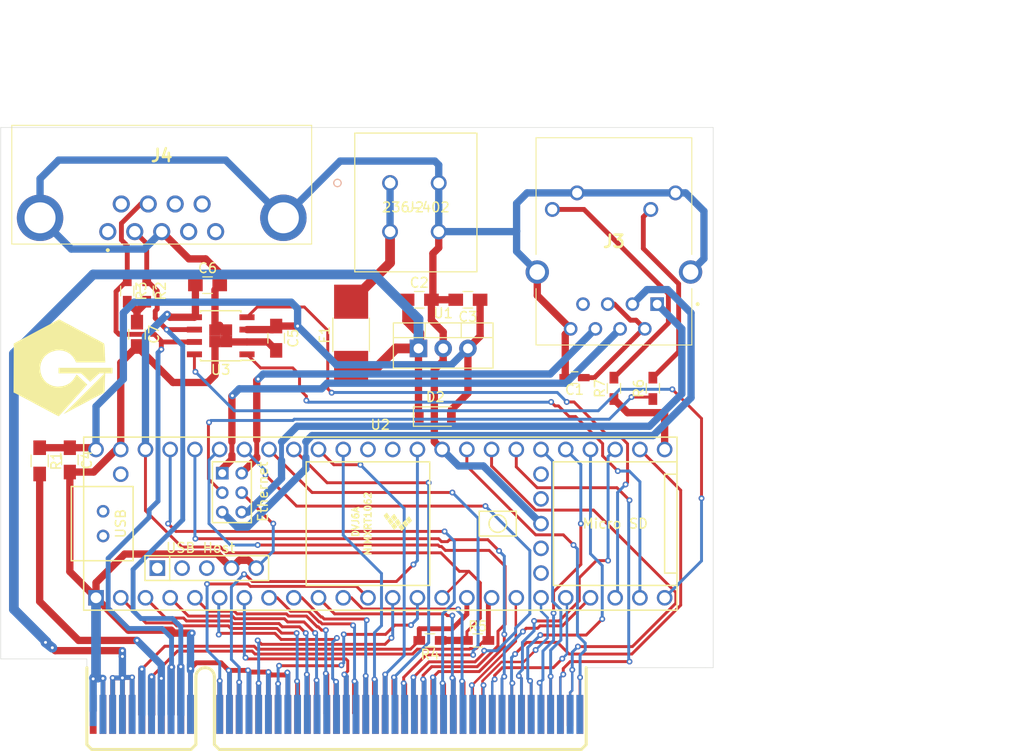
<source format=kicad_pcb>
(kicad_pcb (version 20171130) (host pcbnew "(5.1.9-16-g1737927814)-1")

  (general
    (thickness 1.6)
    (drawings 22)
    (tracks 985)
    (zones 0)
    (modules 24)
    (nets 58)
  )

  (page A4)
  (title_block
    (title "Buscontroller Teensy 1")
    (date 2021-07-08)
    (rev 1)
    (company "Gyurmas Electronix")
  )

  (layers
    (0 F.Cu signal)
    (31 B.Cu signal)
    (32 B.Adhes user)
    (33 F.Adhes user)
    (34 B.Paste user)
    (35 F.Paste user)
    (36 B.SilkS user)
    (37 F.SilkS user)
    (38 B.Mask user)
    (39 F.Mask user)
    (40 Dwgs.User user)
    (41 Cmts.User user)
    (42 Eco1.User user)
    (43 Eco2.User user)
    (44 Edge.Cuts user)
    (45 Margin user)
    (46 B.CrtYd user)
    (47 F.CrtYd user)
    (48 B.Fab user)
    (49 F.Fab user)
  )

  (setup
    (last_trace_width 1)
    (user_trace_width 0.2)
    (user_trace_width 0.25)
    (user_trace_width 0.3)
    (user_trace_width 0.5)
    (user_trace_width 0.75)
    (user_trace_width 0.9)
    (user_trace_width 1)
    (user_trace_width 1.5)
    (user_trace_width 2)
    (trace_clearance 0.2)
    (zone_clearance 0.508)
    (zone_45_only no)
    (trace_min 0.2)
    (via_size 0.8)
    (via_drill 0.4)
    (via_min_size 0.4)
    (via_min_drill 0.3)
    (user_via 0.6 0.3)
    (user_via 1 0.5)
    (uvia_size 0.3)
    (uvia_drill 0.1)
    (uvias_allowed no)
    (uvia_min_size 0.2)
    (uvia_min_drill 0.1)
    (edge_width 0.05)
    (segment_width 0.2)
    (pcb_text_width 0.3)
    (pcb_text_size 1.5 1.5)
    (mod_edge_width 0.12)
    (mod_text_size 1 1)
    (mod_text_width 0.15)
    (pad_size 1.524 1.524)
    (pad_drill 0.762)
    (pad_to_mask_clearance 0)
    (aux_axis_origin 0 0)
    (visible_elements 7FFFFFFF)
    (pcbplotparams
      (layerselection 0x010fc_ffffffff)
      (usegerberextensions false)
      (usegerberattributes true)
      (usegerberadvancedattributes true)
      (creategerberjobfile true)
      (excludeedgelayer true)
      (linewidth 0.100000)
      (plotframeref false)
      (viasonmask false)
      (mode 1)
      (useauxorigin false)
      (hpglpennumber 1)
      (hpglpenspeed 20)
      (hpglpendiameter 15.000000)
      (psnegative false)
      (psa4output false)
      (plotreference true)
      (plotvalue true)
      (plotinvisibletext false)
      (padsonsilk false)
      (subtractmaskfromsilk false)
      (outputformat 1)
      (mirror false)
      (drillshape 1)
      (scaleselection 1)
      (outputdirectory ""))
  )

  (net 0 "")
  (net 1 "Net-(C1-Pad1)")
  (net 2 GND)
  (net 3 "Net-(J3-Pad10)")
  (net 4 /24V)
  (net 5 "Net-(C3-Pad1)")
  (net 6 +3V3)
  (net 7 "Net-(C7-Pad1)")
  (net 8 "Net-(F1-Pad2)")
  (net 9 SPI_CS)
  (net 10 SPI_Sck)
  (net 11 SPI_MoSi)
  (net 12 SPI_MiSo)
  (net 13 Scl_I2C)
  (net 14 Sda_I2C)
  (net 15 /5V)
  (net 16 /CANH)
  (net 17 /CANL)
  (net 18 /Do0)
  (net 19 /Do1)
  (net 20 /Do2)
  (net 21 /Do3)
  (net 22 /Do4)
  (net 23 /Do5)
  (net 24 /Do6)
  (net 25 /Do7)
  (net 26 /Di0)
  (net 27 /Di1)
  (net 28 /Di2)
  (net 29 /Di3)
  (net 30 /Di4)
  (net 31 /Di5)
  (net 32 /Di6)
  (net 33 /Di7)
  (net 34 /Dclk)
  (net 35 /DWR)
  (net 36 "Net-(J3-Pad12)")
  (net 37 /R-)
  (net 38 /R+)
  (net 39 /T-)
  (net 40 /T+)
  (net 41 "Net-(R6-Pad1)")
  (net 42 "Net-(R7-Pad1)")
  (net 43 /CANRX3)
  (net 44 /CANTX3)
  (net 45 /CANStby)
  (net 46 /D0)
  (net 47 /D1)
  (net 48 /D2)
  (net 49 /D3)
  (net 50 /D4)
  (net 51 /D5)
  (net 52 /D6)
  (net 53 /D7)
  (net 54 /D8)
  (net 55 /D9)
  (net 56 /D10)
  (net 57 /D11)

  (net_class Default "This is the default net class."
    (clearance 0.2)
    (trace_width 0.25)
    (via_dia 0.8)
    (via_drill 0.4)
    (uvia_dia 0.3)
    (uvia_drill 0.1)
    (add_net +3V3)
    (add_net /24V)
    (add_net /5V)
    (add_net /CANH)
    (add_net /CANL)
    (add_net /CANRX3)
    (add_net /CANStby)
    (add_net /CANTX3)
    (add_net /D0)
    (add_net /D1)
    (add_net /D10)
    (add_net /D11)
    (add_net /D2)
    (add_net /D3)
    (add_net /D4)
    (add_net /D5)
    (add_net /D6)
    (add_net /D7)
    (add_net /D8)
    (add_net /D9)
    (add_net /DWR)
    (add_net /Dclk)
    (add_net /Di0)
    (add_net /Di1)
    (add_net /Di2)
    (add_net /Di3)
    (add_net /Di4)
    (add_net /Di5)
    (add_net /Di6)
    (add_net /Di7)
    (add_net /Do0)
    (add_net /Do1)
    (add_net /Do2)
    (add_net /Do3)
    (add_net /Do4)
    (add_net /Do5)
    (add_net /Do6)
    (add_net /Do7)
    (add_net /R+)
    (add_net /R-)
    (add_net /T+)
    (add_net /T-)
    (add_net GND)
    (add_net "Net-(C1-Pad1)")
    (add_net "Net-(C3-Pad1)")
    (add_net "Net-(C7-Pad1)")
    (add_net "Net-(F1-Pad2)")
    (add_net "Net-(J3-Pad10)")
    (add_net "Net-(J3-Pad12)")
    (add_net "Net-(R6-Pad1)")
    (add_net "Net-(R7-Pad1)")
    (add_net SPI_CS)
    (add_net SPI_MiSo)
    (add_net SPI_MoSi)
    (add_net SPI_Sck)
    (add_net Scl_I2C)
    (add_net Sda_I2C)
  )

  (module Gyurmas:GyLogo2_1 (layer F.Cu) (tedit 60E70304) (tstamp 6179C520)
    (at 76.4 125)
    (fp_text reference G*** (at 9.5 4.5) (layer F.SilkS) hide
      (effects (font (size 1.524 1.524) (thickness 0.3)))
    )
    (fp_text value "Gyurmas Electronix" (at 16 3.2) (layer F.SilkS) hide
      (effects (font (size 1.524 1.524) (thickness 0.3)))
    )
    (fp_poly (pts (xy 1.849042 -3.785927) (xy 2.292406 -3.549446) (xy 2.710017 -3.326015) (xy 3.092986 -3.120437)
      (xy 3.432426 -2.937515) (xy 3.719446 -2.782052) (xy 3.945161 -2.658854) (xy 4.100679 -2.572722)
      (xy 4.177115 -2.528461) (xy 4.182118 -2.525065) (xy 4.211874 -2.48638) (xy 4.235464 -2.412118)
      (xy 4.254413 -2.288952) (xy 4.270242 -2.103555) (xy 4.284475 -1.842598) (xy 4.297951 -1.5113)
      (xy 4.333163 -0.5588) (xy 2.839681 -0.560883) (xy 1.3462 -0.562965) (xy 1.228198 -0.814574)
      (xy 1.015949 -1.152538) (xy 0.732794 -1.428839) (xy 0.393677 -1.636153) (xy 0.013541 -1.767155)
      (xy -0.392673 -1.81452) (xy -0.748257 -1.783373) (xy -1.185545 -1.657578) (xy -1.564068 -1.45675)
      (xy -1.876667 -1.189084) (xy -2.116183 -0.862773) (xy -2.275457 -0.486011) (xy -2.347329 -0.066992)
      (xy -2.350821 0.0508) (xy -2.305153 0.482702) (xy -2.173818 0.876349) (xy -1.966287 1.22197)
      (xy -1.69203 1.509795) (xy -1.360519 1.730053) (xy -0.981226 1.872974) (xy -0.563621 1.928788)
      (xy -0.529921 1.929194) (xy -0.062087 1.887333) (xy 0.354131 1.758048) (xy 0.719721 1.540766)
      (xy 1.035667 1.234908) (xy 1.286806 0.868711) (xy 1.397222 0.674321) (xy 2.489324 1.714785)
      (xy 1.043867 3.333091) (xy 0.737033 3.675792) (xy 0.450552 3.994177) (xy 0.191587 4.280398)
      (xy -0.032698 4.526613) (xy -0.215139 4.724974) (xy -0.348574 4.867637) (xy -0.425838 4.946758)
      (xy -0.442095 4.960442) (xy -0.49359 4.938878) (xy -0.62561 4.873564) (xy -0.829337 4.769126)
      (xy -1.095951 4.630184) (xy -1.416632 4.461363) (xy -1.782561 4.267286) (xy -2.184917 4.052576)
      (xy -2.614882 3.821856) (xy -2.6416 3.807477) (xy -3.077286 3.573317) (xy -3.48933 3.352501)
      (xy -3.868361 3.150006) (xy -4.205006 2.970811) (xy -4.489894 2.819894) (xy -4.713651 2.702231)
      (xy -4.866905 2.622801) (xy -4.940285 2.586582) (xy -4.940771 2.586376) (xy -5.080941 2.527283)
      (xy -5.067771 0.014487) (xy -5.0546 -2.498309) (xy -2.729007 -3.741917) (xy -0.403413 -4.985524)
      (xy 1.849042 -3.785927)) (layer F.SilkS) (width 0.01))
    (fp_poly (pts (xy 5.08 0.5588) (xy 4.330385 0.5588) (xy 4.256943 2.51749) (xy 2.778808 3.303445)
      (xy 2.388504 3.510808) (xy 1.996328 3.718856) (xy 1.619372 3.918545) (xy 1.274724 4.100831)
      (xy 0.979474 4.25667) (xy 0.750712 4.37702) (xy 0.688436 4.409649) (xy 0.0762 4.729898)
      (xy 2.173046 2.644349) (xy 4.269893 0.5588) (xy 3.721539 0.5588) (xy 3.258108 0.995054)
      (xy 2.794676 1.431309) (xy 1.8542 0.559081) (xy 0.6985 0.55894) (xy -0.4572 0.5588)
      (xy -0.4572 0) (xy 5.08 0) (xy 5.08 0.5588)) (layer F.SilkS) (width 0.01))
  )

  (module Housings_SOIC:SOIC-8-1EP_3.9x4.9mm_Pitch1.27mm (layer F.Cu) (tedit 58CC8F64) (tstamp 61694CD7)
    (at 92.6 121.7 180)
    (descr "8-Lead Thermally Enhanced Plastic Small Outline (SE) - Narrow, 3.90 mm Body [SOIC] (see Microchip Packaging Specification 00000049BS.pdf)")
    (tags "SOIC 1.27")
    (path /60EFDD12)
    (attr smd)
    (fp_text reference U3 (at 0 -3.5) (layer F.SilkS)
      (effects (font (size 1 1) (thickness 0.15)))
    )
    (fp_text value MCP2542FD (at 0 3.5) (layer F.Fab)
      (effects (font (size 1 1) (thickness 0.15)))
    )
    (fp_line (start -2.075 -2.525) (end -3.475 -2.525) (layer F.SilkS) (width 0.15))
    (fp_line (start -2.075 2.575) (end 2.075 2.575) (layer F.SilkS) (width 0.15))
    (fp_line (start -2.075 -2.575) (end 2.075 -2.575) (layer F.SilkS) (width 0.15))
    (fp_line (start -2.075 2.575) (end -2.075 2.43) (layer F.SilkS) (width 0.15))
    (fp_line (start 2.075 2.575) (end 2.075 2.43) (layer F.SilkS) (width 0.15))
    (fp_line (start 2.075 -2.575) (end 2.075 -2.43) (layer F.SilkS) (width 0.15))
    (fp_line (start -2.075 -2.575) (end -2.075 -2.525) (layer F.SilkS) (width 0.15))
    (fp_line (start -3.75 2.75) (end 3.75 2.75) (layer F.CrtYd) (width 0.05))
    (fp_line (start -3.75 -2.75) (end 3.75 -2.75) (layer F.CrtYd) (width 0.05))
    (fp_line (start 3.75 -2.75) (end 3.75 2.75) (layer F.CrtYd) (width 0.05))
    (fp_line (start -3.75 -2.75) (end -3.75 2.75) (layer F.CrtYd) (width 0.05))
    (fp_line (start -1.95 -1.45) (end -0.95 -2.45) (layer F.Fab) (width 0.15))
    (fp_line (start -1.95 2.45) (end -1.95 -1.45) (layer F.Fab) (width 0.15))
    (fp_line (start 1.95 2.45) (end -1.95 2.45) (layer F.Fab) (width 0.15))
    (fp_line (start 1.95 -2.45) (end 1.95 2.45) (layer F.Fab) (width 0.15))
    (fp_line (start -0.95 -2.45) (end 1.95 -2.45) (layer F.Fab) (width 0.15))
    (fp_text user %R (at 0 0) (layer F.Fab)
      (effects (font (size 0.9 0.9) (thickness 0.135)))
    )
    (pad 1 smd rect (at -2.7 -1.905 180) (size 1.55 0.6) (layers F.Cu F.Paste F.Mask)
      (net 44 /CANTX3))
    (pad 2 smd rect (at -2.7 -0.635 180) (size 1.55 0.6) (layers F.Cu F.Paste F.Mask)
      (net 2 GND))
    (pad 3 smd rect (at -2.7 0.635 180) (size 1.55 0.6) (layers F.Cu F.Paste F.Mask)
      (net 5 "Net-(C3-Pad1)"))
    (pad 4 smd rect (at -2.7 1.905 180) (size 1.55 0.6) (layers F.Cu F.Paste F.Mask)
      (net 43 /CANRX3))
    (pad 5 smd rect (at 2.7 1.905 180) (size 1.55 0.6) (layers F.Cu F.Paste F.Mask)
      (net 6 +3V3))
    (pad 6 smd rect (at 2.7 0.635 180) (size 1.55 0.6) (layers F.Cu F.Paste F.Mask)
      (net 17 /CANL))
    (pad 7 smd rect (at 2.7 -0.635 180) (size 1.55 0.6) (layers F.Cu F.Paste F.Mask)
      (net 16 /CANH))
    (pad 8 smd rect (at 2.7 -1.905 180) (size 1.55 0.6) (layers F.Cu F.Paste F.Mask)
      (net 45 /CANStby))
    (pad 9 smd rect (at 0.5875 0.5875 180) (size 1.175 1.175) (layers F.Cu F.Paste F.Mask)
      (net 2 GND) (solder_paste_margin_ratio -0.2))
    (pad 9 smd rect (at 0.5875 -0.5875 180) (size 1.175 1.175) (layers F.Cu F.Paste F.Mask)
      (net 2 GND) (solder_paste_margin_ratio -0.2))
    (pad 9 smd rect (at -0.5875 0.5875 180) (size 1.175 1.175) (layers F.Cu F.Paste F.Mask)
      (net 2 GND) (solder_paste_margin_ratio -0.2))
    (pad 9 smd rect (at -0.5875 -0.5875 180) (size 1.175 1.175) (layers F.Cu F.Paste F.Mask)
      (net 2 GND) (solder_paste_margin_ratio -0.2))
    (model ${KISYS3DMOD}/Housings_SOIC.3dshapes/SOIC-8-1EP_3.9x4.9mm_Pitch1.27mm.wrl
      (at (xyz 0 0 0))
      (scale (xyz 1 1 1))
      (rotate (xyz 0 0 0))
    )
  )

  (module Resistors_SMD:R_0603_HandSoldering (layer F.Cu) (tedit 58E0A804) (tstamp 615A3704)
    (at 133 127.1 90)
    (descr "Resistor SMD 0603, hand soldering")
    (tags "resistor 0603")
    (path /61534684)
    (attr smd)
    (fp_text reference R7 (at 0 -1.45 90) (layer F.SilkS)
      (effects (font (size 1 1) (thickness 0.15)))
    )
    (fp_text value 120R (at 0 1.55 90) (layer F.Fab)
      (effects (font (size 1 1) (thickness 0.15)))
    )
    (fp_line (start 1.95 0.7) (end -1.96 0.7) (layer F.CrtYd) (width 0.05))
    (fp_line (start 1.95 0.7) (end 1.95 -0.7) (layer F.CrtYd) (width 0.05))
    (fp_line (start -1.96 -0.7) (end -1.96 0.7) (layer F.CrtYd) (width 0.05))
    (fp_line (start -1.96 -0.7) (end 1.95 -0.7) (layer F.CrtYd) (width 0.05))
    (fp_line (start -0.5 -0.68) (end 0.5 -0.68) (layer F.SilkS) (width 0.12))
    (fp_line (start 0.5 0.68) (end -0.5 0.68) (layer F.SilkS) (width 0.12))
    (fp_line (start -0.8 -0.4) (end 0.8 -0.4) (layer F.Fab) (width 0.1))
    (fp_line (start 0.8 -0.4) (end 0.8 0.4) (layer F.Fab) (width 0.1))
    (fp_line (start 0.8 0.4) (end -0.8 0.4) (layer F.Fab) (width 0.1))
    (fp_line (start -0.8 0.4) (end -0.8 -0.4) (layer F.Fab) (width 0.1))
    (fp_text user %R (at 0 0 90) (layer F.Fab)
      (effects (font (size 0.4 0.4) (thickness 0.075)))
    )
    (pad 1 smd rect (at -1.1 0 90) (size 1.2 0.9) (layers F.Cu F.Paste F.Mask)
      (net 42 "Net-(R7-Pad1)"))
    (pad 2 smd rect (at 1.1 0 90) (size 1.2 0.9) (layers F.Cu F.Paste F.Mask)
      (net 36 "Net-(J3-Pad12)"))
    (model ${KISYS3DMOD}/Resistors_SMD.3dshapes/R_0603.wrl
      (at (xyz 0 0 0))
      (scale (xyz 1 1 1))
      (rotate (xyz 0 0 0))
    )
  )

  (module Resistors_SMD:R_0603_HandSoldering (layer F.Cu) (tedit 58E0A804) (tstamp 615A3701)
    (at 137 127.1 90)
    (descr "Resistor SMD 0603, hand soldering")
    (tags "resistor 0603")
    (path /61522830)
    (attr smd)
    (fp_text reference R6 (at 0 -1.45 90) (layer F.SilkS)
      (effects (font (size 1 1) (thickness 0.15)))
    )
    (fp_text value 120R (at 0 1.55 90) (layer F.Fab)
      (effects (font (size 1 1) (thickness 0.15)))
    )
    (fp_line (start 1.95 0.7) (end -1.96 0.7) (layer F.CrtYd) (width 0.05))
    (fp_line (start 1.95 0.7) (end 1.95 -0.7) (layer F.CrtYd) (width 0.05))
    (fp_line (start -1.96 -0.7) (end -1.96 0.7) (layer F.CrtYd) (width 0.05))
    (fp_line (start -1.96 -0.7) (end 1.95 -0.7) (layer F.CrtYd) (width 0.05))
    (fp_line (start -0.5 -0.68) (end 0.5 -0.68) (layer F.SilkS) (width 0.12))
    (fp_line (start 0.5 0.68) (end -0.5 0.68) (layer F.SilkS) (width 0.12))
    (fp_line (start -0.8 -0.4) (end 0.8 -0.4) (layer F.Fab) (width 0.1))
    (fp_line (start 0.8 -0.4) (end 0.8 0.4) (layer F.Fab) (width 0.1))
    (fp_line (start 0.8 0.4) (end -0.8 0.4) (layer F.Fab) (width 0.1))
    (fp_line (start -0.8 0.4) (end -0.8 -0.4) (layer F.Fab) (width 0.1))
    (fp_text user %R (at 0 0 90) (layer F.Fab)
      (effects (font (size 0.4 0.4) (thickness 0.075)))
    )
    (pad 1 smd rect (at -1.1 0 90) (size 1.2 0.9) (layers F.Cu F.Paste F.Mask)
      (net 41 "Net-(R6-Pad1)"))
    (pad 2 smd rect (at 1.1 0 90) (size 1.2 0.9) (layers F.Cu F.Paste F.Mask)
      (net 3 "Net-(J3-Pad10)"))
    (model ${KISYS3DMOD}/Resistors_SMD.3dshapes/R_0603.wrl
      (at (xyz 0 0 0))
      (scale (xyz 1 1 1))
      (rotate (xyz 0 0 0))
    )
  )

  (module Resistors_SMD:R_0603_HandSoldering (layer F.Cu) (tedit 58E0A804) (tstamp 61709F74)
    (at 119 153)
    (descr "Resistor SMD 0603, hand soldering")
    (tags "resistor 0603")
    (path /615F5FC2)
    (attr smd)
    (fp_text reference R5 (at 0 -1.45) (layer F.SilkS)
      (effects (font (size 1 1) (thickness 0.15)))
    )
    (fp_text value 1k (at 0 1.55) (layer F.Fab)
      (effects (font (size 1 1) (thickness 0.15)))
    )
    (fp_line (start 1.95 0.7) (end -1.96 0.7) (layer F.CrtYd) (width 0.05))
    (fp_line (start 1.95 0.7) (end 1.95 -0.7) (layer F.CrtYd) (width 0.05))
    (fp_line (start -1.96 -0.7) (end -1.96 0.7) (layer F.CrtYd) (width 0.05))
    (fp_line (start -1.96 -0.7) (end 1.95 -0.7) (layer F.CrtYd) (width 0.05))
    (fp_line (start -0.5 -0.68) (end 0.5 -0.68) (layer F.SilkS) (width 0.12))
    (fp_line (start 0.5 0.68) (end -0.5 0.68) (layer F.SilkS) (width 0.12))
    (fp_line (start -0.8 -0.4) (end 0.8 -0.4) (layer F.Fab) (width 0.1))
    (fp_line (start 0.8 -0.4) (end 0.8 0.4) (layer F.Fab) (width 0.1))
    (fp_line (start 0.8 0.4) (end -0.8 0.4) (layer F.Fab) (width 0.1))
    (fp_line (start -0.8 0.4) (end -0.8 -0.4) (layer F.Fab) (width 0.1))
    (fp_text user %R (at 0 0) (layer F.Fab)
      (effects (font (size 0.4 0.4) (thickness 0.075)))
    )
    (pad 1 smd rect (at -1.1 0) (size 1.2 0.9) (layers F.Cu F.Paste F.Mask)
      (net 6 +3V3))
    (pad 2 smd rect (at 1.1 0) (size 1.2 0.9) (layers F.Cu F.Paste F.Mask)
      (net 14 Sda_I2C))
    (model ${KISYS3DMOD}/Resistors_SMD.3dshapes/R_0603.wrl
      (at (xyz 0 0 0))
      (scale (xyz 1 1 1))
      (rotate (xyz 0 0 0))
    )
  )

  (module Resistors_SMD:R_0603_HandSoldering (layer F.Cu) (tedit 58E0A804) (tstamp 615A36FB)
    (at 114.1 153 180)
    (descr "Resistor SMD 0603, hand soldering")
    (tags "resistor 0603")
    (path /615E0263)
    (attr smd)
    (fp_text reference R4 (at 0 -1.45) (layer F.SilkS)
      (effects (font (size 1 1) (thickness 0.15)))
    )
    (fp_text value 1k (at 0 1.55) (layer F.Fab)
      (effects (font (size 1 1) (thickness 0.15)))
    )
    (fp_line (start 1.95 0.7) (end -1.96 0.7) (layer F.CrtYd) (width 0.05))
    (fp_line (start 1.95 0.7) (end 1.95 -0.7) (layer F.CrtYd) (width 0.05))
    (fp_line (start -1.96 -0.7) (end -1.96 0.7) (layer F.CrtYd) (width 0.05))
    (fp_line (start -1.96 -0.7) (end 1.95 -0.7) (layer F.CrtYd) (width 0.05))
    (fp_line (start -0.5 -0.68) (end 0.5 -0.68) (layer F.SilkS) (width 0.12))
    (fp_line (start 0.5 0.68) (end -0.5 0.68) (layer F.SilkS) (width 0.12))
    (fp_line (start -0.8 -0.4) (end 0.8 -0.4) (layer F.Fab) (width 0.1))
    (fp_line (start 0.8 -0.4) (end 0.8 0.4) (layer F.Fab) (width 0.1))
    (fp_line (start 0.8 0.4) (end -0.8 0.4) (layer F.Fab) (width 0.1))
    (fp_line (start -0.8 0.4) (end -0.8 -0.4) (layer F.Fab) (width 0.1))
    (fp_text user %R (at 0 0) (layer F.Fab)
      (effects (font (size 0.4 0.4) (thickness 0.075)))
    )
    (pad 1 smd rect (at -1.1 0 180) (size 1.2 0.9) (layers F.Cu F.Paste F.Mask)
      (net 6 +3V3))
    (pad 2 smd rect (at 1.1 0 180) (size 1.2 0.9) (layers F.Cu F.Paste F.Mask)
      (net 13 Scl_I2C))
    (model ${KISYS3DMOD}/Resistors_SMD.3dshapes/R_0603.wrl
      (at (xyz 0 0 0))
      (scale (xyz 1 1 1))
      (rotate (xyz 0 0 0))
    )
  )

  (module Resistors_SMD:R_0603_HandSoldering (layer F.Cu) (tedit 58E0A804) (tstamp 615A36F8)
    (at 83 117.1 270)
    (descr "Resistor SMD 0603, hand soldering")
    (tags "resistor 0603")
    (path /60FDF22C)
    (attr smd)
    (fp_text reference R3 (at 0 -1.45 90) (layer F.SilkS)
      (effects (font (size 1 1) (thickness 0.15)))
    )
    (fp_text value 60R (at 0 1.55 90) (layer F.Fab)
      (effects (font (size 1 1) (thickness 0.15)))
    )
    (fp_line (start 1.95 0.7) (end -1.96 0.7) (layer F.CrtYd) (width 0.05))
    (fp_line (start 1.95 0.7) (end 1.95 -0.7) (layer F.CrtYd) (width 0.05))
    (fp_line (start -1.96 -0.7) (end -1.96 0.7) (layer F.CrtYd) (width 0.05))
    (fp_line (start -1.96 -0.7) (end 1.95 -0.7) (layer F.CrtYd) (width 0.05))
    (fp_line (start -0.5 -0.68) (end 0.5 -0.68) (layer F.SilkS) (width 0.12))
    (fp_line (start 0.5 0.68) (end -0.5 0.68) (layer F.SilkS) (width 0.12))
    (fp_line (start -0.8 -0.4) (end 0.8 -0.4) (layer F.Fab) (width 0.1))
    (fp_line (start 0.8 -0.4) (end 0.8 0.4) (layer F.Fab) (width 0.1))
    (fp_line (start 0.8 0.4) (end -0.8 0.4) (layer F.Fab) (width 0.1))
    (fp_line (start -0.8 0.4) (end -0.8 -0.4) (layer F.Fab) (width 0.1))
    (fp_text user %R (at 0 0 90) (layer F.Fab)
      (effects (font (size 0.4 0.4) (thickness 0.075)))
    )
    (pad 1 smd rect (at -1.1 0 270) (size 1.2 0.9) (layers F.Cu F.Paste F.Mask)
      (net 16 /CANH))
    (pad 2 smd rect (at 1.1 0 270) (size 1.2 0.9) (layers F.Cu F.Paste F.Mask)
      (net 7 "Net-(C7-Pad1)"))
    (model ${KISYS3DMOD}/Resistors_SMD.3dshapes/R_0603.wrl
      (at (xyz 0 0 0))
      (scale (xyz 1 1 1))
      (rotate (xyz 0 0 0))
    )
  )

  (module Resistors_SMD:R_0603_HandSoldering (layer F.Cu) (tedit 58E0A804) (tstamp 615A36F5)
    (at 85 117.1 270)
    (descr "Resistor SMD 0603, hand soldering")
    (tags "resistor 0603")
    (path /60F9CDEC)
    (attr smd)
    (fp_text reference R2 (at 0 -1.45 90) (layer F.SilkS)
      (effects (font (size 1 1) (thickness 0.15)))
    )
    (fp_text value 60R (at 0 1.55 90) (layer F.Fab)
      (effects (font (size 1 1) (thickness 0.15)))
    )
    (fp_line (start 1.95 0.7) (end -1.96 0.7) (layer F.CrtYd) (width 0.05))
    (fp_line (start 1.95 0.7) (end 1.95 -0.7) (layer F.CrtYd) (width 0.05))
    (fp_line (start -1.96 -0.7) (end -1.96 0.7) (layer F.CrtYd) (width 0.05))
    (fp_line (start -1.96 -0.7) (end 1.95 -0.7) (layer F.CrtYd) (width 0.05))
    (fp_line (start -0.5 -0.68) (end 0.5 -0.68) (layer F.SilkS) (width 0.12))
    (fp_line (start 0.5 0.68) (end -0.5 0.68) (layer F.SilkS) (width 0.12))
    (fp_line (start -0.8 -0.4) (end 0.8 -0.4) (layer F.Fab) (width 0.1))
    (fp_line (start 0.8 -0.4) (end 0.8 0.4) (layer F.Fab) (width 0.1))
    (fp_line (start 0.8 0.4) (end -0.8 0.4) (layer F.Fab) (width 0.1))
    (fp_line (start -0.8 0.4) (end -0.8 -0.4) (layer F.Fab) (width 0.1))
    (fp_text user %R (at 0 0 90) (layer F.Fab)
      (effects (font (size 0.4 0.4) (thickness 0.075)))
    )
    (pad 1 smd rect (at -1.1 0 270) (size 1.2 0.9) (layers F.Cu F.Paste F.Mask)
      (net 17 /CANL))
    (pad 2 smd rect (at 1.1 0 270) (size 1.2 0.9) (layers F.Cu F.Paste F.Mask)
      (net 7 "Net-(C7-Pad1)"))
    (model ${KISYS3DMOD}/Resistors_SMD.3dshapes/R_0603.wrl
      (at (xyz 0 0 0))
      (scale (xyz 1 1 1))
      (rotate (xyz 0 0 0))
    )
  )

  (module Resistors_SMD:R_0805_HandSoldering (layer F.Cu) (tedit 58E0A804) (tstamp 615A36F2)
    (at 74 134.55 270)
    (descr "Resistor SMD 0805, hand soldering")
    (tags "resistor 0805")
    (path /60F3CBF1)
    (attr smd)
    (fp_text reference R1 (at 0 -1.7 90) (layer F.SilkS)
      (effects (font (size 1 1) (thickness 0.15)))
    )
    (fp_text value 0R (at 0 1.75 90) (layer F.Fab)
      (effects (font (size 1 1) (thickness 0.15)))
    )
    (fp_line (start 2.35 0.9) (end -2.35 0.9) (layer F.CrtYd) (width 0.05))
    (fp_line (start 2.35 0.9) (end 2.35 -0.9) (layer F.CrtYd) (width 0.05))
    (fp_line (start -2.35 -0.9) (end -2.35 0.9) (layer F.CrtYd) (width 0.05))
    (fp_line (start -2.35 -0.9) (end 2.35 -0.9) (layer F.CrtYd) (width 0.05))
    (fp_line (start -0.6 -0.88) (end 0.6 -0.88) (layer F.SilkS) (width 0.12))
    (fp_line (start 0.6 0.88) (end -0.6 0.88) (layer F.SilkS) (width 0.12))
    (fp_line (start -1 -0.62) (end 1 -0.62) (layer F.Fab) (width 0.1))
    (fp_line (start 1 -0.62) (end 1 0.62) (layer F.Fab) (width 0.1))
    (fp_line (start 1 0.62) (end -1 0.62) (layer F.Fab) (width 0.1))
    (fp_line (start -1 0.62) (end -1 -0.62) (layer F.Fab) (width 0.1))
    (fp_text user %R (at 0 0 90) (layer F.Fab)
      (effects (font (size 0.5 0.5) (thickness 0.075)))
    )
    (pad 1 smd rect (at -1.35 0 270) (size 1.5 1.3) (layers F.Cu F.Paste F.Mask)
      (net 5 "Net-(C3-Pad1)"))
    (pad 2 smd rect (at 1.35 0 270) (size 1.5 1.3) (layers F.Cu F.Paste F.Mask)
      (net 15 /5V))
    (model ${KISYS3DMOD}/Resistors_SMD.3dshapes/R_0805.wrl
      (at (xyz 0 0 0))
      (scale (xyz 1 1 1))
      (rotate (xyz 0 0 0))
    )
  )

  (module Resistors_SMD:R_1812_HandSoldering (layer F.Cu) (tedit 58E0A804) (tstamp 615A35AB)
    (at 106 121.6 90)
    (descr "Resistor SMD 1812, hand soldering, Panasonic (see ERJ12)")
    (tags "resistor 1812")
    (path /60EDA68C)
    (attr smd)
    (fp_text reference F1 (at 0 -2.72 90) (layer F.SilkS)
      (effects (font (size 1 1) (thickness 0.15)))
    )
    (fp_text value mSMD050-60V (at 0 2.85 90) (layer F.Fab)
      (effects (font (size 1 1) (thickness 0.15)))
    )
    (fp_line (start 5.4 2) (end -5.41 2) (layer F.CrtYd) (width 0.05))
    (fp_line (start 5.4 2) (end 5.4 -2) (layer F.CrtYd) (width 0.05))
    (fp_line (start -5.41 -2) (end -5.41 2) (layer F.CrtYd) (width 0.05))
    (fp_line (start -5.41 -2) (end 5.4 -2) (layer F.CrtYd) (width 0.05))
    (fp_line (start -1.73 -1.88) (end 1.73 -1.88) (layer F.SilkS) (width 0.12))
    (fp_line (start -1.73 1.88) (end 1.73 1.88) (layer F.SilkS) (width 0.12))
    (fp_line (start -2.25 -1.6) (end 2.25 -1.6) (layer F.Fab) (width 0.1))
    (fp_line (start 2.25 -1.6) (end 2.25 1.6) (layer F.Fab) (width 0.1))
    (fp_line (start 2.25 1.6) (end -2.25 1.6) (layer F.Fab) (width 0.1))
    (fp_line (start -2.25 1.6) (end -2.25 -1.6) (layer F.Fab) (width 0.1))
    (fp_text user %R (at 0 0 90) (layer F.Fab)
      (effects (font (size 1 1) (thickness 0.15)))
    )
    (pad 1 smd rect (at -3.4 0 90) (size 3.5 3.5) (layers F.Cu F.Paste F.Mask)
      (net 4 /24V))
    (pad 2 smd rect (at 3.4 0 90) (size 3.5 3.5) (layers F.Cu F.Paste F.Mask)
      (net 8 "Net-(F1-Pad2)"))
    (model ${KISYS3DMOD}/Resistors_SMD.3dshapes/R_1812.wrl
      (at (xyz 0 0 0))
      (scale (xyz 1 1 1))
      (rotate (xyz 0 0 0))
    )
  )

  (module Diodes_SMD:D_SOD-123 (layer F.Cu) (tedit 58645DC7) (tstamp 615A35A8)
    (at 114.65 130)
    (descr SOD-123)
    (tags SOD-123)
    (path /60EEFF4F)
    (attr smd)
    (fp_text reference D2 (at 0 -2) (layer F.SilkS)
      (effects (font (size 1 1) (thickness 0.15)))
    )
    (fp_text value 1N4148W (at 0 2.1) (layer F.Fab)
      (effects (font (size 1 1) (thickness 0.15)))
    )
    (fp_line (start -2.25 -1) (end 1.65 -1) (layer F.SilkS) (width 0.12))
    (fp_line (start -2.25 1) (end 1.65 1) (layer F.SilkS) (width 0.12))
    (fp_line (start -2.35 -1.15) (end -2.35 1.15) (layer F.CrtYd) (width 0.05))
    (fp_line (start 2.35 1.15) (end -2.35 1.15) (layer F.CrtYd) (width 0.05))
    (fp_line (start 2.35 -1.15) (end 2.35 1.15) (layer F.CrtYd) (width 0.05))
    (fp_line (start -2.35 -1.15) (end 2.35 -1.15) (layer F.CrtYd) (width 0.05))
    (fp_line (start -1.4 -0.9) (end 1.4 -0.9) (layer F.Fab) (width 0.1))
    (fp_line (start 1.4 -0.9) (end 1.4 0.9) (layer F.Fab) (width 0.1))
    (fp_line (start 1.4 0.9) (end -1.4 0.9) (layer F.Fab) (width 0.1))
    (fp_line (start -1.4 0.9) (end -1.4 -0.9) (layer F.Fab) (width 0.1))
    (fp_line (start -0.75 0) (end -0.35 0) (layer F.Fab) (width 0.1))
    (fp_line (start -0.35 0) (end -0.35 -0.55) (layer F.Fab) (width 0.1))
    (fp_line (start -0.35 0) (end -0.35 0.55) (layer F.Fab) (width 0.1))
    (fp_line (start -0.35 0) (end 0.25 -0.4) (layer F.Fab) (width 0.1))
    (fp_line (start 0.25 -0.4) (end 0.25 0.4) (layer F.Fab) (width 0.1))
    (fp_line (start 0.25 0.4) (end -0.35 0) (layer F.Fab) (width 0.1))
    (fp_line (start 0.25 0) (end 0.75 0) (layer F.Fab) (width 0.1))
    (fp_line (start -2.25 -1) (end -2.25 1) (layer F.SilkS) (width 0.12))
    (fp_text user %R (at 0 -2) (layer F.Fab)
      (effects (font (size 1 1) (thickness 0.15)))
    )
    (pad 1 smd rect (at -1.65 0) (size 0.9 1.2) (layers F.Cu F.Paste F.Mask)
      (net 4 /24V))
    (pad 2 smd rect (at 1.65 0) (size 0.9 1.2) (layers F.Cu F.Paste F.Mask)
      (net 5 "Net-(C3-Pad1)"))
    (model ${KISYS3DMOD}/Diodes_SMD.3dshapes/D_SOD-123.wrl
      (at (xyz 0 0 0))
      (scale (xyz 1 1 1))
      (rotate (xyz 0 0 0))
    )
  )

  (module Capacitors_SMD:C_0805_HandSoldering (layer F.Cu) (tedit 58AA84A8) (tstamp 615A35A2)
    (at 84 121.55 270)
    (descr "Capacitor SMD 0805, hand soldering")
    (tags "capacitor 0805")
    (path /60FC80FF)
    (attr smd)
    (fp_text reference C7 (at 0 -1.75 90) (layer F.SilkS)
      (effects (font (size 1 1) (thickness 0.15)))
    )
    (fp_text value 4700p (at 0 1.75 90) (layer F.Fab)
      (effects (font (size 1 1) (thickness 0.15)))
    )
    (fp_line (start 2.25 0.87) (end -2.25 0.87) (layer F.CrtYd) (width 0.05))
    (fp_line (start 2.25 0.87) (end 2.25 -0.88) (layer F.CrtYd) (width 0.05))
    (fp_line (start -2.25 -0.88) (end -2.25 0.87) (layer F.CrtYd) (width 0.05))
    (fp_line (start -2.25 -0.88) (end 2.25 -0.88) (layer F.CrtYd) (width 0.05))
    (fp_line (start -0.5 0.85) (end 0.5 0.85) (layer F.SilkS) (width 0.12))
    (fp_line (start 0.5 -0.85) (end -0.5 -0.85) (layer F.SilkS) (width 0.12))
    (fp_line (start -1 -0.62) (end 1 -0.62) (layer F.Fab) (width 0.1))
    (fp_line (start 1 -0.62) (end 1 0.62) (layer F.Fab) (width 0.1))
    (fp_line (start 1 0.62) (end -1 0.62) (layer F.Fab) (width 0.1))
    (fp_line (start -1 0.62) (end -1 -0.62) (layer F.Fab) (width 0.1))
    (fp_text user %R (at 0 -1.75 90) (layer F.Fab)
      (effects (font (size 1 1) (thickness 0.15)))
    )
    (pad 1 smd rect (at -1.25 0 270) (size 1.5 1.25) (layers F.Cu F.Paste F.Mask)
      (net 7 "Net-(C7-Pad1)"))
    (pad 2 smd rect (at 1.25 0 270) (size 1.5 1.25) (layers F.Cu F.Paste F.Mask)
      (net 2 GND))
    (model Capacitors_SMD.3dshapes/C_0805.wrl
      (at (xyz 0 0 0))
      (scale (xyz 1 1 1))
      (rotate (xyz 0 0 0))
    )
  )

  (module Capacitors_SMD:C_0805_HandSoldering (layer F.Cu) (tedit 58AA84A8) (tstamp 615A359F)
    (at 91.25 116.5)
    (descr "Capacitor SMD 0805, hand soldering")
    (tags "capacitor 0805")
    (path /60F61C0A)
    (attr smd)
    (fp_text reference C6 (at 0 -1.75) (layer F.SilkS)
      (effects (font (size 1 1) (thickness 0.15)))
    )
    (fp_text value 100n (at 0 1.75) (layer F.Fab)
      (effects (font (size 1 1) (thickness 0.15)))
    )
    (fp_line (start 2.25 0.87) (end -2.25 0.87) (layer F.CrtYd) (width 0.05))
    (fp_line (start 2.25 0.87) (end 2.25 -0.88) (layer F.CrtYd) (width 0.05))
    (fp_line (start -2.25 -0.88) (end -2.25 0.87) (layer F.CrtYd) (width 0.05))
    (fp_line (start -2.25 -0.88) (end 2.25 -0.88) (layer F.CrtYd) (width 0.05))
    (fp_line (start -0.5 0.85) (end 0.5 0.85) (layer F.SilkS) (width 0.12))
    (fp_line (start 0.5 -0.85) (end -0.5 -0.85) (layer F.SilkS) (width 0.12))
    (fp_line (start -1 -0.62) (end 1 -0.62) (layer F.Fab) (width 0.1))
    (fp_line (start 1 -0.62) (end 1 0.62) (layer F.Fab) (width 0.1))
    (fp_line (start 1 0.62) (end -1 0.62) (layer F.Fab) (width 0.1))
    (fp_line (start -1 0.62) (end -1 -0.62) (layer F.Fab) (width 0.1))
    (fp_text user %R (at 0 -1.75) (layer F.Fab)
      (effects (font (size 1 1) (thickness 0.15)))
    )
    (pad 1 smd rect (at -1.25 0) (size 1.5 1.25) (layers F.Cu F.Paste F.Mask)
      (net 6 +3V3))
    (pad 2 smd rect (at 1.25 0) (size 1.5 1.25) (layers F.Cu F.Paste F.Mask)
      (net 2 GND))
    (model Capacitors_SMD.3dshapes/C_0805.wrl
      (at (xyz 0 0 0))
      (scale (xyz 1 1 1))
      (rotate (xyz 0 0 0))
    )
  )

  (module Capacitors_SMD:C_0805_HandSoldering (layer F.Cu) (tedit 58AA84A8) (tstamp 615A359C)
    (at 98.3 121.95 270)
    (descr "Capacitor SMD 0805, hand soldering")
    (tags "capacitor 0805")
    (path /60F79E4F)
    (attr smd)
    (fp_text reference C5 (at 0 -1.75 90) (layer F.SilkS)
      (effects (font (size 1 1) (thickness 0.15)))
    )
    (fp_text value 100n (at 0 1.75 90) (layer F.Fab)
      (effects (font (size 1 1) (thickness 0.15)))
    )
    (fp_line (start 2.25 0.87) (end -2.25 0.87) (layer F.CrtYd) (width 0.05))
    (fp_line (start 2.25 0.87) (end 2.25 -0.88) (layer F.CrtYd) (width 0.05))
    (fp_line (start -2.25 -0.88) (end -2.25 0.87) (layer F.CrtYd) (width 0.05))
    (fp_line (start -2.25 -0.88) (end 2.25 -0.88) (layer F.CrtYd) (width 0.05))
    (fp_line (start -0.5 0.85) (end 0.5 0.85) (layer F.SilkS) (width 0.12))
    (fp_line (start 0.5 -0.85) (end -0.5 -0.85) (layer F.SilkS) (width 0.12))
    (fp_line (start -1 -0.62) (end 1 -0.62) (layer F.Fab) (width 0.1))
    (fp_line (start 1 -0.62) (end 1 0.62) (layer F.Fab) (width 0.1))
    (fp_line (start 1 0.62) (end -1 0.62) (layer F.Fab) (width 0.1))
    (fp_line (start -1 0.62) (end -1 -0.62) (layer F.Fab) (width 0.1))
    (fp_text user %R (at 0 -1.75 90) (layer F.Fab)
      (effects (font (size 1 1) (thickness 0.15)))
    )
    (pad 1 smd rect (at -1.25 0 270) (size 1.5 1.25) (layers F.Cu F.Paste F.Mask)
      (net 5 "Net-(C3-Pad1)"))
    (pad 2 smd rect (at 1.25 0 270) (size 1.5 1.25) (layers F.Cu F.Paste F.Mask)
      (net 2 GND))
    (model Capacitors_SMD.3dshapes/C_0805.wrl
      (at (xyz 0 0 0))
      (scale (xyz 1 1 1))
      (rotate (xyz 0 0 0))
    )
  )

  (module Capacitors_SMD:C_0805_HandSoldering (layer F.Cu) (tedit 58AA84A8) (tstamp 615A3599)
    (at 77.1 134.45 270)
    (descr "Capacitor SMD 0805, hand soldering")
    (tags "capacitor 0805")
    (path /60ECA413)
    (attr smd)
    (fp_text reference C4 (at 0 -1.75 90) (layer F.SilkS)
      (effects (font (size 1 1) (thickness 0.15)))
    )
    (fp_text value 100n (at 0 1.75 90) (layer F.Fab)
      (effects (font (size 1 1) (thickness 0.15)))
    )
    (fp_line (start 2.25 0.87) (end -2.25 0.87) (layer F.CrtYd) (width 0.05))
    (fp_line (start 2.25 0.87) (end 2.25 -0.88) (layer F.CrtYd) (width 0.05))
    (fp_line (start -2.25 -0.88) (end -2.25 0.87) (layer F.CrtYd) (width 0.05))
    (fp_line (start -2.25 -0.88) (end 2.25 -0.88) (layer F.CrtYd) (width 0.05))
    (fp_line (start -0.5 0.85) (end 0.5 0.85) (layer F.SilkS) (width 0.12))
    (fp_line (start 0.5 -0.85) (end -0.5 -0.85) (layer F.SilkS) (width 0.12))
    (fp_line (start -1 -0.62) (end 1 -0.62) (layer F.Fab) (width 0.1))
    (fp_line (start 1 -0.62) (end 1 0.62) (layer F.Fab) (width 0.1))
    (fp_line (start 1 0.62) (end -1 0.62) (layer F.Fab) (width 0.1))
    (fp_line (start -1 0.62) (end -1 -0.62) (layer F.Fab) (width 0.1))
    (fp_text user %R (at 0 -1.75 90) (layer F.Fab)
      (effects (font (size 1 1) (thickness 0.15)))
    )
    (pad 1 smd rect (at -1.25 0 270) (size 1.5 1.25) (layers F.Cu F.Paste F.Mask)
      (net 5 "Net-(C3-Pad1)"))
    (pad 2 smd rect (at 1.25 0 270) (size 1.5 1.25) (layers F.Cu F.Paste F.Mask)
      (net 2 GND))
    (model Capacitors_SMD.3dshapes/C_0805.wrl
      (at (xyz 0 0 0))
      (scale (xyz 1 1 1))
      (rotate (xyz 0 0 0))
    )
  )

  (module Capacitors_SMD:C_0805_HandSoldering (layer F.Cu) (tedit 58AA84A8) (tstamp 615A3596)
    (at 118 118 180)
    (descr "Capacitor SMD 0805, hand soldering")
    (tags "capacitor 0805")
    (path /60EB2B37)
    (attr smd)
    (fp_text reference C3 (at 0 -1.75) (layer F.SilkS)
      (effects (font (size 1 1) (thickness 0.15)))
    )
    (fp_text value 100n (at 0 1.75) (layer F.Fab)
      (effects (font (size 1 1) (thickness 0.15)))
    )
    (fp_line (start 2.25 0.87) (end -2.25 0.87) (layer F.CrtYd) (width 0.05))
    (fp_line (start 2.25 0.87) (end 2.25 -0.88) (layer F.CrtYd) (width 0.05))
    (fp_line (start -2.25 -0.88) (end -2.25 0.87) (layer F.CrtYd) (width 0.05))
    (fp_line (start -2.25 -0.88) (end 2.25 -0.88) (layer F.CrtYd) (width 0.05))
    (fp_line (start -0.5 0.85) (end 0.5 0.85) (layer F.SilkS) (width 0.12))
    (fp_line (start 0.5 -0.85) (end -0.5 -0.85) (layer F.SilkS) (width 0.12))
    (fp_line (start -1 -0.62) (end 1 -0.62) (layer F.Fab) (width 0.1))
    (fp_line (start 1 -0.62) (end 1 0.62) (layer F.Fab) (width 0.1))
    (fp_line (start 1 0.62) (end -1 0.62) (layer F.Fab) (width 0.1))
    (fp_line (start -1 0.62) (end -1 -0.62) (layer F.Fab) (width 0.1))
    (fp_text user %R (at 0 -1.75) (layer F.Fab)
      (effects (font (size 1 1) (thickness 0.15)))
    )
    (pad 1 smd rect (at -1.25 0 180) (size 1.5 1.25) (layers F.Cu F.Paste F.Mask)
      (net 5 "Net-(C3-Pad1)"))
    (pad 2 smd rect (at 1.25 0 180) (size 1.5 1.25) (layers F.Cu F.Paste F.Mask)
      (net 2 GND))
    (model Capacitors_SMD.3dshapes/C_0805.wrl
      (at (xyz 0 0 0))
      (scale (xyz 1 1 1))
      (rotate (xyz 0 0 0))
    )
  )

  (module Capacitors_SMD:C_0805_HandSoldering (layer F.Cu) (tedit 58AA84A8) (tstamp 615A3593)
    (at 113 118)
    (descr "Capacitor SMD 0805, hand soldering")
    (tags "capacitor 0805")
    (path /60EAF2E4)
    (attr smd)
    (fp_text reference C2 (at 0 -1.75) (layer F.SilkS)
      (effects (font (size 1 1) (thickness 0.15)))
    )
    (fp_text value 4.7u (at 0 1.75) (layer F.Fab)
      (effects (font (size 1 1) (thickness 0.15)))
    )
    (fp_line (start 2.25 0.87) (end -2.25 0.87) (layer F.CrtYd) (width 0.05))
    (fp_line (start 2.25 0.87) (end 2.25 -0.88) (layer F.CrtYd) (width 0.05))
    (fp_line (start -2.25 -0.88) (end -2.25 0.87) (layer F.CrtYd) (width 0.05))
    (fp_line (start -2.25 -0.88) (end 2.25 -0.88) (layer F.CrtYd) (width 0.05))
    (fp_line (start -0.5 0.85) (end 0.5 0.85) (layer F.SilkS) (width 0.12))
    (fp_line (start 0.5 -0.85) (end -0.5 -0.85) (layer F.SilkS) (width 0.12))
    (fp_line (start -1 -0.62) (end 1 -0.62) (layer F.Fab) (width 0.1))
    (fp_line (start 1 -0.62) (end 1 0.62) (layer F.Fab) (width 0.1))
    (fp_line (start 1 0.62) (end -1 0.62) (layer F.Fab) (width 0.1))
    (fp_line (start -1 0.62) (end -1 -0.62) (layer F.Fab) (width 0.1))
    (fp_text user %R (at 0 -1.75) (layer F.Fab)
      (effects (font (size 1 1) (thickness 0.15)))
    )
    (pad 1 smd rect (at -1.25 0) (size 1.5 1.25) (layers F.Cu F.Paste F.Mask)
      (net 4 /24V))
    (pad 2 smd rect (at 1.25 0) (size 1.5 1.25) (layers F.Cu F.Paste F.Mask)
      (net 2 GND))
    (model Capacitors_SMD.3dshapes/C_0805.wrl
      (at (xyz 0 0 0))
      (scale (xyz 1 1 1))
      (rotate (xyz 0 0 0))
    )
  )

  (module teensy:Teensy41 (layer F.Cu) (tedit 5FD6DEAD) (tstamp 60E76222)
    (at 109 141)
    (path /60EABD5E)
    (fp_text reference U2 (at 0 -10.16) (layer F.SilkS)
      (effects (font (size 1 1) (thickness 0.15)))
    )
    (fp_text value Teensy4.1 (at 0 10.16) (layer F.Fab)
      (effects (font (size 1 1) (thickness 0.15)))
    )
    (fp_poly (pts (xy 3.197 -0.307) (xy 2.943 -0.053) (xy 2.689 -0.434) (xy 2.943 -0.688)) (layer F.SilkS) (width 0.1))
    (fp_poly (pts (xy 2.816 0.074) (xy 2.562 0.328) (xy 2.308 -0.053) (xy 2.562 -0.307)) (layer F.SilkS) (width 0.1))
    (fp_poly (pts (xy 0.911 -0.688) (xy 0.657 -0.434) (xy 0.403 -0.815) (xy 0.657 -1.069)) (layer F.SilkS) (width 0.1))
    (fp_poly (pts (xy 1.292 -0.18) (xy 1.038 0.074) (xy 0.784 -0.307) (xy 1.038 -0.561)) (layer F.SilkS) (width 0.1))
    (fp_poly (pts (xy 1.673 0.328) (xy 1.419 0.582) (xy 1.165 0.201) (xy 1.419 -0.053)) (layer F.SilkS) (width 0.1))
    (fp_poly (pts (xy 1.673 -0.561) (xy 1.419 -0.307) (xy 1.165 -0.688) (xy 1.419 -0.942)) (layer F.SilkS) (width 0.1))
    (fp_poly (pts (xy 2.054 -0.053) (xy 1.8 0.201) (xy 1.546 -0.18) (xy 1.8 -0.434)) (layer F.SilkS) (width 0.1))
    (fp_poly (pts (xy 2.435 0.455) (xy 2.181 0.709) (xy 1.927 0.328) (xy 2.181 0.074)) (layer F.SilkS) (width 0.1))
    (fp_line (start -30.48 8.89) (end -30.48 -8.89) (layer F.SilkS) (width 0.15))
    (fp_line (start 30.48 8.89) (end -30.48 8.89) (layer F.SilkS) (width 0.15))
    (fp_line (start 30.48 -8.89) (end 30.48 8.89) (layer F.SilkS) (width 0.15))
    (fp_line (start -30.48 -8.89) (end 30.48 -8.89) (layer F.SilkS) (width 0.15))
    (fp_line (start -25.4 3.81) (end -30.48 3.81) (layer F.SilkS) (width 0.15))
    (fp_line (start -25.4 -3.81) (end -30.48 -3.81) (layer F.SilkS) (width 0.15))
    (fp_line (start -25.4 3.81) (end -25.4 -3.81) (layer F.SilkS) (width 0.15))
    (fp_line (start -31.75 -3.81) (end -30.48 -3.81) (layer F.SilkS) (width 0.15))
    (fp_line (start -31.75 3.81) (end -31.75 -3.81) (layer F.SilkS) (width 0.15))
    (fp_line (start -30.48 3.81) (end -31.75 3.81) (layer F.SilkS) (width 0.15))
    (fp_line (start 30.48 -6.35) (end 17.78 -6.35) (layer F.SilkS) (width 0.15))
    (fp_line (start 17.78 -6.35) (end 17.78 6.35) (layer F.SilkS) (width 0.15))
    (fp_line (start 17.78 6.35) (end 30.48 6.35) (layer F.SilkS) (width 0.15))
    (fp_line (start 30.48 -5.08) (end 29.21 -5.08) (layer F.SilkS) (width 0.15))
    (fp_line (start 29.21 -5.08) (end 29.21 5.08) (layer F.SilkS) (width 0.15))
    (fp_line (start 29.21 5.08) (end 30.48 5.08) (layer F.SilkS) (width 0.15))
    (fp_line (start 13.97 -1.27) (end 13.97 1.27) (layer F.SilkS) (width 0.15))
    (fp_line (start 13.97 1.27) (end 10.16 1.27) (layer F.SilkS) (width 0.15))
    (fp_line (start 10.16 1.27) (end 10.16 -1.27) (layer F.SilkS) (width 0.15))
    (fp_line (start 10.16 -1.27) (end 13.97 -1.27) (layer F.SilkS) (width 0.15))
    (fp_line (start -24.1808 3.2992) (end -11.4808 3.2992) (layer F.SilkS) (width 0.15))
    (fp_line (start -11.4808 3.2992) (end -11.4808 5.8392) (layer F.SilkS) (width 0.15))
    (fp_line (start -11.4808 5.8392) (end -24.1808 5.8392) (layer F.SilkS) (width 0.15))
    (fp_line (start -24.1808 5.8392) (end -24.1808 3.2992) (layer F.SilkS) (width 0.15))
    (fp_line (start -24.1808 3.2992) (end -21.6408 3.2992) (layer F.SilkS) (width 0.15))
    (fp_line (start -21.6408 3.2992) (end -21.6408 5.8392) (layer F.SilkS) (width 0.15))
    (fp_line (start -17.25 -6.1016) (end -17.25 -0.1016) (layer F.SilkS) (width 0.15))
    (fp_line (start -17.25 -0.1016) (end -13.25 -0.1016) (layer F.SilkS) (width 0.15))
    (fp_line (start -13.25 -0.1016) (end -13.25 -6.3516) (layer F.SilkS) (width 0.15))
    (fp_line (start -13.25 -6.3516) (end -17.25 -6.3516) (layer F.SilkS) (width 0.15))
    (fp_line (start -17.25 -6.3516) (end -17.25 -6.1016) (layer F.SilkS) (width 0.15))
    (fp_line (start -7.62 6.35) (end 5.08 6.35) (layer F.SilkS) (width 0.15))
    (fp_line (start 5.08 6.35) (end 5.08 -6.35) (layer F.SilkS) (width 0.15))
    (fp_line (start 5.08 -6.35) (end -7.62 -6.35) (layer F.SilkS) (width 0.15))
    (fp_line (start -7.62 -6.35) (end -7.62 6.35) (layer F.SilkS) (width 0.15))
    (fp_circle (center 12.065 0) (end 12.7 -0.635) (layer F.SilkS) (width 0.15))
    (fp_text user "USB Host" (at -18.4658 2.4892) (layer F.SilkS)
      (effects (font (size 1 1) (thickness 0.15)))
    )
    (fp_text user Ethernet (at -12.065 -3.2766 90) (layer F.SilkS)
      (effects (font (size 1 1) (thickness 0.15)))
    )
    (fp_text user USB (at -26.67 0 270) (layer F.SilkS)
      (effects (font (size 1 1) (thickness 0.15)))
    )
    (fp_text user "Micro SD" (at 24.13 0) (layer F.SilkS)
      (effects (font (size 1 1) (thickness 0.15)))
    )
    (fp_text user MIMXRT1062 (at -1.27 0 270) (layer F.SilkS)
      (effects (font (size 0.7 0.7) (thickness 0.15)))
    )
    (fp_text user DVJ6A (at -2.54 -0.18 270) (layer F.SilkS)
      (effects (font (size 0.7 0.7) (thickness 0.15)))
    )
    (pad 66 thru_hole circle (at -28.48 -1.27) (size 1.3 1.3) (drill 0.8) (layers *.Cu *.Mask))
    (pad 67 thru_hole circle (at -28.48 1.27) (size 1.3 1.3) (drill 0.8) (layers *.Cu *.Mask))
    (pad 54 thru_hole circle (at 16.51 -5.08) (size 1.6 1.6) (drill 1.1) (layers *.Cu *.Mask))
    (pad 53 thru_hole circle (at 16.51 -2.54) (size 1.6 1.6) (drill 1.1) (layers *.Cu *.Mask))
    (pad 52 thru_hole circle (at 16.51 0) (size 1.6 1.6) (drill 1.1) (layers *.Cu *.Mask)
      (net 2 GND))
    (pad 51 thru_hole circle (at 16.51 2.54) (size 1.6 1.6) (drill 1.1) (layers *.Cu *.Mask))
    (pad 50 thru_hole circle (at 16.51 5.08) (size 1.6 1.6) (drill 1.1) (layers *.Cu *.Mask))
    (pad 62 thru_hole circle (at -16.24 -1.1816) (size 1.3 1.3) (drill 0.8) (layers *.Cu *.Mask)
      (net 39 /T-))
    (pad 63 thru_hole circle (at -14.24 -1.1816) (size 1.3 1.3) (drill 0.8) (layers *.Cu *.Mask)
      (net 40 /T+))
    (pad 64 thru_hole circle (at -14.24 -3.1816) (size 1.3 1.3) (drill 0.8) (layers *.Cu *.Mask)
      (net 2 GND))
    (pad 61 thru_hole circle (at -16.24 -3.1816) (size 1.3 1.3) (drill 0.8) (layers *.Cu *.Mask)
      (net 41 "Net-(R6-Pad1)"))
    (pad 65 thru_hole circle (at -14.24 -5.1816) (size 1.3 1.3) (drill 0.8) (layers *.Cu *.Mask)
      (net 37 /R-))
    (pad 60 thru_hole rect (at -16.24 -5.1816) (size 1.3 1.3) (drill 0.8) (layers *.Cu *.Mask)
      (net 38 /R+))
    (pad 17 thru_hole circle (at 11.43 7.62) (size 1.6 1.6) (drill 1.1) (layers *.Cu *.Mask)
      (net 14 Sda_I2C))
    (pad 18 thru_hole circle (at 13.97 7.62) (size 1.6 1.6) (drill 1.1) (layers *.Cu *.Mask)
      (net 46 /D0))
    (pad 19 thru_hole circle (at 16.51 7.62) (size 1.6 1.6) (drill 1.1) (layers *.Cu *.Mask)
      (net 47 /D1))
    (pad 20 thru_hole circle (at 19.05 7.62) (size 1.6 1.6) (drill 1.1) (layers *.Cu *.Mask)
      (net 48 /D2))
    (pad 16 thru_hole circle (at 8.89 7.62) (size 1.6 1.6) (drill 1.1) (layers *.Cu *.Mask)
      (net 13 Scl_I2C))
    (pad 15 thru_hole circle (at 6.35 7.62) (size 1.6 1.6) (drill 1.1) (layers *.Cu *.Mask)
      (net 6 +3V3))
    (pad 14 thru_hole circle (at 3.81 7.62) (size 1.6 1.6) (drill 1.1) (layers *.Cu *.Mask)
      (net 12 SPI_MiSo))
    (pad 21 thru_hole circle (at 21.59 7.62) (size 1.6 1.6) (drill 1.1) (layers *.Cu *.Mask)
      (net 49 /D3))
    (pad 22 thru_hole circle (at 24.13 7.62) (size 1.6 1.6) (drill 1.1) (layers *.Cu *.Mask)
      (net 43 /CANRX3))
    (pad 23 thru_hole circle (at 26.67 7.62) (size 1.6 1.6) (drill 1.1) (layers *.Cu *.Mask)
      (net 44 /CANTX3))
    (pad 24 thru_hole circle (at 29.21 7.62) (size 1.6 1.6) (drill 1.1) (layers *.Cu *.Mask)
      (net 45 /CANStby))
    (pad 25 thru_hole circle (at 29.21 -7.62) (size 1.6 1.6) (drill 1.1) (layers *.Cu *.Mask)
      (net 42 "Net-(R7-Pad1)"))
    (pad 26 thru_hole circle (at 26.67 -7.62) (size 1.6 1.6) (drill 1.1) (layers *.Cu *.Mask)
      (net 50 /D4))
    (pad 27 thru_hole circle (at 24.13 -7.62) (size 1.6 1.6) (drill 1.1) (layers *.Cu *.Mask)
      (net 51 /D5))
    (pad 28 thru_hole circle (at 21.59 -7.62) (size 1.6 1.6) (drill 1.1) (layers *.Cu *.Mask)
      (net 52 /D6))
    (pad 29 thru_hole circle (at 19.05 -7.62) (size 1.6 1.6) (drill 1.1) (layers *.Cu *.Mask)
      (net 53 /D7))
    (pad 30 thru_hole circle (at 16.51 -7.62) (size 1.6 1.6) (drill 1.1) (layers *.Cu *.Mask)
      (net 54 /D8))
    (pad 31 thru_hole circle (at 13.97 -7.62) (size 1.6 1.6) (drill 1.1) (layers *.Cu *.Mask)
      (net 55 /D9))
    (pad 32 thru_hole circle (at 11.43 -7.62) (size 1.6 1.6) (drill 1.1) (layers *.Cu *.Mask)
      (net 56 /D10))
    (pad 33 thru_hole circle (at 8.89 -7.62) (size 1.6 1.6) (drill 1.1) (layers *.Cu *.Mask)
      (net 57 /D11))
    (pad 34 thru_hole circle (at 6.35 -7.62) (size 1.6 1.6) (drill 1.1) (layers *.Cu *.Mask)
      (net 2 GND))
    (pad 13 thru_hole circle (at 1.27 7.62) (size 1.6 1.6) (drill 1.1) (layers *.Cu *.Mask)
      (net 11 SPI_MoSi))
    (pad 12 thru_hole circle (at -1.27 7.62) (size 1.6 1.6) (drill 1.1) (layers *.Cu *.Mask)
      (net 9 SPI_CS))
    (pad 11 thru_hole circle (at -3.81 7.62) (size 1.6 1.6) (drill 1.1) (layers *.Cu *.Mask)
      (net 35 /DWR))
    (pad 10 thru_hole circle (at -6.35 7.62) (size 1.6 1.6) (drill 1.1) (layers *.Cu *.Mask)
      (net 34 /Dclk))
    (pad 9 thru_hole circle (at -8.89 7.62) (size 1.6 1.6) (drill 1.1) (layers *.Cu *.Mask)
      (net 25 /Do7))
    (pad 8 thru_hole circle (at -11.43 7.62) (size 1.6 1.6) (drill 1.1) (layers *.Cu *.Mask)
      (net 24 /Do6))
    (pad 7 thru_hole circle (at -13.97 7.62) (size 1.6 1.6) (drill 1.1) (layers *.Cu *.Mask)
      (net 23 /Do5))
    (pad 6 thru_hole circle (at -16.51 7.62) (size 1.6 1.6) (drill 1.1) (layers *.Cu *.Mask)
      (net 22 /Do4))
    (pad 5 thru_hole circle (at -19.05 7.62) (size 1.6 1.6) (drill 1.1) (layers *.Cu *.Mask)
      (net 21 /Do3))
    (pad 4 thru_hole circle (at -21.59 7.62) (size 1.6 1.6) (drill 1.1) (layers *.Cu *.Mask)
      (net 20 /Do2))
    (pad 3 thru_hole circle (at -24.13 7.62) (size 1.6 1.6) (drill 1.1) (layers *.Cu *.Mask)
      (net 19 /Do1))
    (pad 2 thru_hole circle (at -26.67 7.62) (size 1.6 1.6) (drill 1.1) (layers *.Cu *.Mask)
      (net 18 /Do0))
    (pad 1 thru_hole rect (at -29.21 7.62) (size 1.6 1.6) (drill 1.1) (layers *.Cu *.Mask)
      (net 2 GND))
    (pad 35 thru_hole circle (at 3.81 -7.62) (size 1.6 1.6) (drill 1.1) (layers *.Cu *.Mask)
      (net 10 SPI_Sck))
    (pad 36 thru_hole circle (at 1.27 -7.62) (size 1.6 1.6) (drill 1.1) (layers *.Cu *.Mask))
    (pad 37 thru_hole circle (at -1.27 -7.62) (size 1.6 1.6) (drill 1.1) (layers *.Cu *.Mask))
    (pad 38 thru_hole circle (at -3.81 -7.62) (size 1.6 1.6) (drill 1.1) (layers *.Cu *.Mask)
      (net 26 /Di0))
    (pad 39 thru_hole circle (at -6.35 -7.62) (size 1.6 1.6) (drill 1.1) (layers *.Cu *.Mask)
      (net 27 /Di1))
    (pad 40 thru_hole circle (at -8.89 -7.62) (size 1.6 1.6) (drill 1.1) (layers *.Cu *.Mask)
      (net 28 /Di2))
    (pad 41 thru_hole circle (at -11.43 -7.62) (size 1.6 1.6) (drill 1.1) (layers *.Cu *.Mask)
      (net 29 /Di3))
    (pad 42 thru_hole circle (at -13.97 -7.62) (size 1.6 1.6) (drill 1.1) (layers *.Cu *.Mask)
      (net 30 /Di4))
    (pad 43 thru_hole circle (at -16.51 -7.62) (size 1.6 1.6) (drill 1.1) (layers *.Cu *.Mask)
      (net 31 /Di5))
    (pad 44 thru_hole circle (at -19.05 -7.62) (size 1.6 1.6) (drill 1.1) (layers *.Cu *.Mask)
      (net 32 /Di6))
    (pad 45 thru_hole circle (at -21.59 -7.62) (size 1.6 1.6) (drill 1.1) (layers *.Cu *.Mask)
      (net 33 /Di7))
    (pad 46 thru_hole circle (at -24.13 -7.62) (size 1.6 1.6) (drill 1.1) (layers *.Cu *.Mask)
      (net 6 +3V3))
    (pad 47 thru_hole circle (at -26.67 -7.62) (size 1.6 1.6) (drill 1.1) (layers *.Cu *.Mask)
      (net 2 GND))
    (pad 48 thru_hole circle (at -29.21 -7.62) (size 1.6 1.6) (drill 1.1) (layers *.Cu *.Mask)
      (net 5 "Net-(C3-Pad1)"))
    (pad 55 thru_hole rect (at -22.9108 4.5692) (size 1.6 1.6) (drill 1.1) (layers *.Cu *.Mask))
    (pad 56 thru_hole circle (at -20.3708 4.5692) (size 1.6 1.6) (drill 1.1) (layers *.Cu *.Mask))
    (pad 57 thru_hole circle (at -17.8308 4.5692) (size 1.6 1.6) (drill 1.1) (layers *.Cu *.Mask))
    (pad 58 thru_hole circle (at -15.2908 4.5692) (size 1.6 1.6) (drill 1.1) (layers *.Cu *.Mask)
      (net 2 GND))
    (pad 59 thru_hole circle (at -12.7508 4.5692) (size 1.6 1.6) (drill 1.1) (layers *.Cu *.Mask)
      (net 2 GND))
    (pad 49 thru_hole circle (at -26.67 -5.08) (size 1.6 1.6) (drill 1.1) (layers *.Cu *.Mask))
    (model ${KICAD_USER_DIR}/teensy.pretty/Teensy_4.1_Assembly.STEP
      (offset (xyz 0 0 0.762))
      (scale (xyz 1 1 1))
      (rotate (xyz 0 0 0))
    )
  )

  (module TO_SOT_Packages_THT:TO-220-3_Vertical (layer F.Cu) (tedit 58CE52AD) (tstamp 60E761A9)
    (at 112.92 123)
    (descr "TO-220-3, Vertical, RM 2.54mm")
    (tags "TO-220-3 Vertical RM 2.54mm")
    (path /60EAFD83)
    (fp_text reference U1 (at 2.54 -3.62) (layer F.SilkS)
      (effects (font (size 1 1) (thickness 0.15)))
    )
    (fp_text value LM7805L-TF3-T (at 2.54 3.92) (layer F.Fab)
      (effects (font (size 1 1) (thickness 0.15)))
    )
    (fp_line (start -2.46 -2.5) (end -2.46 1.9) (layer F.Fab) (width 0.1))
    (fp_line (start -2.46 1.9) (end 7.54 1.9) (layer F.Fab) (width 0.1))
    (fp_line (start 7.54 1.9) (end 7.54 -2.5) (layer F.Fab) (width 0.1))
    (fp_line (start 7.54 -2.5) (end -2.46 -2.5) (layer F.Fab) (width 0.1))
    (fp_line (start -2.46 -1.23) (end 7.54 -1.23) (layer F.Fab) (width 0.1))
    (fp_line (start 0.69 -2.5) (end 0.69 -1.23) (layer F.Fab) (width 0.1))
    (fp_line (start 4.39 -2.5) (end 4.39 -1.23) (layer F.Fab) (width 0.1))
    (fp_line (start -2.58 -2.62) (end 7.66 -2.62) (layer F.SilkS) (width 0.12))
    (fp_line (start -2.58 2.021) (end 7.66 2.021) (layer F.SilkS) (width 0.12))
    (fp_line (start -2.58 -2.62) (end -2.58 2.021) (layer F.SilkS) (width 0.12))
    (fp_line (start 7.66 -2.62) (end 7.66 2.021) (layer F.SilkS) (width 0.12))
    (fp_line (start -2.58 -1.11) (end 7.66 -1.11) (layer F.SilkS) (width 0.12))
    (fp_line (start 0.69 -2.62) (end 0.69 -1.11) (layer F.SilkS) (width 0.12))
    (fp_line (start 4.391 -2.62) (end 4.391 -1.11) (layer F.SilkS) (width 0.12))
    (fp_line (start -2.71 -2.75) (end -2.71 2.16) (layer F.CrtYd) (width 0.05))
    (fp_line (start -2.71 2.16) (end 7.79 2.16) (layer F.CrtYd) (width 0.05))
    (fp_line (start 7.79 2.16) (end 7.79 -2.75) (layer F.CrtYd) (width 0.05))
    (fp_line (start 7.79 -2.75) (end -2.71 -2.75) (layer F.CrtYd) (width 0.05))
    (fp_text user %R (at 2.54 -3.62) (layer F.Fab)
      (effects (font (size 1 1) (thickness 0.15)))
    )
    (pad 1 thru_hole rect (at 0 0) (size 1.8 1.8) (drill 1) (layers *.Cu *.Mask)
      (net 4 /24V))
    (pad 2 thru_hole oval (at 2.54 0) (size 1.8 1.8) (drill 1) (layers *.Cu *.Mask)
      (net 2 GND))
    (pad 3 thru_hole oval (at 5.08 0) (size 1.8 1.8) (drill 1) (layers *.Cu *.Mask)
      (net 5 "Net-(C3-Pad1)"))
    (model ${KISYS3DMOD}/TO_SOT_Packages_THT.3dshapes/TO-220-3_Vertical.wrl
      (offset (xyz 2.539999961853027 0 0))
      (scale (xyz 0.393701 0.393701 0.393701))
      (rotate (xyz 0 0 0))
    )
  )

  (module footprints:236-402 (layer F.Cu) (tedit 0) (tstamp 61633103)
    (at 110 106)
    (path /6146F7E5)
    (fp_text reference J2 (at 2.649886 2.5) (layer F.SilkS)
      (effects (font (size 1 1) (thickness 0.15)))
    )
    (fp_text value 236-402 (at 2.649886 2.5) (layer F.SilkS)
      (effects (font (size 1 1) (thickness 0.15)))
    )
    (fp_circle (center -5.405115 0) (end -5.024115 0) (layer B.SilkS) (width 0.12))
    (fp_circle (center -5.405115 0) (end -5.024115 0) (layer F.SilkS) (width 0.12))
    (fp_circle (center 0 -1.905) (end 0.381 -1.905) (layer F.Fab) (width 0.1))
    (fp_line (start 9.053886 -5.254112) (end -3.754115 -5.254112) (layer F.CrtYd) (width 0.05))
    (fp_line (start 9.053886 9.253888) (end 9.053886 -5.254112) (layer F.CrtYd) (width 0.05))
    (fp_line (start -3.754115 9.253888) (end 9.053886 9.253888) (layer F.CrtYd) (width 0.05))
    (fp_line (start -3.754115 -5.254112) (end -3.754115 9.253888) (layer F.CrtYd) (width 0.05))
    (fp_line (start -3.500115 -5.000112) (end -3.500115 8.999888) (layer F.Fab) (width 0.1))
    (fp_line (start 8.799886 -5.000112) (end -3.500115 -5.000112) (layer F.Fab) (width 0.1))
    (fp_line (start 8.799886 8.999888) (end 8.799886 -5.000112) (layer F.Fab) (width 0.1))
    (fp_line (start -3.500115 8.999888) (end 8.799886 8.999888) (layer F.Fab) (width 0.1))
    (fp_line (start -3.627115 -5.127112) (end -3.627115 9.126888) (layer F.SilkS) (width 0.12))
    (fp_line (start 8.926886 -5.127112) (end -3.627115 -5.127112) (layer F.SilkS) (width 0.12))
    (fp_line (start 8.926886 9.126888) (end 8.926886 -5.127112) (layer F.SilkS) (width 0.12))
    (fp_line (start -3.627115 9.126888) (end 8.926886 9.126888) (layer F.SilkS) (width 0.12))
    (fp_text user * (at 0 0) (layer F.Fab)
      (effects (font (size 1 1) (thickness 0.15)))
    )
    (fp_text user * (at 0 0) (layer F.SilkS)
      (effects (font (size 1 1) (thickness 0.15)))
    )
    (fp_text user "Copyright 2021 Accelerated Designs. All rights reserved." (at 0 0) (layer Cmts.User)
      (effects (font (size 0.127 0.127) (thickness 0.002)))
    )
    (pad 4 thru_hole circle (at 5 5) (size 1.6256 1.6256) (drill 1.1176) (layers *.Cu *.Mask)
      (net 2 GND))
    (pad 2 thru_hole circle (at 0 5) (size 1.6256 1.6256) (drill 1.1176) (layers *.Cu *.Mask)
      (net 8 "Net-(F1-Pad2)"))
    (pad 3 thru_hole circle (at 5 0) (size 1.6256 1.6256) (drill 1.1176) (layers *.Cu *.Mask)
      (net 2 GND))
    (pad 1 thru_hole circle (at 0 0) (size 1.6256 1.6256) (drill 1.1176) (layers *.Cu *.Mask)
      (net 8 "Net-(F1-Pad2)"))
  )

  (module Capacitors_SMD:C_0603_HandSoldering (layer F.Cu) (tedit 58AA848B) (tstamp 60E760F4)
    (at 128.95 126 180)
    (descr "Capacitor SMD 0603, hand soldering")
    (tags "capacitor 0603")
    (path /60E9149C)
    (attr smd)
    (fp_text reference C1 (at 0 -1.25) (layer F.SilkS)
      (effects (font (size 1 1) (thickness 0.15)))
    )
    (fp_text value 100n (at 0 1.5) (layer F.Fab)
      (effects (font (size 1 1) (thickness 0.15)))
    )
    (fp_line (start -0.8 0.4) (end -0.8 -0.4) (layer F.Fab) (width 0.1))
    (fp_line (start 0.8 0.4) (end -0.8 0.4) (layer F.Fab) (width 0.1))
    (fp_line (start 0.8 -0.4) (end 0.8 0.4) (layer F.Fab) (width 0.1))
    (fp_line (start -0.8 -0.4) (end 0.8 -0.4) (layer F.Fab) (width 0.1))
    (fp_line (start -0.35 -0.6) (end 0.35 -0.6) (layer F.SilkS) (width 0.12))
    (fp_line (start 0.35 0.6) (end -0.35 0.6) (layer F.SilkS) (width 0.12))
    (fp_line (start -1.8 -0.65) (end 1.8 -0.65) (layer F.CrtYd) (width 0.05))
    (fp_line (start -1.8 -0.65) (end -1.8 0.65) (layer F.CrtYd) (width 0.05))
    (fp_line (start 1.8 0.65) (end 1.8 -0.65) (layer F.CrtYd) (width 0.05))
    (fp_line (start 1.8 0.65) (end -1.8 0.65) (layer F.CrtYd) (width 0.05))
    (fp_text user %R (at 0 -1.25) (layer F.Fab)
      (effects (font (size 1 1) (thickness 0.15)))
    )
    (pad 1 smd rect (at -0.95 0 180) (size 1.2 0.75) (layers F.Cu F.Paste F.Mask)
      (net 1 "Net-(C1-Pad1)"))
    (pad 2 smd rect (at 0.95 0 180) (size 1.2 0.75) (layers F.Cu F.Paste F.Mask)
      (net 2 GND))
    (model Capacitors_SMD.3dshapes/C_0603.wrl
      (at (xyz 0 0 0))
      (scale (xyz 1 1 1))
      (rotate (xyz 0 0 0))
    )
  )

  (module w_conn_pc:pci-x_edge-x8 locked (layer F.Cu) (tedit 4ECAAB4E) (tstamp 6170AC2B)
    (at 91 160)
    (descr "PCI-X 8x card edge")
    (path /60E71F01)
    (fp_text reference J1 (at 0 5.99948) (layer F.SilkS) hide
      (effects (font (size 1.524 1.524) (thickness 0.3048)))
    )
    (fp_text value PCIE-098-edge-conn (at 0 6.20014) (layer F.SilkS) hide
      (effects (font (size 1.524 1.524) (thickness 0.3048)))
    )
    (fp_line (start 38.65118 4.20116) (end 1.45034 4.20116) (layer F.SilkS) (width 0.3048))
    (fp_line (start 39.14902 3.70078) (end 39.14902 -4.20116) (layer F.SilkS) (width 0.3048))
    (fp_line (start 38.65118 4.20116) (end 39.15156 3.70078) (layer F.SilkS) (width 0.3048))
    (fp_line (start -1.45034 4.20116) (end -11.65098 4.20116) (layer F.SilkS) (width 0.3048))
    (fp_line (start -11.65098 4.20116) (end -12.14882 3.70078) (layer F.SilkS) (width 0.3048))
    (fp_line (start -12.14882 3.70078) (end -12.14882 -4.20116) (layer F.SilkS) (width 0.3048))
    (fp_line (start 0.94996 3.70078) (end 0.94996 -3.2512) (layer F.SilkS) (width 0.3048))
    (fp_line (start -0.94996 -3.2512) (end -0.94996 3.70078) (layer F.SilkS) (width 0.3048))
    (fp_line (start 0.94996 3.70078) (end 1.45034 4.20116) (layer F.SilkS) (width 0.3048))
    (fp_line (start -0.94996 3.70078) (end -1.45034 4.20116) (layer F.SilkS) (width 0.3048))
    (fp_arc (start 0 -3.2512) (end -0.94996 -3.2512) (angle 90) (layer F.SilkS) (width 0.3048))
    (fp_arc (start 0 -3.2512) (end 0 -4.20116) (angle 90) (layer F.SilkS) (width 0.3048))
    (pad A12 smd rect (at 1.50114 0.59944) (size 0.70104 4.0005) (layers B.Cu F.Paste F.Mask)
      (net 9 SPI_CS))
    (pad A13 smd rect (at 2.49936 0.59944) (size 0.70104 4.0005) (layers B.Cu F.Paste F.Mask)
      (net 2 GND))
    (pad A14 smd rect (at 3.50012 0.59944) (size 0.70104 4.0005) (layers B.Cu F.Paste F.Mask)
      (net 10 SPI_Sck))
    (pad A15 smd rect (at 4.50088 0.59944) (size 0.70104 4.0005) (layers B.Cu F.Paste F.Mask)
      (net 2 GND))
    (pad A16 smd rect (at 5.4991 0.59944) (size 0.70104 4.0005) (layers B.Cu F.Paste F.Mask)
      (net 11 SPI_MoSi))
    (pad A17 smd rect (at 6.49986 0.59944) (size 0.70104 4.0005) (layers B.Cu F.Paste F.Mask)
      (net 2 GND))
    (pad A18 smd rect (at 7.50062 0.59944) (size 0.70104 4.0005) (layers B.Cu F.Paste F.Mask)
      (net 12 SPI_MiSo))
    (pad B12 smd rect (at 1.50114 0.59944) (size 0.70104 4.0005) (layers F.Cu F.Paste F.Mask)
      (net 9 SPI_CS))
    (pad B13 smd rect (at 2.49936 0.59944) (size 0.70104 4.0005) (layers F.Cu F.Paste F.Mask)
      (net 2 GND))
    (pad B14 smd rect (at 3.50012 0.59944) (size 0.70104 4.0005) (layers F.Cu F.Paste F.Mask)
      (net 10 SPI_Sck))
    (pad B15 smd rect (at 4.50088 0.59944) (size 0.70104 4.0005) (layers F.Cu F.Paste F.Mask)
      (net 2 GND))
    (pad B16 smd rect (at 5.4991 0.59944) (size 0.70104 4.0005) (layers F.Cu F.Paste F.Mask)
      (net 11 SPI_MoSi))
    (pad B17 smd rect (at 6.49986 0.59944) (size 0.70104 4.0005) (layers F.Cu F.Paste F.Mask)
      (net 2 GND))
    (pad B18 smd rect (at 7.50062 0.59944) (size 0.70104 4.0005) (layers F.Cu F.Paste F.Mask)
      (net 12 SPI_MiSo))
    (pad A11 smd rect (at -1.50114 0.59944) (size 0.70104 4.0005) (layers B.Cu F.Paste F.Mask)
      (net 2 GND))
    (pad A1 smd rect (at -11.50112 0.20066) (size 0.70104 3.2004) (layers B.Cu F.Paste F.Mask)
      (net 2 GND))
    (pad A2 smd rect (at -10.50036 0.59944) (size 0.70104 4.0005) (layers B.Cu F.Paste F.Mask)
      (net 2 GND))
    (pad A3 smd rect (at -9.4996 0.59944) (size 0.70104 4.0005) (layers B.Cu F.Paste F.Mask)
      (net 4 /24V))
    (pad A4 smd rect (at -8.49884 0.59944) (size 0.70104 4.0005) (layers B.Cu F.Paste F.Mask)
      (net 4 /24V))
    (pad A5 smd rect (at -7.50062 0.59944) (size 0.70104 4.0005) (layers B.Cu F.Paste F.Mask)
      (net 4 /24V))
    (pad A6 smd rect (at -6.49986 0.59944) (size 0.70104 4.0005) (layers B.Cu F.Paste F.Mask)
      (net 13 Scl_I2C))
    (pad A7 smd rect (at -5.4991 0.59944) (size 0.70104 4.0005) (layers B.Cu F.Paste F.Mask)
      (net 14 Sda_I2C))
    (pad A8 smd rect (at -4.50088 0.59944) (size 0.70104 4.0005) (layers B.Cu F.Paste F.Mask)
      (net 15 /5V))
    (pad A9 smd rect (at -3.50012 0.59944) (size 0.70104 4.0005) (layers B.Cu F.Paste F.Mask)
      (net 16 /CANH))
    (pad A10 smd rect (at -2.49936 0.59944) (size 0.70104 4.0005) (layers B.Cu F.Paste F.Mask)
      (net 17 /CANL))
    (pad B1 smd rect (at -11.50112 0.59944) (size 0.70104 4.0005) (layers F.Cu F.Paste F.Mask)
      (net 2 GND))
    (pad B2 smd rect (at -10.50036 0.59944) (size 0.70104 4.0005) (layers F.Cu F.Paste F.Mask)
      (net 2 GND))
    (pad B3 smd rect (at -9.4996 0.59944) (size 0.70104 4.0005) (layers F.Cu F.Paste F.Mask)
      (net 4 /24V))
    (pad B4 smd rect (at -8.49884 0.59944) (size 0.70104 4.0005) (layers F.Cu F.Paste F.Mask)
      (net 4 /24V))
    (pad B5 smd rect (at -7.50062 0.59944) (size 0.70104 4.0005) (layers F.Cu F.Paste F.Mask)
      (net 4 /24V))
    (pad B6 smd rect (at -6.49986 0.59944) (size 0.70104 4.0005) (layers F.Cu F.Paste F.Mask)
      (net 13 Scl_I2C))
    (pad B7 smd rect (at -5.4991 0.59944) (size 0.70104 4.0005) (layers F.Cu F.Paste F.Mask)
      (net 14 Sda_I2C))
    (pad B8 smd rect (at -4.50088 0.59944) (size 0.70104 4.0005) (layers F.Cu F.Paste F.Mask)
      (net 15 /5V))
    (pad B9 smd rect (at -3.50012 0.59944) (size 0.70104 4.0005) (layers F.Cu F.Paste F.Mask)
      (net 16 /CANH))
    (pad B10 smd rect (at -2.49936 0.59944) (size 0.70104 4.0005) (layers F.Cu F.Paste F.Mask)
      (net 17 /CANL))
    (pad B11 smd rect (at -1.50114 0.59944) (size 0.70104 4.0005) (layers F.Cu F.Paste F.Mask)
      (net 2 GND))
    (pad A19 smd rect (at 8.49884 0.59944) (size 0.70104 4.0005) (layers B.Cu F.Paste F.Mask)
      (net 2 GND))
    (pad A20 smd rect (at 9.4996 0.59944) (size 0.70104 4.0005) (layers B.Cu F.Paste F.Mask)
      (net 18 /Do0))
    (pad A21 smd rect (at 10.50036 0.59944) (size 0.70104 4.0005) (layers B.Cu F.Paste F.Mask)
      (net 19 /Do1))
    (pad A22 smd rect (at 11.50112 0.59944) (size 0.70104 4.0005) (layers B.Cu F.Paste F.Mask)
      (net 20 /Do2))
    (pad A23 smd rect (at 12.49934 0.59944) (size 0.70104 4.0005) (layers B.Cu F.Paste F.Mask)
      (net 21 /Do3))
    (pad A24 smd rect (at 13.5001 0.59944) (size 0.70104 4.0005) (layers B.Cu F.Paste F.Mask)
      (net 22 /Do4))
    (pad A25 smd rect (at 14.50086 0.59944) (size 0.70104 4.0005) (layers B.Cu F.Paste F.Mask)
      (net 23 /Do5))
    (pad A26 smd rect (at 15.49908 0.59944) (size 0.70104 4.0005) (layers B.Cu F.Paste F.Mask)
      (net 24 /Do6))
    (pad A27 smd rect (at 16.49984 0.59944) (size 0.70104 4.0005) (layers B.Cu F.Paste F.Mask)
      (net 25 /Do7))
    (pad A28 smd rect (at 17.5006 0.59944) (size 0.70104 4.0005) (layers B.Cu F.Paste F.Mask)
      (net 26 /Di0))
    (pad A29 smd rect (at 18.49882 0.59944) (size 0.70104 4.0005) (layers B.Cu F.Paste F.Mask)
      (net 27 /Di1))
    (pad A30 smd rect (at 19.49958 0.59944) (size 0.70104 4.0005) (layers B.Cu F.Paste F.Mask)
      (net 28 /Di2))
    (pad A31 smd rect (at 20.50034 0.59944) (size 0.70104 4.0005) (layers B.Cu F.Paste F.Mask)
      (net 29 /Di3))
    (pad A32 smd rect (at 21.5011 0.59944) (size 0.70104 4.0005) (layers B.Cu F.Paste F.Mask)
      (net 30 /Di4))
    (pad B19 smd rect (at 8.49884 0.59944) (size 0.70104 4.0005) (layers F.Cu F.Paste F.Mask)
      (net 2 GND))
    (pad B20 smd rect (at 9.4996 0.59944) (size 0.70104 4.0005) (layers F.Cu F.Paste F.Mask)
      (net 18 /Do0))
    (pad B21 smd rect (at 10.50036 0.59944) (size 0.70104 4.0005) (layers F.Cu F.Paste F.Mask)
      (net 19 /Do1))
    (pad B22 smd rect (at 11.50112 0.59944) (size 0.70104 4.0005) (layers F.Cu F.Paste F.Mask)
      (net 20 /Do2))
    (pad B23 smd rect (at 12.49934 0.59944) (size 0.70104 4.0005) (layers F.Cu F.Paste F.Mask)
      (net 21 /Do3))
    (pad B24 smd rect (at 13.5001 0.59944) (size 0.70104 4.0005) (layers F.Cu F.Paste F.Mask)
      (net 22 /Do4))
    (pad B25 smd rect (at 14.50086 0.59944) (size 0.70104 4.0005) (layers F.Cu F.Paste F.Mask)
      (net 23 /Do5))
    (pad B26 smd rect (at 15.49908 0.59944) (size 0.70104 4.0005) (layers F.Cu F.Paste F.Mask)
      (net 24 /Do6))
    (pad B27 smd rect (at 16.49984 0.59944) (size 0.70104 4.0005) (layers F.Cu F.Paste F.Mask)
      (net 25 /Do7))
    (pad B28 smd rect (at 17.5006 0.59944) (size 0.70104 4.0005) (layers F.Cu F.Paste F.Mask)
      (net 26 /Di0))
    (pad B29 smd rect (at 18.49882 0.59944) (size 0.70104 4.0005) (layers F.Cu F.Paste F.Mask)
      (net 27 /Di1))
    (pad B30 smd rect (at 19.49958 0.59944) (size 0.70104 4.0005) (layers F.Cu F.Paste F.Mask)
      (net 28 /Di2))
    (pad B31 smd rect (at 20.50034 0.59944) (size 0.70104 4.0005) (layers F.Cu F.Paste F.Mask)
      (net 29 /Di3))
    (pad B32 smd rect (at 21.5011 0.59944) (size 0.70104 4.0005) (layers F.Cu F.Paste F.Mask)
      (net 30 /Di4))
    (pad B33 smd rect (at 22.49932 0.59944) (size 0.70104 4.0005) (layers F.Cu F.Paste F.Mask)
      (net 31 /Di5))
    (pad B34 smd rect (at 23.50008 0.59944) (size 0.70104 4.0005) (layers F.Cu F.Paste F.Mask)
      (net 32 /Di6))
    (pad B35 smd rect (at 24.50084 0.59944) (size 0.70104 4.0005) (layers F.Cu F.Paste F.Mask)
      (net 33 /Di7))
    (pad B36 smd rect (at 25.49906 0.59944) (size 0.70104 4.0005) (layers F.Cu F.Paste F.Mask)
      (net 34 /Dclk))
    (pad B37 smd rect (at 26.49982 0.59944) (size 0.70104 4.0005) (layers F.Cu F.Paste F.Mask)
      (net 35 /DWR))
    (pad B38 smd rect (at 27.50058 0.59944) (size 0.70104 4.0005) (layers F.Cu F.Paste F.Mask)
      (net 46 /D0))
    (pad B39 smd rect (at 28.4988 0.59944) (size 0.70104 4.0005) (layers F.Cu F.Paste F.Mask)
      (net 47 /D1))
    (pad B40 smd rect (at 29.49956 0.59944) (size 0.70104 4.0005) (layers F.Cu F.Paste F.Mask)
      (net 48 /D2))
    (pad B41 smd rect (at 30.50032 0.59944) (size 0.70104 4.0005) (layers F.Cu F.Paste F.Mask)
      (net 49 /D3))
    (pad B42 smd rect (at 31.50108 0.59944) (size 0.70104 4.0005) (layers F.Cu F.Paste F.Mask)
      (net 50 /D4))
    (pad B43 smd rect (at 32.4993 0.59944) (size 0.70104 4.0005) (layers F.Cu F.Paste F.Mask)
      (net 51 /D5))
    (pad B44 smd rect (at 33.50006 0.59944) (size 0.70104 4.0005) (layers F.Cu F.Paste F.Mask)
      (net 52 /D6))
    (pad B45 smd rect (at 34.50082 0.59944) (size 0.70104 4.0005) (layers F.Cu F.Paste F.Mask)
      (net 53 /D7))
    (pad B46 smd rect (at 35.49904 0.59944) (size 0.70104 4.0005) (layers F.Cu F.Paste F.Mask)
      (net 54 /D8))
    (pad B47 smd rect (at 36.4998 0.59944) (size 0.70104 4.0005) (layers F.Cu F.Paste F.Mask)
      (net 55 /D9))
    (pad B48 smd rect (at 37.50056 0.20066) (size 0.70104 3.2004) (layers F.Cu F.Paste F.Mask)
      (net 56 /D10))
    (pad B49 smd rect (at 38.49878 0.59944) (size 0.70104 4.0005) (layers F.Cu F.Paste F.Mask)
      (net 57 /D11))
    (pad A33 smd rect (at 22.49932 0.59944) (size 0.70104 4.0005) (layers B.Cu F.Paste F.Mask)
      (net 31 /Di5))
    (pad A34 smd rect (at 23.50008 0.59944) (size 0.70104 4.0005) (layers B.Cu F.Paste F.Mask)
      (net 32 /Di6))
    (pad A35 smd rect (at 24.50084 0.59944) (size 0.70104 4.0005) (layers B.Cu F.Paste F.Mask)
      (net 33 /Di7))
    (pad A36 smd rect (at 25.49906 0.59944) (size 0.70104 4.0005) (layers B.Cu F.Paste F.Mask)
      (net 34 /Dclk))
    (pad A37 smd rect (at 26.49982 0.59944) (size 0.70104 4.0005) (layers B.Cu F.Paste F.Mask)
      (net 35 /DWR))
    (pad A38 smd rect (at 27.50058 0.59944) (size 0.70104 4.0005) (layers B.Cu F.Paste F.Mask)
      (net 46 /D0))
    (pad A39 smd rect (at 28.4988 0.59944) (size 0.70104 4.0005) (layers B.Cu F.Paste F.Mask)
      (net 47 /D1))
    (pad A40 smd rect (at 29.49956 0.59944) (size 0.70104 4.0005) (layers B.Cu F.Paste F.Mask)
      (net 48 /D2))
    (pad A41 smd rect (at 30.50032 0.59944) (size 0.70104 4.0005) (layers B.Cu F.Paste F.Mask)
      (net 49 /D3))
    (pad A42 smd rect (at 31.50108 0.59944) (size 0.70104 4.0005) (layers B.Cu F.Paste F.Mask)
      (net 50 /D4))
    (pad A43 smd rect (at 32.4993 0.59944) (size 0.70104 4.0005) (layers B.Cu F.Paste F.Mask)
      (net 51 /D5))
    (pad A44 smd rect (at 33.50006 0.59944) (size 0.70104 4.0005) (layers B.Cu F.Paste F.Mask)
      (net 52 /D6))
    (pad A45 smd rect (at 34.50082 0.59944) (size 0.70104 4.0005) (layers B.Cu F.Paste F.Mask)
      (net 53 /D7))
    (pad A46 smd rect (at 35.49904 0.59944) (size 0.70104 4.0005) (layers B.Cu F.Paste F.Mask)
      (net 54 /D8))
    (pad A47 smd rect (at 36.4998 0.59944) (size 0.70104 4.0005) (layers B.Cu F.Paste F.Mask)
      (net 55 /D9))
    (pad A48 smd rect (at 37.50056 0.59944) (size 0.70104 4.0005) (layers B.Cu F.Paste F.Mask)
      (net 56 /D10))
    (pad A49 smd rect (at 38.49878 0.59944) (size 0.70104 4.0005) (layers B.Cu F.Paste F.Mask)
      (net 57 /D11))
  )

  (module J1B1211CCD (layer F.Cu) (tedit 0) (tstamp 6177539E)
    (at 133 112 180)
    (descr J1B1211CCD)
    (tags Connector)
    (path /60E74199)
    (fp_text reference J3 (at 0 0) (layer F.SilkS)
      (effects (font (size 1.27 1.27) (thickness 0.254)))
    )
    (fp_text value J1B1211CCD (at 0 0) (layer F.SilkS) hide
      (effects (font (size 1.27 1.27) (thickness 0.254)))
    )
    (fp_line (start -8 -10.65) (end 8 -10.65) (layer F.Fab) (width 0.2))
    (fp_line (start 8 -10.65) (end 8 10.65) (layer F.Fab) (width 0.2))
    (fp_line (start 8 10.65) (end -8 10.65) (layer F.Fab) (width 0.2))
    (fp_line (start -8 10.65) (end -8 -10.65) (layer F.Fab) (width 0.2))
    (fp_line (start -10.075 -11.65) (end 10.075 -11.65) (layer F.CrtYd) (width 0.1))
    (fp_line (start 10.075 -11.65) (end 10.075 11.65) (layer F.CrtYd) (width 0.1))
    (fp_line (start 10.075 11.65) (end -10.075 11.65) (layer F.CrtYd) (width 0.1))
    (fp_line (start -10.075 11.65) (end -10.075 -11.65) (layer F.CrtYd) (width 0.1))
    (fp_line (start -8 -4.85) (end -8 -10.65) (layer F.SilkS) (width 0.1))
    (fp_line (start -8 -10.65) (end 8 -10.65) (layer F.SilkS) (width 0.1))
    (fp_line (start 8 -10.65) (end 8 -4.85) (layer F.SilkS) (width 0.1))
    (fp_line (start -8 -1.35) (end -8 10.65) (layer F.SilkS) (width 0.1))
    (fp_line (start -8 10.65) (end 8 10.65) (layer F.SilkS) (width 0.1))
    (fp_line (start 8 10.65) (end 8 -1.35) (layer F.SilkS) (width 0.1))
    (fp_line (start -8.6 -6.55) (end -8.6 -6.55) (layer F.SilkS) (width 0.2))
    (fp_line (start -8.6 -6.35) (end -8.6 -6.35) (layer F.SilkS) (width 0.2))
    (fp_text user %R (at 0 0) (layer F.Fab)
      (effects (font (size 1.27 1.27) (thickness 0.254)))
    )
    (fp_arc (start -8.6 -6.45) (end -8.6 -6.55) (angle 180) (layer F.SilkS) (width 0.2))
    (fp_arc (start -8.6 -6.45) (end -8.6 -6.35) (angle 180) (layer F.SilkS) (width 0.2))
    (pad 1 thru_hole rect (at -4.445 -6.45 180) (size 1.4 1.4) (drill 0.9) (layers *.Cu *.Mask)
      (net 40 /T+))
    (pad 2 thru_hole circle (at -3.175 -8.99 180) (size 1.4 1.4) (drill 0.9) (layers *.Cu *.Mask)
      (net 1 "Net-(C1-Pad1)"))
    (pad 3 thru_hole circle (at -1.905 -6.45 180) (size 1.4 1.4) (drill 0.9) (layers *.Cu *.Mask)
      (net 39 /T-))
    (pad 4 thru_hole circle (at -0.635 -8.99 180) (size 1.4 1.4) (drill 0.9) (layers *.Cu *.Mask)
      (net 38 /R+))
    (pad 5 thru_hole circle (at 0.635 -6.45 180) (size 1.4 1.4) (drill 0.9) (layers *.Cu *.Mask)
      (net 1 "Net-(C1-Pad1)"))
    (pad 6 thru_hole circle (at 1.905 -8.99 180) (size 1.4 1.4) (drill 0.9) (layers *.Cu *.Mask)
      (net 37 /R-))
    (pad 7 thru_hole circle (at 3.175 -6.45 180) (size 1.4 1.4) (drill 0.9) (layers *.Cu *.Mask))
    (pad 8 thru_hole circle (at 4.445 -8.99 180) (size 1.4 1.4) (drill 0.9) (layers *.Cu *.Mask)
      (net 2 GND))
    (pad 9 thru_hole circle (at -6.325 4.98 180) (size 1.53 1.53) (drill 1.02) (layers *.Cu *.Mask)
      (net 2 GND))
    (pad 10 thru_hole circle (at -3.785 3.28 180) (size 1.53 1.53) (drill 1.02) (layers *.Cu *.Mask)
      (net 3 "Net-(J3-Pad10)"))
    (pad 11 thru_hole circle (at 3.785 4.98 180) (size 1.53 1.53) (drill 1.02) (layers *.Cu *.Mask)
      (net 2 GND))
    (pad 12 thru_hole circle (at 6.325 3.28 180) (size 1.53 1.53) (drill 1.02) (layers *.Cu *.Mask)
      (net 36 "Net-(J3-Pad12)"))
    (pad 13 thru_hole circle (at -7.875 -3.15 180) (size 2.4 2.4) (drill 1.6) (layers *.Cu *.Mask)
      (net 2 GND))
    (pad 14 thru_hole circle (at 7.875 -3.15 180) (size 2.4 2.4) (drill 1.6) (layers *.Cu *.Mask)
      (net 2 GND))
    (pad 15 np_thru_hole circle (at -5.715 -0.1 180) (size 3.25 0) (drill 3.25) (layers *.Cu *.Mask))
    (pad 16 np_thru_hole circle (at 5.715 -0.1 180) (size 3.25 0) (drill 3.25) (layers *.Cu *.Mask))
    (model C:\Users\gyurma\Documents\CAD\SamacSys_PCB_Library\KiCad\SamacSys_Parts.3dshapes\J1B1211CCD.stp
      (at (xyz 0 0 0))
      (scale (xyz 1 1 1))
      (rotate (xyz 0 0 0))
    )
  )

  (module 23117651 (layer F.Cu) (tedit 0) (tstamp 617753C4)
    (at 81 111 180)
    (descr 2311765-1-2)
    (tags Connector)
    (path /6157A014)
    (fp_text reference J4 (at -5.54 7.82) (layer F.SilkS)
      (effects (font (size 1.27 1.27) (thickness 0.254)))
    )
    (fp_text value 2311765-1 (at -5.54 7.82) (layer F.SilkS) hide
      (effects (font (size 1.27 1.27) (thickness 0.254)))
    )
    (fp_line (start -20.945 -1.28) (end 9.865 -1.28) (layer F.Fab) (width 0.2))
    (fp_line (start 9.865 -1.28) (end 9.865 10.92) (layer F.Fab) (width 0.2))
    (fp_line (start 9.865 10.92) (end -20.945 10.92) (layer F.Fab) (width 0.2))
    (fp_line (start -20.945 10.92) (end -20.945 -1.28) (layer F.Fab) (width 0.2))
    (fp_line (start -20.945 -1.28) (end 9.865 -1.28) (layer F.SilkS) (width 0.1))
    (fp_line (start 9.865 -1.28) (end 9.865 10.92) (layer F.SilkS) (width 0.1))
    (fp_line (start 9.865 10.92) (end -20.945 10.92) (layer F.SilkS) (width 0.1))
    (fp_line (start -20.945 10.92) (end -20.945 -1.28) (layer F.SilkS) (width 0.1))
    (fp_line (start -21.945 -2.28) (end 10.865 -2.28) (layer F.CrtYd) (width 0.1))
    (fp_line (start 10.865 -2.28) (end 10.865 17.92) (layer F.CrtYd) (width 0.1))
    (fp_line (start 10.865 17.92) (end -21.945 17.92) (layer F.CrtYd) (width 0.1))
    (fp_line (start -21.945 17.92) (end -21.945 -2.28) (layer F.CrtYd) (width 0.1))
    (fp_line (start -13.69 10.92) (end -13.69 16.92) (layer F.Fab) (width 0.2))
    (fp_line (start -13.69 16.92) (end 2.61 16.92) (layer F.Fab) (width 0.2))
    (fp_line (start 2.61 16.92) (end 2.61 10.92) (layer F.Fab) (width 0.2))
    (fp_line (start -0.1 -1.9) (end -0.1 -1.9) (layer F.SilkS) (width 0.2))
    (fp_line (start 0.1 -1.9) (end 0.1 -1.9) (layer F.SilkS) (width 0.2))
    (fp_text user %R (at -5.54 7.82) (layer F.Fab)
      (effects (font (size 1.27 1.27) (thickness 0.254)))
    )
    (fp_arc (start 0 -1.9) (end -0.1 -1.9) (angle 180) (layer F.SilkS) (width 0.2))
    (fp_arc (start 0 -1.9) (end 0.1 -1.9) (angle 180) (layer F.SilkS) (width 0.2))
    (pad 1 thru_hole circle (at 0 0 180) (size 1.755 1.755) (drill 1.17) (layers *.Cu *.Mask))
    (pad 2 thru_hole circle (at -2.77 0 180) (size 1.755 1.755) (drill 1.17) (layers *.Cu *.Mask)
      (net 17 /CANL))
    (pad 3 thru_hole circle (at -5.54 0 180) (size 1.755 1.755) (drill 1.17) (layers *.Cu *.Mask)
      (net 2 GND))
    (pad 4 thru_hole circle (at -8.31 0 180) (size 1.755 1.755) (drill 1.17) (layers *.Cu *.Mask))
    (pad 5 thru_hole circle (at -11.08 0 180) (size 1.755 1.755) (drill 1.17) (layers *.Cu *.Mask))
    (pad 6 thru_hole circle (at -1.385 2.84 180) (size 1.755 1.755) (drill 1.17) (layers *.Cu *.Mask))
    (pad 7 thru_hole circle (at -4.155 2.84 180) (size 1.755 1.755) (drill 1.17) (layers *.Cu *.Mask)
      (net 16 /CANH))
    (pad 8 thru_hole circle (at -6.925 2.84 180) (size 1.755 1.755) (drill 1.17) (layers *.Cu *.Mask))
    (pad 9 thru_hole circle (at -9.695 2.84 180) (size 1.755 1.755) (drill 1.17) (layers *.Cu *.Mask))
    (pad MH1 thru_hole circle (at -18.04 1.42 180) (size 4.77 4.77) (drill 3.18) (layers *.Cu *.Mask)
      (net 2 GND))
    (pad MH2 thru_hole circle (at 6.96 1.42 180) (size 4.77 4.77) (drill 3.18) (layers *.Cu *.Mask)
      (net 2 GND))
    (model C:\Users\gyurma\Documents\CAD\SamacSys_PCB_Library\KiCad\SamacSys_Parts.3dshapes\2311765-1.stp
      (offset (xyz -5.539999878650496 -16.91999982218096 6.32999982863904))
      (scale (xyz 1 1 1))
      (rotate (xyz -90 0 0))
    )
  )

  (gr_line (start 78.85 163.7) (end 78.85 155.8) (layer Edge.Cuts) (width 0.05))
  (gr_line (start 78.9 163.75) (end 78.85 163.7) (layer Edge.Cuts) (width 0.05))
  (gr_line (start 79.35 164.2) (end 78.9 163.75) (layer Edge.Cuts) (width 0.05))
  (gr_line (start 89.55 164.2) (end 79.35 164.2) (layer Edge.Cuts) (width 0.05))
  (gr_line (start 90.05 163.7) (end 89.55 164.2) (layer Edge.Cuts) (width 0.05))
  (gr_line (start 90.05 156.75) (end 90.05 163.7) (layer Edge.Cuts) (width 0.05))
  (gr_arc (start 91 156.75) (end 91.95 156.75) (angle -180) (layer Edge.Cuts) (width 0.05))
  (gr_line (start 91.95 163.7) (end 91.95 156.75) (layer Edge.Cuts) (width 0.05))
  (gr_line (start 92.45 164.2) (end 91.95 163.7) (layer Edge.Cuts) (width 0.05))
  (gr_line (start 129.65 164.2) (end 92.45 164.2) (layer Edge.Cuts) (width 0.05))
  (gr_line (start 130.15 163.7) (end 129.65 164.2) (layer Edge.Cuts) (width 0.05))
  (gr_line (start 130.15 155.8) (end 130.15 163.7) (layer Edge.Cuts) (width 0.05))
  (dimension 73.2 (width 0.15) (layer Dwgs.User)
    (gr_text "73,200 mm" (at 106.6 87.9) (layer Dwgs.User)
      (effects (font (size 1 1) (thickness 0.15)))
    )
    (feature1 (pts (xy 143.2 100.3) (xy 143.2 88.613579)))
    (feature2 (pts (xy 70 100.3) (xy 70 88.613579)))
    (crossbar (pts (xy 70 89.2) (xy 143.2 89.2)))
    (arrow1a (pts (xy 143.2 89.2) (xy 142.073496 89.786421)))
    (arrow1b (pts (xy 143.2 89.2) (xy 142.073496 88.613579)))
    (arrow2a (pts (xy 70 89.2) (xy 71.126504 89.786421)))
    (arrow2b (pts (xy 70 89.2) (xy 71.126504 88.613579)))
  )
  (dimension 63.9 (width 0.15) (layer Dwgs.User)
    (gr_text "63,900 mm" (at 173.788535 132.25 90) (layer Dwgs.User)
      (effects (font (size 1 1) (thickness 0.15)))
    )
    (feature1 (pts (xy 129.5 100.3) (xy 173.074956 100.3)))
    (feature2 (pts (xy 129.5 164.2) (xy 173.074956 164.2)))
    (crossbar (pts (xy 172.488535 164.2) (xy 172.488535 100.3)))
    (arrow1a (pts (xy 172.488535 100.3) (xy 173.074956 101.426504)))
    (arrow1b (pts (xy 172.488535 100.3) (xy 171.902114 101.426504)))
    (arrow2a (pts (xy 172.488535 164.2) (xy 173.074956 163.073496)))
    (arrow2b (pts (xy 172.488535 164.2) (xy 171.902114 163.073496)))
  )
  (gr_line (start 78.85 154.9) (end 78.85 155.8) (layer Edge.Cuts) (width 0.05))
  (gr_line (start 70 154.9) (end 78.85 154.9) (layer Edge.Cuts) (width 0.05))
  (gr_line (start 70 100.3) (end 70 154.9) (layer Edge.Cuts) (width 0.05))
  (gr_line (start 143.2 100.3) (end 70 100.3) (layer Edge.Cuts) (width 0.05))
  (gr_line (start 143.2 155.8) (end 143.2 100.3) (layer Edge.Cuts) (width 0.05))
  (gr_line (start 142.4 155.8) (end 143.2 155.8) (layer Edge.Cuts) (width 0.05))
  (gr_line (start 140 155.8) (end 142.4 155.8) (layer Edge.Cuts) (width 0.05))
  (gr_line (start 130.15 155.8) (end 140 155.8) (layer Edge.Cuts) (width 0.05))

  (segment (start 131 126) (end 136.01 120.99) (width 0.5) (layer F.Cu) (net 1) (status 20))
  (segment (start 136.01 120.99) (end 136.175 120.99) (width 0.5) (layer F.Cu) (net 1) (status 30))
  (segment (start 129.9 126) (end 131 126) (width 0.5) (layer F.Cu) (net 1) (status 10))
  (segment (start 136.175 120.99) (end 135.285 120.1) (width 0.5) (layer F.Cu) (net 1) (status 10))
  (segment (start 135.285 120.1) (end 134.7 120.1) (width 0.5) (layer F.Cu) (net 1))
  (segment (start 133.05 118.45) (end 132.365 118.45) (width 0.5) (layer F.Cu) (net 1) (status 30))
  (segment (start 134.7 120.1) (end 133.05 118.45) (width 0.5) (layer F.Cu) (net 1) (status 20))
  (segment (start 79.49888 148.91112) (end 79.79 148.62) (width 0.75) (layer B.Cu) (net 2) (status 30))
  (segment (start 77.1 145.93) (end 79.79 148.62) (width 0.75) (layer F.Cu) (net 2) (status 20))
  (segment (start 77.1 135.7) (end 77.1 145.93) (width 0.75) (layer F.Cu) (net 2) (status 10))
  (segment (start 92.5 120.625) (end 92.0125 121.1125) (width 0.75) (layer F.Cu) (net 2) (status 30))
  (segment (start 86.54 111) (end 84.75 112.79) (width 0.75) (layer B.Cu) (net 2) (status 10))
  (segment (start 77.25 112.79) (end 74.04 109.58) (width 0.75) (layer B.Cu) (net 2) (status 20))
  (segment (start 84.75 112.79) (end 77.25 112.79) (width 0.75) (layer B.Cu) (net 2))
  (segment (start 115 106) (end 115 111) (width 0.75) (layer B.Cu) (net 2) (status 30))
  (segment (start 115 111) (end 115 112.65) (width 0.75) (layer F.Cu) (net 2) (status 10))
  (segment (start 115 112.65) (end 114.4 113.25) (width 0.75) (layer F.Cu) (net 2))
  (segment (start 114.4 117.85) (end 114.25 118) (width 0.75) (layer F.Cu) (net 2) (status 30))
  (segment (start 114.4 113.25) (end 114.4 117.85) (width 0.75) (layer F.Cu) (net 2) (status 20))
  (segment (start 114.25 118) (end 116.75 118) (width 0.75) (layer F.Cu) (net 2) (status 30))
  (segment (start 115 106) (end 115 104.15) (width 0.75) (layer B.Cu) (net 2) (status 10))
  (segment (start 115 104.15) (end 114.6 103.75) (width 0.75) (layer B.Cu) (net 2))
  (segment (start 104.87 103.75) (end 99.04 109.58) (width 0.75) (layer B.Cu) (net 2) (status 20))
  (segment (start 114.6 103.75) (end 104.87 103.75) (width 0.75) (layer B.Cu) (net 2))
  (segment (start 74.04 105.56) (end 74.04 109.58) (width 0.75) (layer B.Cu) (net 2) (status 20))
  (segment (start 99.04 109.58) (end 93.11 103.65) (width 0.75) (layer B.Cu) (net 2) (status 10))
  (segment (start 93.11 103.65) (end 75.95 103.65) (width 0.75) (layer B.Cu) (net 2))
  (segment (start 75.95 103.65) (end 74.04 105.56) (width 0.75) (layer B.Cu) (net 2))
  (segment (start 114.25 120.1) (end 115.46 121.31) (width 0.75) (layer F.Cu) (net 2))
  (segment (start 115.46 121.31) (end 115.46 123) (width 0.75) (layer F.Cu) (net 2) (status 20))
  (segment (start 114.25 118) (end 114.25 120.1) (width 0.75) (layer F.Cu) (net 2) (status 10))
  (segment (start 92.06 122.335) (end 92.0125 122.2875) (width 0.75) (layer F.Cu) (net 2) (status 30))
  (segment (start 95.3 122.335) (end 92.06 122.335) (width 0.75) (layer F.Cu) (net 2) (status 30))
  (segment (start 97.435 122.335) (end 95.3 122.335) (width 0.75) (layer F.Cu) (net 2) (status 20))
  (segment (start 98.3 123.2) (end 97.435 122.335) (width 0.75) (layer F.Cu) (net 2) (status 10))
  (segment (start 92.0125 116.9875) (end 92.5 116.5) (width 0.75) (layer F.Cu) (net 2) (status 30))
  (segment (start 92.0125 121.1125) (end 92.0125 116.9875) (width 0.75) (layer F.Cu) (net 2) (status 30))
  (segment (start 92.5 116.5) (end 92.5 115.25) (width 0.75) (layer F.Cu) (net 2) (status 10))
  (segment (start 92.5 115.25) (end 91.05 113.8) (width 0.75) (layer F.Cu) (net 2))
  (segment (start 89.34 113.8) (end 86.54 111) (width 0.75) (layer F.Cu) (net 2) (status 20))
  (segment (start 91.05 113.8) (end 89.34 113.8) (width 0.75) (layer F.Cu) (net 2))
  (segment (start 140.875 115.15) (end 142.25 113.775) (width 0.75) (layer B.Cu) (net 2) (status 10))
  (segment (start 142.25 113.775) (end 142.25 108.9) (width 0.75) (layer B.Cu) (net 2))
  (segment (start 140.37 107.02) (end 139.325 107.02) (width 0.75) (layer B.Cu) (net 2) (status 20))
  (segment (start 142.25 108.9) (end 140.37 107.02) (width 0.75) (layer B.Cu) (net 2))
  (segment (start 139.325 107.02) (end 129.215 107.02) (width 0.75) (layer B.Cu) (net 2) (status 30))
  (segment (start 123 113.025) (end 125.125 115.15) (width 0.75) (layer B.Cu) (net 2) (status 20))
  (segment (start 123 110.95) (end 123 113.025) (width 0.75) (layer B.Cu) (net 2))
  (segment (start 124.08 107.02) (end 123 108.1) (width 0.75) (layer B.Cu) (net 2))
  (segment (start 123 108.1) (end 123 110.95) (width 0.75) (layer B.Cu) (net 2))
  (segment (start 129.215 107.02) (end 124.08 107.02) (width 0.75) (layer B.Cu) (net 2) (status 10))
  (segment (start 125.125 117.56) (end 128.555 120.99) (width 0.75) (layer F.Cu) (net 2) (status 20))
  (segment (start 125.125 115.15) (end 125.125 117.56) (width 0.75) (layer F.Cu) (net 2) (status 10))
  (segment (start 122.95 111) (end 123 110.95) (width 0.75) (layer B.Cu) (net 2))
  (segment (start 115 111) (end 122.95 111) (width 0.75) (layer B.Cu) (net 2) (status 10))
  (segment (start 128 121.545) (end 128.555 120.99) (width 0.75) (layer F.Cu) (net 2) (status 20))
  (segment (start 128 126) (end 128 121.545) (width 0.75) (layer F.Cu) (net 2) (status 10))
  (via (at 80.49964 156.89964) (size 0.6) (drill 0.3) (layers F.Cu B.Cu) (net 2))
  (segment (start 80.4504 156.94888) (end 80.49964 156.89964) (width 0.5) (layer F.Cu) (net 2))
  (segment (start 80.49964 160.59944) (end 80.49964 156.89964) (width 0.5) (layer F.Cu) (net 2) (status 10))
  (via (at 79.49888 156.94888) (size 0.6) (drill 0.3) (layers F.Cu B.Cu) (net 2))
  (segment (start 79.49888 160.59944) (end 79.49888 156.94888) (width 0.5) (layer F.Cu) (net 2) (status 10))
  (segment (start 79.49888 160.20066) (end 79.49888 156.94888) (width 0.75) (layer B.Cu) (net 2) (status 10))
  (segment (start 77.1 135.7) (end 79.55 135.7) (width 0.75) (layer F.Cu) (net 2) (status 10))
  (segment (start 79.55 135.7) (end 81.87 133.38) (width 0.75) (layer F.Cu) (net 2) (status 20))
  (segment (start 81.87 133.38) (end 82.33 133.38) (width 0.75) (layer F.Cu) (net 2) (status 30))
  (segment (start 82.33 124.47) (end 84 122.8) (width 0.75) (layer F.Cu) (net 2) (status 20))
  (segment (start 82.33 133.38) (end 82.33 124.47) (width 0.75) (layer F.Cu) (net 2) (status 10))
  (segment (start 92.0125 122.2875) (end 92.0125 125.7375) (width 0.75) (layer F.Cu) (net 2) (status 10))
  (segment (start 91.25 126.5) (end 87.7 126.5) (width 0.75) (layer F.Cu) (net 2))
  (segment (start 87.7 126.5) (end 84 122.8) (width 0.75) (layer F.Cu) (net 2) (status 20))
  (segment (start 92.0125 125.7375) (end 91.25 126.5) (width 0.75) (layer F.Cu) (net 2))
  (segment (start 115.35 123.11) (end 115.46 123) (width 0.75) (layer B.Cu) (net 2) (status 30))
  (segment (start 115.46 124.272792) (end 114.55 125.182792) (width 0.75) (layer F.Cu) (net 2))
  (segment (start 115.46 123) (end 115.46 124.272792) (width 0.75) (layer F.Cu) (net 2) (status 10))
  (segment (start 114.550001 132.580001) (end 115.35 133.38) (width 0.75) (layer F.Cu) (net 2) (status 20))
  (segment (start 114.55 125.182792) (end 114.550001 132.580001) (width 0.75) (layer F.Cu) (net 2))
  (segment (start 93.1875 121.1125) (end 93.1875 122.2875) (width 0.75) (layer F.Cu) (net 2) (status 30))
  (segment (start 93.1875 121.1125) (end 92.0125 121.1125) (width 0.75) (layer F.Cu) (net 2) (status 30))
  (segment (start 80.49964 160.59944) (end 80.49964 156.89964) (width 0.5) (layer B.Cu) (net 2) (status 10))
  (segment (start 79.54812 156.89964) (end 79.49888 156.94888) (width 0.5) (layer B.Cu) (net 2))
  (segment (start 80.49964 156.89964) (end 79.54812 156.89964) (width 0.5) (layer B.Cu) (net 2))
  (segment (start 97.49986 160.59944) (end 97.49986 156.25014) (width 0.5) (layer B.Cu) (net 2) (status 10))
  (segment (start 97.45146 156.29854) (end 97.5 156.25) (width 0.5) (layer B.Cu) (net 2))
  (segment (start 97.49986 160.59944) (end 97.49986 156.25014) (width 0.5) (layer F.Cu) (net 2) (status 10))
  (segment (start 97.49986 156.25014) (end 97.5 156.25) (width 0.5) (layer B.Cu) (net 2))
  (segment (start 97.49986 156.25014) (end 97.5 156.25) (width 0.5) (layer F.Cu) (net 2))
  (via (at 97.5 156.25) (size 0.6) (drill 0.3) (layers F.Cu B.Cu) (net 2))
  (segment (start 99.49884 156.34884) (end 99.45 156.3) (width 0.5) (layer F.Cu) (net 2))
  (via (at 99.45 156.3) (size 0.6) (drill 0.3) (layers F.Cu B.Cu) (net 2))
  (segment (start 99.49884 156.34884) (end 99.45 156.3) (width 0.5) (layer B.Cu) (net 2))
  (segment (start 99.49884 160.59944) (end 99.49884 156.34884) (width 0.5) (layer B.Cu) (net 2) (status 10))
  (segment (start 99.405207 156.344793) (end 99.45 156.3) (width 0.5) (layer B.Cu) (net 2))
  (segment (start 99.49884 160.59944) (end 99.49884 156.34884) (width 0.5) (layer F.Cu) (net 2) (status 10))
  (segment (start 79.49888 156.94888) (end 80.4504 156.94888) (width 0.5) (layer F.Cu) (net 2))
  (segment (start 79.79 156.65776) (end 79.57501 156.87275) (width 1) (layer B.Cu) (net 2))
  (segment (start 79.79 148.62) (end 79.79 156.65776) (width 1) (layer B.Cu) (net 2) (status 10))
  (segment (start 80.03188 156.89964) (end 79.79 156.65776) (width 0.75) (layer B.Cu) (net 2))
  (segment (start 80.49964 156.89964) (end 80.03188 156.89964) (width 0.75) (layer B.Cu) (net 2))
  (segment (start 79.98264 156.94888) (end 80.03188 156.89964) (width 0.75) (layer B.Cu) (net 2))
  (segment (start 79.49888 156.94888) (end 79.98264 156.94888) (width 0.75) (layer B.Cu) (net 2))
  (segment (start 89.5 155.45) (end 89.5 156.1) (width 0.75) (layer B.Cu) (net 2))
  (via (at 89.5 155.893059) (size 0.6) (drill 0.3) (layers F.Cu B.Cu) (net 2))
  (segment (start 89.49886 160.59944) (end 89.49886 155.894199) (width 0.5) (layer F.Cu) (net 2) (status 10))
  (segment (start 89.49886 155.894199) (end 89.5 155.893059) (width 0.5) (layer F.Cu) (net 2))
  (segment (start 89.49886 160.59944) (end 89.49886 155.894199) (width 0.5) (layer B.Cu) (net 2) (status 10))
  (segment (start 89.49886 155.894199) (end 89.5 155.893059) (width 0.5) (layer B.Cu) (net 2))
  (segment (start 89.5 155.893059) (end 89.5 155.45) (width 0.75) (layer B.Cu) (net 2))
  (segment (start 89.5 152.4) (end 89.65 152.25) (width 0.75) (layer B.Cu) (net 2))
  (segment (start 89.5 155.45) (end 89.5 152.4) (width 0.75) (layer B.Cu) (net 2))
  (via (at 89.65 152.25) (size 0.6) (drill 0.3) (layers F.Cu B.Cu) (net 2))
  (segment (start 87.810436 152.25) (end 89.65 152.25) (width 0.75) (layer F.Cu) (net 2))
  (segment (start 83.120001 151.950001) (end 87.510437 151.950001) (width 0.75) (layer F.Cu) (net 2))
  (segment (start 79.79 148.62) (end 83.120001 151.950001) (width 0.75) (layer F.Cu) (net 2) (status 10))
  (segment (start 87.510437 151.950001) (end 87.810436 152.25) (width 0.75) (layer F.Cu) (net 2))
  (segment (start 97.799999 156.549999) (end 99.200001 156.549999) (width 0.5) (layer F.Cu) (net 2))
  (segment (start 97.5 156.25) (end 97.799999 156.549999) (width 0.5) (layer F.Cu) (net 2))
  (segment (start 99.200001 156.549999) (end 99.45 156.3) (width 0.5) (layer F.Cu) (net 2))
  (segment (start 93.49936 156.165067) (end 93.412568 156.078275) (width 0.5) (layer F.Cu) (net 2))
  (segment (start 90.093059 155.3) (end 92.634293 155.3) (width 0.5) (layer F.Cu) (net 2))
  (segment (start 92.634293 155.3) (end 93.412568 156.078275) (width 0.5) (layer F.Cu) (net 2))
  (segment (start 93.49936 160.59944) (end 93.49936 156.165067) (width 0.5) (layer B.Cu) (net 2) (status 10))
  (via (at 93.412568 156.078275) (size 0.6) (drill 0.3) (layers F.Cu B.Cu) (net 2))
  (segment (start 89.5 155.893059) (end 90.093059 155.3) (width 0.5) (layer F.Cu) (net 2))
  (segment (start 93.49936 156.165067) (end 93.412568 156.078275) (width 0.5) (layer B.Cu) (net 2))
  (segment (start 93.49936 160.59944) (end 93.49936 156.165067) (width 0.5) (layer F.Cu) (net 2) (status 10))
  (segment (start 95.50088 156.173414) (end 95.4 156.072534) (width 0.5) (layer B.Cu) (net 2))
  (segment (start 95.394259 156.078275) (end 95.4 156.072534) (width 0.5) (layer F.Cu) (net 2))
  (via (at 95.4 156.072534) (size 0.6) (drill 0.3) (layers F.Cu B.Cu) (net 2))
  (segment (start 95.50088 160.59944) (end 95.50088 156.173414) (width 0.5) (layer B.Cu) (net 2) (status 10))
  (segment (start 97.5 156.25) (end 95.577466 156.25) (width 0.5) (layer F.Cu) (net 2))
  (segment (start 95.577466 156.25) (end 95.4 156.072534) (width 0.5) (layer F.Cu) (net 2))
  (segment (start 95.50088 156.173414) (end 95.4 156.072534) (width 0.5) (layer F.Cu) (net 2))
  (segment (start 94.509199 144.769201) (end 95.449201 144.769201) (width 0.75) (layer F.Cu) (net 2))
  (segment (start 93.412568 156.078275) (end 95.394259 156.078275) (width 0.5) (layer F.Cu) (net 2))
  (segment (start 93.7092 145.5692) (end 94.509199 144.769201) (width 0.75) (layer F.Cu) (net 2) (status 10))
  (segment (start 95.50088 160.59944) (end 95.50088 156.173414) (width 0.5) (layer F.Cu) (net 2) (status 10))
  (segment (start 95.449201 144.769201) (end 96.2492 145.5692) (width 0.75) (layer F.Cu) (net 2) (status 20))
  (segment (start 82.734989 144.125011) (end 92.265011 144.125011) (width 0.75) (layer F.Cu) (net 2))
  (segment (start 79.79 148.62) (end 79.79 147.07) (width 0.75) (layer F.Cu) (net 2) (status 10))
  (segment (start 79.79 147.07) (end 82.734989 144.125011) (width 0.75) (layer F.Cu) (net 2))
  (segment (start 92.265011 144.125011) (end 93.7092 145.5692) (width 0.75) (layer F.Cu) (net 2) (status 20))
  (segment (start 119.584988 135.074988) (end 117.044988 135.074988) (width 0.75) (layer B.Cu) (net 2))
  (segment (start 117.044988 135.074988) (end 115.35 133.38) (width 0.75) (layer B.Cu) (net 2) (status 20))
  (segment (start 125.51 141) (end 119.584988 135.074988) (width 0.75) (layer B.Cu) (net 2) (status 10))
  (segment (start 97.9416 141) (end 98 141) (width 0.3) (layer F.Cu) (net 2))
  (segment (start 94.76 137.8184) (end 97.9416 141) (width 0.3) (layer F.Cu) (net 2))
  (segment (start 96.2492 145.5692) (end 98 143.8184) (width 0.3) (layer B.Cu) (net 2))
  (via (at 98 141) (size 0.6) (drill 0.3) (layers F.Cu B.Cu) (net 2))
  (segment (start 98 143.8184) (end 98 141) (width 0.3) (layer B.Cu) (net 2))
  (segment (start 137 126) (end 139.65001 123.34999) (width 0.5) (layer F.Cu) (net 3) (status 10))
  (segment (start 136.020001 109.484999) (end 136.785 108.72) (width 0.5) (layer F.Cu) (net 3) (status 20))
  (segment (start 139.65001 123.34999) (end 139.65001 116.360045) (width 0.5) (layer F.Cu) (net 3))
  (segment (start 139.65001 116.360045) (end 136.020001 112.730036) (width 0.5) (layer F.Cu) (net 3))
  (segment (start 136.020001 112.730036) (end 136.020001 109.484999) (width 0.5) (layer F.Cu) (net 3))
  (segment (start 112.92 129.92) (end 113 130) (width 0.75) (layer F.Cu) (net 4) (status 30))
  (segment (start 112.92 123) (end 112.92 129.92) (width 0.75) (layer F.Cu) (net 4) (status 30))
  (segment (start 82.50116 160.59944) (end 82.50116 156.85116) (width 0.5) (layer F.Cu) (net 4) (status 10))
  (segment (start 81.5004 160.59944) (end 81.5004 156.8504) (width 0.5) (layer F.Cu) (net 4) (status 10))
  (segment (start 83.49938 160.59944) (end 83.49938 156.79938) (width 0.5) (layer F.Cu) (net 4) (status 10))
  (segment (start 82.55294 156.79938) (end 82.50116 156.85116) (width 0.5) (layer F.Cu) (net 4))
  (segment (start 83.49938 156.79938) (end 82.55294 156.79938) (width 0.5) (layer F.Cu) (net 4))
  (segment (start 82.5004 156.8504) (end 82.50116 156.85116) (width 0.5) (layer F.Cu) (net 4))
  (segment (start 81.5004 156.8504) (end 82.5004 156.8504) (width 0.5) (layer F.Cu) (net 4))
  (via (at 81.5004 156.8504) (size 0.6) (drill 0.3) (layers F.Cu B.Cu) (net 4))
  (via (at 82.50116 156.85116) (size 0.6) (drill 0.3) (layers F.Cu B.Cu) (net 4))
  (via (at 83.49938 156.79938) (size 0.6) (drill 0.3) (layers F.Cu B.Cu) (net 4))
  (segment (start 81.5004 160.59944) (end 81.5004 156.8504) (width 0.5) (layer B.Cu) (net 4) (status 10))
  (segment (start 82.50116 160.59944) (end 82.50116 156.85116) (width 0.5) (layer B.Cu) (net 4) (status 10))
  (segment (start 83.49938 160.59944) (end 83.49938 156.79938) (width 0.5) (layer B.Cu) (net 4) (status 10))
  (segment (start 82.55294 156.79938) (end 82.50116 156.85116) (width 0.5) (layer B.Cu) (net 4))
  (segment (start 83.49938 156.79938) (end 82.55294 156.79938) (width 0.5) (layer B.Cu) (net 4))
  (segment (start 81.50116 156.85116) (end 81.5004 156.8504) (width 0.5) (layer B.Cu) (net 4))
  (segment (start 106 125) (end 108.6 125) (width 1) (layer F.Cu) (net 4) (status 10))
  (segment (start 110.6 123) (end 112.92 123) (width 1) (layer F.Cu) (net 4) (status 20))
  (segment (start 108.6 125) (end 110.6 123) (width 1) (layer F.Cu) (net 4))
  (segment (start 82.50116 156.85116) (end 81.50116 156.85116) (width 0.5) (layer B.Cu) (net 4))
  (segment (start 71.35 123.55) (end 71.35 149.8) (width 1) (layer B.Cu) (net 4))
  (segment (start 79.5 115.4) (end 71.35 123.55) (width 1) (layer B.Cu) (net 4))
  (segment (start 112.92 119.97) (end 108.35 115.4) (width 1) (layer B.Cu) (net 4))
  (segment (start 108.35 115.4) (end 79.5 115.4) (width 1) (layer B.Cu) (net 4))
  (segment (start 112.92 123) (end 112.92 119.97) (width 1) (layer B.Cu) (net 4) (status 10))
  (via (at 82.5 154.05) (size 0.6) (drill 0.3) (layers F.Cu B.Cu) (net 4))
  (via (at 75.3 153.75) (size 0.6) (drill 0.3) (layers F.Cu B.Cu) (net 4))
  (segment (start 75.6 154.05) (end 75.3 153.75) (width 0.75) (layer F.Cu) (net 4))
  (segment (start 82.5 154.05) (end 75.6 154.05) (width 0.75) (layer F.Cu) (net 4))
  (via (at 74.6 153.2) (size 0.6) (drill 0.3) (layers F.Cu B.Cu) (net 4))
  (segment (start 74.65 153.15) (end 74.6 153.2) (width 0.75) (layer B.Cu) (net 4))
  (segment (start 74.7 153.15) (end 74.65 153.15) (width 0.75) (layer B.Cu) (net 4))
  (segment (start 74.6 153.2) (end 75.3 153.75) (width 1) (layer B.Cu) (net 4))
  (segment (start 74.7 153.15) (end 74.6 153.2) (width 1) (layer B.Cu) (net 4))
  (segment (start 71.35 149.8) (end 74.7 153.15) (width 1) (layer B.Cu) (net 4))
  (via (at 82.5 154.65) (size 0.6) (drill 0.3) (layers F.Cu B.Cu) (net 4))
  (segment (start 82.5 154.05) (end 82.5 154.65) (width 0.75) (layer B.Cu) (net 4))
  (segment (start 82.50116 156.85116) (end 82.50116 154.65116) (width 0.75) (layer B.Cu) (net 4))
  (segment (start 82.50116 154.65116) (end 82.5 154.65) (width 0.75) (layer B.Cu) (net 4))
  (segment (start 82.5 154.65) (end 82.5 154.05) (width 0.75) (layer F.Cu) (net 4))
  (segment (start 74.75 153.2) (end 75.3 153.75) (width 0.75) (layer F.Cu) (net 4))
  (segment (start 74.6 153.2) (end 74.75 153.2) (width 0.75) (layer F.Cu) (net 4))
  (segment (start 113 122.92) (end 112.92 123) (width 1) (layer F.Cu) (net 4))
  (segment (start 113 121.4) (end 113 122.92) (width 1) (layer F.Cu) (net 4))
  (segment (start 111.75 120.15) (end 113 121.4) (width 1) (layer F.Cu) (net 4))
  (segment (start 111.75 118) (end 111.75 120.15) (width 1) (layer F.Cu) (net 4))
  (segment (start 74 133.2) (end 77.1 133.2) (width 0.75) (layer F.Cu) (net 5) (status 30))
  (segment (start 79.61 133.2) (end 79.79 133.38) (width 0.75) (layer F.Cu) (net 5) (status 30))
  (segment (start 77.1 133.2) (end 79.61 133.2) (width 0.75) (layer F.Cu) (net 5) (status 30))
  (segment (start 119.25 121.75) (end 118 123) (width 0.75) (layer F.Cu) (net 5) (status 20))
  (segment (start 119.25 118) (end 119.25 121.75) (width 0.75) (layer F.Cu) (net 5) (status 10))
  (segment (start 116.3 130) (end 116.3 129.3) (width 0.75) (layer F.Cu) (net 5) (status 10))
  (segment (start 118 127.6) (end 118 123) (width 0.75) (layer F.Cu) (net 5) (status 20))
  (segment (start 116.3 129.3) (end 118 127.6) (width 0.75) (layer F.Cu) (net 5))
  (segment (start 97.935 121.065) (end 98.3 120.7) (width 0.75) (layer F.Cu) (net 5) (status 30))
  (segment (start 95.3 121.065) (end 97.935 121.065) (width 0.75) (layer F.Cu) (net 5) (status 30))
  (via (at 100.5 120.7) (size 0.6) (drill 0.3) (layers F.Cu B.Cu) (net 5))
  (segment (start 98.3 120.7) (end 100.5 120.7) (width 0.75) (layer F.Cu) (net 5) (status 10))
  (segment (start 100.5 118.9) (end 100.5 120.7) (width 0.75) (layer B.Cu) (net 5))
  (segment (start 99.85 118.25) (end 100.5 118.9) (width 0.75) (layer B.Cu) (net 5))
  (segment (start 83.7 118.25) (end 99.85 118.25) (width 0.75) (layer B.Cu) (net 5))
  (segment (start 82.6 119.35) (end 83.7 118.25) (width 0.75) (layer B.Cu) (net 5))
  (segment (start 82.6 126.15) (end 82.6 119.35) (width 0.75) (layer B.Cu) (net 5))
  (segment (start 79.79 128.96) (end 82.6 126.15) (width 0.75) (layer B.Cu) (net 5))
  (segment (start 79.79 133.38) (end 79.79 128.96) (width 0.75) (layer B.Cu) (net 5) (status 10))
  (segment (start 104.474944 124.674944) (end 100.5 120.7) (width 0.75) (layer B.Cu) (net 5))
  (segment (start 118 123) (end 116.325056 124.674944) (width 0.75) (layer B.Cu) (net 5))
  (segment (start 116.325056 124.674944) (end 104.474944 124.674944) (width 0.75) (layer B.Cu) (net 5))
  (segment (start 90 119.695) (end 89.9 119.795) (width 0.75) (layer F.Cu) (net 6) (status 30))
  (segment (start 90 116.5) (end 90 119.695) (width 0.75) (layer F.Cu) (net 6) (status 30))
  (segment (start 115.2 153) (end 117.9 153) (width 0.75) (layer F.Cu) (net 6) (status 30))
  (segment (start 84.87 121.73) (end 87.1 119.5) (width 0.75) (layer B.Cu) (net 6))
  (segment (start 84.87 133.38) (end 84.87 121.73) (width 0.75) (layer B.Cu) (net 6) (status 10))
  (segment (start 87.395 119.795) (end 87.1 119.5) (width 0.75) (layer F.Cu) (net 6))
  (segment (start 89.9 119.795) (end 87.395 119.795) (width 0.75) (layer F.Cu) (net 6) (status 10))
  (via (at 87.1 119.5) (size 0.6) (drill 0.3) (layers F.Cu B.Cu) (net 6))
  (segment (start 117.9 152.1) (end 119.279999 150.720001) (width 0.3) (layer F.Cu) (net 6))
  (segment (start 119.279999 150.720001) (end 119.279999 147.079999) (width 0.3) (layer F.Cu) (net 6))
  (segment (start 117.9 153) (end 117.9 152.1) (width 0.3) (layer F.Cu) (net 6) (status 10))
  (segment (start 118.07 145.9) (end 118.1 145.9) (width 0.25) (layer F.Cu) (net 6))
  (segment (start 115.35 148.62) (end 118.07 145.9) (width 0.25) (layer F.Cu) (net 6))
  (segment (start 118.1 145.9) (end 119.279999 147.079999) (width 0.3) (layer F.Cu) (net 6))
  (segment (start 84.87 133.38) (end 84.87 139.67) (width 0.3) (layer F.Cu) (net 6))
  (segment (start 115.223754 144) (end 117.123754 145.9) (width 0.3) (layer F.Cu) (net 6))
  (segment (start 84.87 139.67) (end 88.600001 143.400001) (width 0.3) (layer F.Cu) (net 6))
  (segment (start 88.600001 143.400001) (end 92.565319 143.400001) (width 0.3) (layer F.Cu) (net 6))
  (segment (start 93.165318 144) (end 115.223754 144) (width 0.3) (layer F.Cu) (net 6))
  (segment (start 92.565319 143.400001) (end 93.165318 144) (width 0.3) (layer F.Cu) (net 6))
  (segment (start 117.123754 145.9) (end 118.1 145.9) (width 0.3) (layer F.Cu) (net 6))
  (segment (start 84 119.2) (end 83 118.2) (width 0.75) (layer F.Cu) (net 7) (status 20))
  (segment (start 84 120.3) (end 84 119.2) (width 0.75) (layer F.Cu) (net 7) (status 10))
  (segment (start 85 118.2) (end 84 119.2) (width 0.75) (layer F.Cu) (net 7) (status 10))
  (segment (start 110 106) (end 110 111) (width 0.75) (layer B.Cu) (net 8) (status 30))
  (segment (start 110 114.2) (end 106 118.2) (width 1) (layer F.Cu) (net 8) (status 20))
  (segment (start 110 111) (end 110 114.2) (width 1) (layer F.Cu) (net 8) (status 10))
  (segment (start 92.50114 160.59944) (end 92.50114 157.15114) (width 0.5) (layer F.Cu) (net 9) (status 10))
  (via (at 92.50114 157.15114) (size 0.6) (drill 0.3) (layers F.Cu B.Cu) (net 9))
  (segment (start 92.50114 160.59944) (end 92.50114 157.15114) (width 0.5) (layer B.Cu) (net 9) (status 10))
  (segment (start 92.50114 157.15114) (end 92.50114 155.30114) (width 0.3) (layer B.Cu) (net 9))
  (segment (start 92.50114 155.30114) (end 91.2 154) (width 0.3) (layer B.Cu) (net 9))
  (via (at 91.2 147.2) (size 0.6) (drill 0.3) (layers F.Cu B.Cu) (net 9))
  (segment (start 91.2 154) (end 91.2 147.2) (width 0.3) (layer B.Cu) (net 9))
  (segment (start 106.559141 147.449141) (end 107.73 148.62) (width 0.3) (layer F.Cu) (net 9) (status 20))
  (segment (start 91.2 147.2) (end 95.400012 147.2) (width 0.3) (layer F.Cu) (net 9))
  (segment (start 95.649153 147.449141) (end 106.559141 147.449141) (width 0.3) (layer F.Cu) (net 9))
  (segment (start 95.400012 147.2) (end 95.649153 147.449141) (width 0.3) (layer F.Cu) (net 9))
  (via (at 94.5 157.3) (size 0.6) (drill 0.3) (layers F.Cu B.Cu) (net 10))
  (segment (start 94.50012 157.30012) (end 94.5 157.3) (width 0.5) (layer B.Cu) (net 10))
  (segment (start 94.50012 160.59944) (end 94.50012 157.30012) (width 0.5) (layer B.Cu) (net 10) (status 10))
  (segment (start 94.5 160.59932) (end 94.50012 160.59944) (width 0.5) (layer F.Cu) (net 10) (status 30))
  (segment (start 94.5 157.3) (end 94.5 160.59932) (width 0.5) (layer F.Cu) (net 10) (status 20))
  (segment (start 93.700002 154.960535) (end 93.700002 147.499998) (width 0.3) (layer B.Cu) (net 10))
  (segment (start 94.5 155.760533) (end 93.700002 154.960535) (width 0.3) (layer B.Cu) (net 10))
  (segment (start 94.5 157.3) (end 94.5 155.760533) (width 0.3) (layer B.Cu) (net 10))
  (via (at 95 146.2) (size 0.6) (drill 0.3) (layers F.Cu B.Cu) (net 10))
  (segment (start 93.700002 147.499998) (end 95 146.2) (width 0.3) (layer B.Cu) (net 10))
  (via (at 112.4 145.2) (size 0.6) (drill 0.3) (layers F.Cu B.Cu) (net 10))
  (segment (start 95 146.2) (end 95.107132 146.2) (width 0.3) (layer F.Cu) (net 10))
  (segment (start 95.856263 146.949131) (end 110.650869 146.949131) (width 0.3) (layer F.Cu) (net 10))
  (segment (start 95.107132 146.2) (end 95.856263 146.949131) (width 0.3) (layer F.Cu) (net 10))
  (segment (start 110.650869 146.949131) (end 112.4 145.2) (width 0.3) (layer F.Cu) (net 10))
  (segment (start 112.81 133.38) (end 112.81 144.79) (width 0.3) (layer B.Cu) (net 10))
  (segment (start 112.81 144.79) (end 112.4 145.2) (width 0.3) (layer B.Cu) (net 10))
  (via (at 96.5 157.4) (size 0.6) (drill 0.3) (layers F.Cu B.Cu) (net 11))
  (segment (start 96.4991 157.4009) (end 96.5 157.4) (width 0.5) (layer F.Cu) (net 11))
  (segment (start 96.4991 160.59944) (end 96.4991 157.4009) (width 0.5) (layer F.Cu) (net 11) (status 10))
  (segment (start 96.5 160.59854) (end 96.4991 160.59944) (width 0.5) (layer B.Cu) (net 11) (status 30))
  (segment (start 96.5 157.4) (end 96.5 160.59854) (width 0.5) (layer B.Cu) (net 11) (status 20))
  (segment (start 96.5 157.4) (end 96.5 153.1) (width 0.3) (layer B.Cu) (net 11))
  (segment (start 110.27 152.610746) (end 110.140373 152.740373) (width 0.3) (layer B.Cu) (net 11))
  (via (at 110.140373 152.740373) (size 0.6) (drill 0.3) (layers F.Cu B.Cu) (net 11))
  (segment (start 96.4 153) (end 96.799991 153.399991) (width 0.3) (layer F.Cu) (net 11))
  (segment (start 110.27 148.62) (end 110.27 152.610746) (width 0.3) (layer B.Cu) (net 11) (status 10))
  (segment (start 96.799991 153.399991) (end 109.480755 153.399991) (width 0.3) (layer F.Cu) (net 11))
  (segment (start 109.480755 153.399991) (end 110.140373 152.740373) (width 0.3) (layer F.Cu) (net 11))
  (via (at 96.4 153) (size 0.6) (drill 0.3) (layers F.Cu B.Cu) (net 11))
  (segment (start 96.5 153.1) (end 96.4 153) (width 0.3) (layer B.Cu) (net 11))
  (segment (start 98.50062 160.59944) (end 98.50062 157.45062) (width 0.5) (layer B.Cu) (net 12) (status 10))
  (via (at 98.50062 157.45062) (size 0.6) (drill 0.3) (layers F.Cu B.Cu) (net 12))
  (segment (start 98.50062 160.59944) (end 98.50062 157.45062) (width 0.5) (layer F.Cu) (net 12) (status 10))
  (via (at 98.6 155.6) (size 0.6) (drill 0.3) (layers F.Cu B.Cu) (net 12))
  (segment (start 98.50062 155.69938) (end 98.6 155.6) (width 0.3) (layer B.Cu) (net 12))
  (segment (start 98.50062 157.45062) (end 98.50062 155.69938) (width 0.3) (layer B.Cu) (net 12))
  (segment (start 104.999992 155.550041) (end 105.242239 155.307794) (width 0.3) (layer B.Cu) (net 12))
  (segment (start 98.6 155.6) (end 104.950033 155.6) (width 0.3) (layer F.Cu) (net 12))
  (segment (start 104.950033 155.6) (end 104.999992 155.550041) (width 0.3) (layer F.Cu) (net 12))
  (segment (start 105.242239 155.307794) (end 105.242239 152.377013) (width 0.3) (layer B.Cu) (net 12))
  (via (at 105.242239 152.377013) (size 0.6) (drill 0.3) (layers F.Cu B.Cu) (net 12))
  (via (at 104.999992 155.550041) (size 0.6) (drill 0.3) (layers F.Cu B.Cu) (net 12))
  (segment (start 110.491266 151.427478) (end 112.150011 151.427478) (width 0.3) (layer F.Cu) (net 12))
  (segment (start 109.541731 152.377013) (end 110.491266 151.427478) (width 0.3) (layer F.Cu) (net 12))
  (segment (start 105.242239 152.377013) (end 109.541731 152.377013) (width 0.3) (layer F.Cu) (net 12))
  (segment (start 112.81 148.62) (end 112.81 150.767489) (width 0.3) (layer B.Cu) (net 12) (status 10))
  (via (at 112.150011 151.427478) (size 0.6) (drill 0.3) (layers F.Cu B.Cu) (net 12))
  (segment (start 112.81 150.767489) (end 112.150011 151.427478) (width 0.3) (layer B.Cu) (net 12))
  (via (at 84.500002 155.950002) (size 0.6) (drill 0.3) (layers F.Cu B.Cu) (net 13))
  (segment (start 84.50014 155.95014) (end 84.500002 155.950002) (width 0.75) (layer F.Cu) (net 13))
  (segment (start 84.50014 160.59944) (end 84.50014 155.95014) (width 0.75) (layer F.Cu) (net 13) (status 10))
  (segment (start 84.50014 160.59944) (end 84.50014 155.95014) (width 0.75) (layer B.Cu) (net 13) (status 10))
  (segment (start 84.50014 155.95014) (end 84.500002 155.950002) (width 0.75) (layer B.Cu) (net 13))
  (segment (start 113 153) (end 113 151.8) (width 0.5) (layer F.Cu) (net 13) (status 10))
  (segment (start 113 151.8) (end 116.4 151.8) (width 0.5) (layer F.Cu) (net 13))
  (segment (start 117.89 150.31) (end 117.89 148.62) (width 0.5) (layer F.Cu) (net 13) (status 20))
  (segment (start 116.4 151.8) (end 117.89 150.31) (width 0.5) (layer F.Cu) (net 13))
  (segment (start 96.338009 153.900011) (end 112.099989 153.900011) (width 0.3) (layer F.Cu) (net 13))
  (segment (start 112.099989 153.900011) (end 113 153) (width 0.3) (layer F.Cu) (net 13) (status 20))
  (segment (start 96.037999 153.600001) (end 96.338009 153.900011) (width 0.3) (layer F.Cu) (net 13))
  (segment (start 86.850004 153.6) (end 96.037999 153.600001) (width 0.3) (layer F.Cu) (net 13))
  (segment (start 84.500002 155.950002) (end 86.850004 153.6) (width 0.3) (layer F.Cu) (net 13))
  (segment (start 85.5009 156.7509) (end 85.5 156.75) (width 0.75) (layer B.Cu) (net 14))
  (via (at 85.5 156.75) (size 0.6) (drill 0.3) (layers F.Cu B.Cu) (net 14))
  (segment (start 85.5009 160.59944) (end 85.5009 156.7509) (width 0.75) (layer B.Cu) (net 14) (status 10))
  (segment (start 85.5 160.59854) (end 85.5009 160.59944) (width 0.75) (layer F.Cu) (net 14) (status 30))
  (segment (start 85.5 156.75) (end 85.5 160.59854) (width 0.75) (layer F.Cu) (net 14) (status 20))
  (segment (start 120.1 148.95) (end 120.43 148.62) (width 0.75) (layer F.Cu) (net 14) (status 30))
  (segment (start 120.1 153) (end 120.1 148.95) (width 0.5) (layer F.Cu) (net 14) (status 30))
  (segment (start 119.683044 153) (end 120.1 153) (width 0.3) (layer F.Cu) (net 14))
  (segment (start 95.830887 154.100011) (end 96.130898 154.400022) (width 0.3) (layer F.Cu) (net 14))
  (segment (start 112.807134 153.899988) (end 118.159052 153.899988) (width 0.3) (layer F.Cu) (net 14))
  (segment (start 85.5 156.75) (end 88.149989 154.100011) (width 0.3) (layer F.Cu) (net 14))
  (segment (start 118.847529 153.835515) (end 119.683044 153) (width 0.3) (layer F.Cu) (net 14))
  (segment (start 88.149989 154.100011) (end 95.830887 154.100011) (width 0.3) (layer F.Cu) (net 14))
  (segment (start 118.159052 153.899988) (end 118.223525 153.835515) (width 0.3) (layer F.Cu) (net 14))
  (segment (start 118.223525 153.835515) (end 118.847529 153.835515) (width 0.3) (layer F.Cu) (net 14))
  (segment (start 96.130898 154.400022) (end 112.3071 154.400022) (width 0.3) (layer F.Cu) (net 14))
  (segment (start 112.3071 154.400022) (end 112.807134 153.899988) (width 0.3) (layer F.Cu) (net 14))
  (via (at 86.49912 156.89912) (size 0.6) (drill 0.3) (layers F.Cu B.Cu) (net 15))
  (segment (start 86.49912 160.59944) (end 86.49912 156.89912) (width 0.5) (layer F.Cu) (net 15) (status 10))
  (segment (start 86.49912 160.59944) (end 86.49912 156.89912) (width 0.75) (layer B.Cu) (net 15) (status 10))
  (via (at 84 153) (size 0.6) (drill 0.3) (layers F.Cu B.Cu) (net 15))
  (segment (start 74 135.9) (end 74 149) (width 0.75) (layer F.Cu) (net 15) (status 10))
  (segment (start 74 149) (end 78 153) (width 0.75) (layer F.Cu) (net 15))
  (segment (start 86.49912 155.49912) (end 84 153) (width 0.75) (layer B.Cu) (net 15))
  (segment (start 78 153) (end 84 153) (width 0.75) (layer F.Cu) (net 15))
  (segment (start 86.49912 156.89912) (end 86.49912 155.49912) (width 0.75) (layer B.Cu) (net 15))
  (segment (start 83 116) (end 83 116.15) (width 0.75) (layer F.Cu) (net 16) (status 30))
  (segment (start 84.39 108.16) (end 85.155 108.16) (width 0.5) (layer F.Cu) (net 16) (status 30))
  (segment (start 82.4 110.15) (end 84.39 108.16) (width 0.5) (layer F.Cu) (net 16) (status 20))
  (segment (start 82.4 111.85) (end 82.4 110.15) (width 0.5) (layer F.Cu) (net 16))
  (segment (start 83 112.45) (end 82.4 111.85) (width 0.5) (layer F.Cu) (net 16))
  (segment (start 83 116) (end 83 112.45) (width 0.5) (layer F.Cu) (net 16) (status 10))
  (segment (start 81.85 117.15) (end 83 116) (width 0.5) (layer F.Cu) (net 16) (status 20))
  (segment (start 81.85 121.25) (end 81.85 117.15) (width 0.5) (layer F.Cu) (net 16))
  (segment (start 85.8 121.55) (end 82.15 121.55) (width 0.5) (layer F.Cu) (net 16))
  (segment (start 82.15 121.55) (end 81.85 121.25) (width 0.5) (layer F.Cu) (net 16))
  (segment (start 86.585 122.335) (end 85.8 121.55) (width 0.5) (layer F.Cu) (net 16))
  (segment (start 89.9 122.335) (end 86.585 122.335) (width 0.5) (layer F.Cu) (net 16) (status 10))
  (via (at 87.55 155.75) (size 0.6) (drill 0.3) (layers F.Cu B.Cu) (net 16))
  (segment (start 87.49988 155.80012) (end 87.55 155.75) (width 0.75) (layer F.Cu) (net 16))
  (segment (start 87.49988 160.59944) (end 87.49988 155.80012) (width 0.75) (layer F.Cu) (net 16) (status 10))
  (segment (start 87.49988 160.59944) (end 87.49988 155.80012) (width 0.75) (layer B.Cu) (net 16) (status 10))
  (segment (start 87.49988 155.80012) (end 87.55 155.75) (width 0.75) (layer B.Cu) (net 16))
  (via (at 86.5 123.1) (size 0.6) (drill 0.3) (layers F.Cu B.Cu) (net 16))
  (segment (start 86.5 122.42) (end 86.585 122.335) (width 0.5) (layer F.Cu) (net 16))
  (segment (start 86.5 123.1) (end 86.5 122.42) (width 0.5) (layer F.Cu) (net 16))
  (segment (start 83.124991 151.774991) (end 81.040001 149.690001) (width 0.5) (layer B.Cu) (net 16))
  (segment (start 85.25 139.6) (end 86.159999 138.690001) (width 0.5) (layer B.Cu) (net 16))
  (segment (start 87.55 155.75) (end 87.55 152.73326) (width 0.5) (layer B.Cu) (net 16))
  (segment (start 81.040001 149.690001) (end 81.040001 144.559999) (width 0.5) (layer B.Cu) (net 16))
  (segment (start 87.55 152.73326) (end 86.591731 151.774991) (width 0.5) (layer B.Cu) (net 16))
  (segment (start 86.591731 151.774991) (end 83.124991 151.774991) (width 0.5) (layer B.Cu) (net 16))
  (segment (start 81.040001 144.559999) (end 85.25 140.35) (width 0.5) (layer B.Cu) (net 16))
  (segment (start 86.159999 123.440001) (end 86.5 123.1) (width 0.5) (layer B.Cu) (net 16))
  (segment (start 86.159999 138.690001) (end 86.159999 123.440001) (width 0.5) (layer B.Cu) (net 16))
  (segment (start 85.25 140.35) (end 85.25 139.6) (width 0.5) (layer B.Cu) (net 16))
  (segment (start 85 112.23) (end 83.77 111) (width 0.5) (layer F.Cu) (net 17) (status 20))
  (segment (start 85 116) (end 85 112.23) (width 0.5) (layer F.Cu) (net 17) (status 10))
  (segment (start 85.874991 119.891731) (end 87.04826 121.065) (width 0.5) (layer F.Cu) (net 17))
  (segment (start 86.074991 118.958269) (end 85.874991 119.158269) (width 0.5) (layer F.Cu) (net 17))
  (segment (start 85.874991 119.158269) (end 85.874991 119.891731) (width 0.5) (layer F.Cu) (net 17))
  (segment (start 86.074991 117.074991) (end 86.074991 118.958269) (width 0.5) (layer F.Cu) (net 17))
  (segment (start 87.04826 121.065) (end 89.9 121.065) (width 0.5) (layer F.Cu) (net 17) (status 20))
  (segment (start 85 116) (end 86.074991 117.074991) (width 0.5) (layer F.Cu) (net 17) (status 10))
  (segment (start 88.50064 155.70064) (end 88.5 155.7) (width 0.75) (layer F.Cu) (net 17))
  (segment (start 88.50064 160.59944) (end 88.50064 155.70064) (width 0.75) (layer F.Cu) (net 17) (status 10))
  (segment (start 88.50064 155.70064) (end 88.5 155.7) (width 0.75) (layer B.Cu) (net 17))
  (segment (start 88.50064 160.59944) (end 88.50064 155.70064) (width 0.75) (layer B.Cu) (net 17) (status 10))
  (via (at 88.5 155.7) (size 0.6) (drill 0.3) (layers F.Cu B.Cu) (net 17))
  (via (at 87.04826 121.065) (size 0.6) (drill 0.3) (layers F.Cu B.Cu) (net 17))
  (segment (start 88.5 155.7) (end 88.5 151.6) (width 0.5) (layer B.Cu) (net 17))
  (segment (start 88.5 151.6) (end 87.65 150.75) (width 0.5) (layer B.Cu) (net 17))
  (segment (start 87.65 150.75) (end 84.4 150.75) (width 0.5) (layer B.Cu) (net 17))
  (segment (start 84.4 150.75) (end 83.6 149.95) (width 0.5) (layer B.Cu) (net 17))
  (segment (start 83.6 145.710004) (end 88.7 140.610004) (width 0.5) (layer B.Cu) (net 17))
  (segment (start 83.6 149.95) (end 83.6 145.710004) (width 0.5) (layer B.Cu) (net 17))
  (segment (start 88.7 140.610004) (end 88.7 122.71674) (width 0.5) (layer B.Cu) (net 17))
  (segment (start 88.7 122.71674) (end 87.348259 121.364999) (width 0.5) (layer B.Cu) (net 17))
  (segment (start 87.348259 121.364999) (end 87.04826 121.065) (width 0.5) (layer B.Cu) (net 17))
  (segment (start 100.45 160.54984) (end 100.4996 160.59944) (width 0.5) (layer B.Cu) (net 18) (status 30))
  (via (at 100.45 157.2) (size 0.6) (drill 0.3) (layers F.Cu B.Cu) (net 18))
  (segment (start 100.4996 157.2496) (end 100.45 157.2) (width 0.5) (layer F.Cu) (net 18))
  (segment (start 100.4996 160.59944) (end 100.4996 157.2496) (width 0.5) (layer F.Cu) (net 18) (status 10))
  (segment (start 100.4996 157.2496) (end 100.45 157.2) (width 0.3) (layer B.Cu) (net 18))
  (segment (start 100.4996 160.59944) (end 100.4996 157.2496) (width 0.3) (layer B.Cu) (net 18) (status 10))
  (via (at 100.4 152.249979) (size 0.6) (drill 0.3) (layers F.Cu B.Cu) (net 18))
  (segment (start 82.33 148.62) (end 84.910022 151.200022) (width 0.3) (layer F.Cu) (net 18) (status 10))
  (segment (start 93.649558 151.770044) (end 98.384288 151.770044) (width 0.3) (layer F.Cu) (net 18))
  (segment (start 98.864223 152.249979) (end 100.4 152.249979) (width 0.3) (layer F.Cu) (net 18))
  (segment (start 98.384288 151.770044) (end 98.864223 152.249979) (width 0.3) (layer F.Cu) (net 18))
  (segment (start 84.910022 151.200022) (end 87.785778 151.200022) (width 0.3) (layer F.Cu) (net 18))
  (segment (start 93.379546 151.500033) (end 93.649558 151.770044) (width 0.3) (layer F.Cu) (net 18))
  (segment (start 88.085789 151.500033) (end 93.379546 151.500033) (width 0.3) (layer F.Cu) (net 18))
  (segment (start 87.785778 151.200022) (end 88.085789 151.500033) (width 0.3) (layer F.Cu) (net 18))
  (segment (start 100.45 152.299979) (end 100.4 152.249979) (width 0.3) (layer B.Cu) (net 18))
  (segment (start 100.45 157.2) (end 100.45 152.299979) (width 0.3) (layer B.Cu) (net 18))
  (via (at 101.45 156.5) (size 0.6) (drill 0.3) (layers F.Cu B.Cu) (net 19))
  (segment (start 101.50036 156.55036) (end 101.45 156.5) (width 0.5) (layer F.Cu) (net 19))
  (segment (start 101.50036 160.59944) (end 101.50036 156.55036) (width 0.5) (layer F.Cu) (net 19) (status 10))
  (segment (start 101.45 160.54908) (end 101.50036 160.59944) (width 0.5) (layer B.Cu) (net 19) (status 30))
  (segment (start 101.45 156.5) (end 101.45 160.54908) (width 0.5) (layer B.Cu) (net 19) (status 20))
  (via (at 101.340415 152.249979) (size 0.6) (drill 0.3) (layers F.Cu B.Cu) (net 19))
  (segment (start 101.45 152.359564) (end 101.340415 152.249979) (width 0.3) (layer B.Cu) (net 19))
  (segment (start 101.45 156.5) (end 101.45 152.359564) (width 0.3) (layer B.Cu) (net 19))
  (segment (start 98.591399 151.270033) (end 98.921343 151.599977) (width 0.3) (layer F.Cu) (net 19))
  (segment (start 93.586655 151.000023) (end 93.856667 151.270033) (width 0.3) (layer F.Cu) (net 19))
  (segment (start 98.921343 151.599977) (end 100.690414 151.599978) (width 0.3) (layer F.Cu) (net 19))
  (segment (start 100.690414 151.599978) (end 101.340415 152.249979) (width 0.3) (layer F.Cu) (net 19))
  (segment (start 86.950011 150.700011) (end 88.782889 150.700011) (width 0.3) (layer F.Cu) (net 19))
  (segment (start 93.856667 151.270033) (end 98.591399 151.270033) (width 0.3) (layer F.Cu) (net 19))
  (segment (start 84.87 148.62) (end 86.950011 150.700011) (width 0.3) (layer F.Cu) (net 19) (status 10))
  (segment (start 88.782889 150.700011) (end 89.082901 151.000023) (width 0.3) (layer F.Cu) (net 19))
  (segment (start 89.082901 151.000023) (end 93.586655 151.000023) (width 0.3) (layer F.Cu) (net 19))
  (via (at 102.45 157.1) (size 0.6) (drill 0.3) (layers F.Cu B.Cu) (net 20))
  (segment (start 102.50112 157.15112) (end 102.45 157.1) (width 0.5) (layer B.Cu) (net 20))
  (segment (start 102.50112 160.59944) (end 102.50112 157.15112) (width 0.5) (layer B.Cu) (net 20) (status 10))
  (segment (start 102.45 160.54832) (end 102.50112 160.59944) (width 0.5) (layer F.Cu) (net 20) (status 30))
  (segment (start 102.45 157.1) (end 102.45 160.54832) (width 0.5) (layer F.Cu) (net 20) (status 20))
  (via (at 102.307524 152.249979) (size 0.6) (drill 0.3) (layers F.Cu B.Cu) (net 20))
  (segment (start 102.45 157.1) (end 102.45 152.392455) (width 0.3) (layer B.Cu) (net 20))
  (segment (start 102.45 152.392455) (end 102.307524 152.249979) (width 0.3) (layer B.Cu) (net 20))
  (segment (start 93.793766 150.500012) (end 94.063777 150.770023) (width 0.3) (layer F.Cu) (net 20))
  (segment (start 99.143777 150.770023) (end 99.473721 151.099967) (width 0.3) (layer F.Cu) (net 20))
  (segment (start 99.473721 151.099967) (end 101.157512 151.099967) (width 0.3) (layer F.Cu) (net 20))
  (segment (start 101.157512 151.099967) (end 102.307524 152.249979) (width 0.3) (layer F.Cu) (net 20))
  (segment (start 87.41 148.62) (end 89.290012 150.500012) (width 0.3) (layer F.Cu) (net 20) (status 10))
  (segment (start 94.063777 150.770023) (end 99.143777 150.770023) (width 0.3) (layer F.Cu) (net 20))
  (segment (start 89.290012 150.500012) (end 93.793766 150.500012) (width 0.3) (layer F.Cu) (net 20))
  (via (at 103.4 156.4) (size 0.6) (drill 0.3) (layers F.Cu B.Cu) (net 21))
  (segment (start 103.49934 156.49934) (end 103.4 156.4) (width 0.5) (layer F.Cu) (net 21))
  (segment (start 103.49934 160.59944) (end 103.49934 156.49934) (width 0.5) (layer F.Cu) (net 21) (status 10))
  (segment (start 103.4 160.5001) (end 103.49934 160.59944) (width 0.5) (layer B.Cu) (net 21) (status 30))
  (segment (start 103.4 156.4) (end 103.4 160.5001) (width 0.5) (layer B.Cu) (net 21) (status 20))
  (via (at 103.399996 151.950021) (size 0.6) (drill 0.3) (layers F.Cu B.Cu) (net 21))
  (segment (start 103.4 151.950025) (end 103.399996 151.950021) (width 0.3) (layer B.Cu) (net 21))
  (segment (start 103.4 156.4) (end 103.4 151.950025) (width 0.3) (layer B.Cu) (net 21))
  (segment (start 91.330001 150.000001) (end 94.000878 150.000002) (width 0.3) (layer F.Cu) (net 21))
  (segment (start 99.580888 150.500012) (end 101.413766 150.500012) (width 0.3) (layer F.Cu) (net 21))
  (segment (start 89.95 148.62) (end 91.330001 150.000001) (width 0.3) (layer F.Cu) (net 21) (status 10))
  (segment (start 101.413766 150.500012) (end 102.513731 151.599977) (width 0.3) (layer F.Cu) (net 21))
  (segment (start 102.96957 151.950021) (end 103.399996 151.950021) (width 0.3) (layer F.Cu) (net 21))
  (segment (start 102.513731 151.599977) (end 102.619526 151.599977) (width 0.3) (layer F.Cu) (net 21))
  (segment (start 99.350888 150.270012) (end 99.580888 150.500012) (width 0.3) (layer F.Cu) (net 21))
  (segment (start 94.000878 150.000002) (end 94.270888 150.270012) (width 0.3) (layer F.Cu) (net 21))
  (segment (start 94.270888 150.270012) (end 99.350888 150.270012) (width 0.3) (layer F.Cu) (net 21))
  (segment (start 102.619526 151.599977) (end 102.96957 151.950021) (width 0.3) (layer F.Cu) (net 21))
  (via (at 104.45 157.25) (size 0.6) (drill 0.3) (layers F.Cu B.Cu) (net 22))
  (segment (start 104.5001 157.3001) (end 104.45 157.25) (width 0.5) (layer B.Cu) (net 22))
  (segment (start 104.5001 160.59944) (end 104.5001 157.3001) (width 0.5) (layer B.Cu) (net 22) (status 10))
  (segment (start 104.45 160.54934) (end 104.5001 160.59944) (width 0.5) (layer F.Cu) (net 22) (status 30))
  (segment (start 104.45 157.25) (end 104.45 160.54934) (width 0.5) (layer F.Cu) (net 22) (status 20))
  (via (at 92.4 152.4) (size 0.6) (drill 0.3) (layers F.Cu B.Cu) (net 22))
  (segment (start 92.4 148.71) (end 92.49 148.62) (width 0.3) (layer B.Cu) (net 22) (status 30))
  (segment (start 92.4 152.4) (end 92.4 148.71) (width 0.3) (layer B.Cu) (net 22) (status 20))
  (segment (start 104.100001 153.18448) (end 104.534491 152.74999) (width 0.3) (layer B.Cu) (net 22))
  (via (at 104.534491 152.74999) (size 0.6) (drill 0.3) (layers F.Cu B.Cu) (net 22))
  (segment (start 104.45 157.25) (end 104.100001 156.900001) (width 0.3) (layer B.Cu) (net 22))
  (segment (start 104.100001 156.900001) (end 104.100001 153.18448) (width 0.3) (layer B.Cu) (net 22))
  (segment (start 98.807111 152.899989) (end 104.384492 152.899989) (width 0.3) (layer F.Cu) (net 22))
  (segment (start 98.177174 152.270052) (end 98.807111 152.899989) (width 0.3) (layer F.Cu) (net 22))
  (segment (start 92.529948 152.270052) (end 98.177174 152.270052) (width 0.3) (layer F.Cu) (net 22))
  (segment (start 104.384492 152.899989) (end 104.534491 152.74999) (width 0.3) (layer F.Cu) (net 22))
  (segment (start 92.4 152.4) (end 92.529948 152.270052) (width 0.3) (layer F.Cu) (net 22))
  (via (at 105.3 156.5) (size 0.6) (drill 0.3) (layers F.Cu B.Cu) (net 23))
  (segment (start 105.50086 156.70086) (end 105.3 156.5) (width 0.5) (layer F.Cu) (net 23))
  (segment (start 105.50086 160.59944) (end 105.50086 156.70086) (width 0.5) (layer F.Cu) (net 23) (status 10))
  (segment (start 105.50086 156.70086) (end 105.50086 160.59944) (width 0.5) (layer B.Cu) (net 23) (status 20))
  (segment (start 105.3 156.5) (end 105.50086 156.70086) (width 0.5) (layer B.Cu) (net 23))
  (segment (start 105.3 156.5) (end 105.650002 156.149998) (width 0.3) (layer F.Cu) (net 23))
  (segment (start 105.462035 154.900031) (end 95.277518 154.900031) (width 0.3) (layer F.Cu) (net 23))
  (segment (start 95.277518 154.900031) (end 95.15001 154.772523) (width 0.3) (layer F.Cu) (net 23))
  (segment (start 105.650002 155.087998) (end 105.462035 154.900031) (width 0.3) (layer F.Cu) (net 23))
  (segment (start 105.650002 156.149998) (end 105.650002 155.087998) (width 0.3) (layer F.Cu) (net 23))
  (segment (start 95.03 148.62) (end 95.03 154.652513) (width 0.3) (layer B.Cu) (net 23) (status 10))
  (via (at 95.15001 154.772523) (size 0.6) (drill 0.3) (layers F.Cu B.Cu) (net 23))
  (segment (start 95.03 154.652513) (end 95.15001 154.772523) (width 0.3) (layer B.Cu) (net 23))
  (via (at 106.35 157.2) (size 0.6) (drill 0.3) (layers F.Cu B.Cu) (net 24))
  (segment (start 106.49908 157.34908) (end 106.35 157.2) (width 0.5) (layer B.Cu) (net 24))
  (segment (start 106.49908 160.59944) (end 106.49908 157.34908) (width 0.5) (layer B.Cu) (net 24) (status 10))
  (segment (start 106.35 160.45036) (end 106.49908 160.59944) (width 0.5) (layer F.Cu) (net 24) (status 30))
  (segment (start 106.35 157.2) (end 106.35 160.45036) (width 0.5) (layer F.Cu) (net 24) (status 20))
  (via (at 106.2 151.45001) (size 0.6) (drill 0.3) (layers F.Cu B.Cu) (net 24))
  (segment (start 106.35 151.60001) (end 106.2 151.45001) (width 0.3) (layer B.Cu) (net 24))
  (segment (start 106.35 157.2) (end 106.35 151.60001) (width 0.3) (layer B.Cu) (net 24))
  (segment (start 103.026682 151.300011) (end 106.050001 151.300011) (width 0.3) (layer F.Cu) (net 24))
  (segment (start 98.407998 148.62) (end 99.787999 150.000001) (width 0.3) (layer F.Cu) (net 24))
  (segment (start 99.787999 150.000001) (end 101.620878 150.000002) (width 0.3) (layer F.Cu) (net 24))
  (segment (start 106.050001 151.300011) (end 106.2 151.45001) (width 0.3) (layer F.Cu) (net 24))
  (segment (start 102.826638 151.099967) (end 103.026682 151.300011) (width 0.3) (layer F.Cu) (net 24))
  (segment (start 102.720842 151.099966) (end 102.826638 151.099967) (width 0.3) (layer F.Cu) (net 24))
  (segment (start 101.620878 150.000002) (end 102.720842 151.099966) (width 0.3) (layer F.Cu) (net 24))
  (segment (start 97.57 148.62) (end 98.407998 148.62) (width 0.3) (layer F.Cu) (net 24) (status 10))
  (via (at 107.5 156.65) (size 0.6) (drill 0.3) (layers F.Cu B.Cu) (net 25))
  (segment (start 107.49984 156.65016) (end 107.5 156.65) (width 0.5) (layer F.Cu) (net 25))
  (segment (start 107.49984 160.59944) (end 107.49984 156.65016) (width 0.5) (layer F.Cu) (net 25) (status 10))
  (segment (start 107.5 160.59928) (end 107.49984 160.59944) (width 0.5) (layer B.Cu) (net 25) (status 30))
  (segment (start 107.5 156.65) (end 107.5 160.59928) (width 0.5) (layer B.Cu) (net 25) (status 20))
  (via (at 107.6 150.920022) (size 0.6) (drill 0.3) (layers F.Cu B.Cu) (net 25))
  (segment (start 107.5 151.020022) (end 107.6 150.920022) (width 0.3) (layer B.Cu) (net 25))
  (segment (start 107.5 156.65) (end 107.5 151.020022) (width 0.3) (layer B.Cu) (net 25))
  (segment (start 100.11 148.62) (end 100.947998 148.62) (width 0.3) (layer F.Cu) (net 25) (status 10))
  (segment (start 103.03375 150.599957) (end 103.233793 150.8) (width 0.3) (layer F.Cu) (net 25))
  (segment (start 103.233793 150.8) (end 107.479978 150.8) (width 0.3) (layer F.Cu) (net 25))
  (segment (start 100.947998 148.62) (end 102.927955 150.599957) (width 0.3) (layer F.Cu) (net 25))
  (segment (start 107.479978 150.8) (end 107.6 150.920022) (width 0.3) (layer F.Cu) (net 25))
  (segment (start 102.927955 150.599957) (end 103.03375 150.599957) (width 0.3) (layer F.Cu) (net 25))
  (via (at 108.4 157) (size 0.6) (drill 0.3) (layers F.Cu B.Cu) (net 26))
  (segment (start 108.5006 157.1006) (end 108.4 157) (width 0.5) (layer B.Cu) (net 26))
  (segment (start 108.5006 160.59944) (end 108.5006 157.1006) (width 0.5) (layer B.Cu) (net 26) (status 10))
  (segment (start 108.4 160.49884) (end 108.5006 160.59944) (width 0.5) (layer F.Cu) (net 26) (status 30))
  (segment (start 108.4 157) (end 108.4 160.49884) (width 0.5) (layer F.Cu) (net 26) (status 20))
  (segment (start 108.4 157) (end 108.4 152.2) (width 0.3) (layer B.Cu) (net 26))
  (segment (start 109.119999 151.480001) (end 109.119999 146.119999) (width 0.3) (layer B.Cu) (net 26))
  (segment (start 108.4 152.2) (end 109.119999 151.480001) (width 0.3) (layer B.Cu) (net 26))
  (segment (start 105.19 142.19) (end 105.19 133.38) (width 0.3) (layer B.Cu) (net 26) (status 20))
  (segment (start 109.119999 146.119999) (end 105.19 142.19) (width 0.3) (layer B.Cu) (net 26))
  (segment (start 109.49882 160.59944) (end 109.49882 156.49882) (width 0.5) (layer F.Cu) (net 27) (status 10))
  (via (at 109.49882 156.49882) (size 0.6) (drill 0.3) (layers F.Cu B.Cu) (net 27))
  (segment (start 109.49882 156.49882) (end 109.49882 160.59944) (width 0.5) (layer B.Cu) (net 27) (status 20))
  (segment (start 111.450031 154.547609) (end 111.450031 139.450031) (width 0.3) (layer B.Cu) (net 27))
  (segment (start 111.450031 139.450031) (end 106.949969 134.949969) (width 0.3) (layer B.Cu) (net 27))
  (segment (start 104.219969 134.949969) (end 106.949969 134.949969) (width 0.3) (layer F.Cu) (net 27))
  (segment (start 102.65 133.38) (end 104.219969 134.949969) (width 0.3) (layer F.Cu) (net 27))
  (segment (start 109.49882 156.49882) (end 111.450031 154.547609) (width 0.3) (layer B.Cu) (net 27))
  (via (at 106.949969 134.949969) (size 0.6) (drill 0.3) (layers F.Cu B.Cu) (net 27))
  (via (at 110.4 156.8) (size 0.6) (drill 0.3) (layers F.Cu B.Cu) (net 28))
  (segment (start 110.49958 156.89958) (end 110.4 156.8) (width 0.5) (layer B.Cu) (net 28))
  (segment (start 110.49958 160.59944) (end 110.49958 156.89958) (width 0.5) (layer B.Cu) (net 28) (status 10))
  (segment (start 110.4 160.49986) (end 110.49958 160.59944) (width 0.5) (layer F.Cu) (net 28) (status 30))
  (segment (start 110.4 156.8) (end 110.4 160.49986) (width 0.5) (layer F.Cu) (net 28) (status 20))
  (via (at 113.965694 136.8) (size 0.6) (drill 0.3) (layers F.Cu B.Cu) (net 28))
  (segment (start 113.965694 153.234306) (end 113.965694 136.8) (width 0.3) (layer B.Cu) (net 28))
  (segment (start 110.4 156.8) (end 113.965694 153.234306) (width 0.3) (layer B.Cu) (net 28))
  (segment (start 100.11 133.38) (end 103.53 136.8) (width 0.3) (layer F.Cu) (net 28))
  (segment (start 103.53 136.8) (end 113.965694 136.8) (width 0.3) (layer F.Cu) (net 28))
  (via (at 111.4 157.4) (size 0.6) (drill 0.3) (layers F.Cu B.Cu) (net 29))
  (segment (start 111.50034 157.50034) (end 111.4 157.4) (width 0.5) (layer F.Cu) (net 29))
  (segment (start 111.50034 160.59944) (end 111.50034 157.50034) (width 0.5) (layer F.Cu) (net 29) (status 10))
  (segment (start 111.4 160.4991) (end 111.50034 160.59944) (width 0.5) (layer B.Cu) (net 29) (status 30))
  (segment (start 111.4 157.4) (end 111.4 160.4991) (width 0.5) (layer B.Cu) (net 29) (status 20))
  (segment (start 111.4 157.4) (end 111.4 156.800002) (width 0.3) (layer F.Cu) (net 29))
  (segment (start 111.4 156.800002) (end 113.714485 154.485517) (width 0.3) (layer F.Cu) (net 29))
  (via (at 118.535527 154.485517) (size 0.6) (drill 0.3) (layers F.Cu B.Cu) (net 29))
  (segment (start 113.714485 154.485517) (end 118.535527 154.485517) (width 0.3) (layer F.Cu) (net 29))
  (via (at 116.4 137.8) (size 0.6) (drill 0.3) (layers F.Cu B.Cu) (net 29))
  (segment (start 118.535527 154.061253) (end 119.040001 153.556779) (width 0.3) (layer B.Cu) (net 29))
  (segment (start 119.040001 153.556779) (end 119.040001 140.440001) (width 0.3) (layer B.Cu) (net 29))
  (segment (start 118.535527 154.485517) (end 118.535527 154.061253) (width 0.3) (layer B.Cu) (net 29))
  (segment (start 119.040001 140.440001) (end 116.4 137.8) (width 0.3) (layer B.Cu) (net 29))
  (segment (start 97.57 133.38) (end 101.99 137.8) (width 0.3) (layer F.Cu) (net 29))
  (segment (start 101.99 137.8) (end 116.4 137.8) (width 0.3) (layer F.Cu) (net 29))
  (via (at 112.4 156.8) (size 0.6) (drill 0.3) (layers F.Cu B.Cu) (net 30))
  (segment (start 112.4 160.49834) (end 112.5011 160.59944) (width 0.5) (layer F.Cu) (net 30) (status 30))
  (segment (start 112.4 156.8) (end 112.4 160.49834) (width 0.5) (layer F.Cu) (net 30) (status 20))
  (segment (start 112.4 160.49834) (end 112.4 156.8) (width 0.5) (layer B.Cu) (net 30) (status 10))
  (segment (start 112.5011 160.59944) (end 112.4 160.49834) (width 0.5) (layer B.Cu) (net 30) (status 30))
  (via (at 97.2 136) (size 0.6) (drill 0.3) (layers F.Cu B.Cu) (net 30))
  (segment (start 97.2 135.55) (end 97.2 136) (width 0.3) (layer B.Cu) (net 30))
  (segment (start 95.03 133.38) (end 97.2 135.55) (width 0.3) (layer B.Cu) (net 30) (status 10))
  (segment (start 112.4 156.8) (end 114 155.2) (width 0.3) (layer F.Cu) (net 30))
  (segment (start 119.672203 154.268094) (end 119.672203 154.055963) (width 0.3) (layer F.Cu) (net 30))
  (segment (start 118.740297 155.2) (end 119.672203 154.268094) (width 0.3) (layer F.Cu) (net 30))
  (via (at 119.672203 154.055963) (size 0.6) (drill 0.3) (layers F.Cu B.Cu) (net 30))
  (segment (start 114 155.2) (end 118.740297 155.2) (width 0.3) (layer F.Cu) (net 30))
  (segment (start 100.4 139.2) (end 119.8 139.2) (width 0.3) (layer F.Cu) (net 30))
  (segment (start 97.2 136) (end 100.4 139.2) (width 0.3) (layer F.Cu) (net 30))
  (via (at 119.8 139.2) (size 0.6) (drill 0.3) (layers F.Cu B.Cu) (net 30))
  (segment (start 120.976239 154.055963) (end 122.89766 152.134542) (width 0.3) (layer B.Cu) (net 30))
  (segment (start 124.359999 143.759999) (end 120.099999 139.499999) (width 0.3) (layer B.Cu) (net 30))
  (segment (start 122.89766 152.134542) (end 122.89766 151.731662) (width 0.3) (layer B.Cu) (net 30))
  (segment (start 124.359999 150.269323) (end 124.359999 143.759999) (width 0.3) (layer B.Cu) (net 30))
  (segment (start 122.89766 151.731662) (end 124.359999 150.269323) (width 0.3) (layer B.Cu) (net 30))
  (segment (start 119.672203 154.055963) (end 120.976239 154.055963) (width 0.3) (layer B.Cu) (net 30))
  (segment (start 120.099999 139.499999) (end 119.8 139.2) (width 0.3) (layer B.Cu) (net 30))
  (segment (start 113.49932 160.59944) (end 113.49932 157.099326) (width 0.5) (layer B.Cu) (net 31) (status 10))
  (via (at 113.4 157.000006) (size 0.6) (drill 0.3) (layers F.Cu B.Cu) (net 31))
  (segment (start 113.49932 157.099326) (end 113.4 157.000006) (width 0.5) (layer F.Cu) (net 31))
  (segment (start 113.49932 160.59944) (end 113.49932 157.099326) (width 0.5) (layer F.Cu) (net 31) (status 10))
  (segment (start 113.49932 157.099326) (end 113.4 157.000006) (width 0.5) (layer B.Cu) (net 31))
  (segment (start 92.49 133.38) (end 91.4 134.47) (width 0.3) (layer B.Cu) (net 31) (status 10))
  (segment (start 91.4 134.47) (end 91.4 141) (width 0.3) (layer B.Cu) (net 31))
  (segment (start 91.4 141) (end 93.6 143.2) (width 0.3) (layer B.Cu) (net 31))
  (via (at 96.4 143.2) (size 0.6) (drill 0.3) (layers F.Cu B.Cu) (net 31))
  (segment (start 93.6 143.2) (end 96.4 143.2) (width 0.3) (layer B.Cu) (net 31))
  (segment (start 115.280888 143.350012) (end 115.680888 143.750012) (width 0.3) (layer F.Cu) (net 31))
  (segment (start 121.819999 145.382003) (end 121.819999 151.330947) (width 0.3) (layer F.Cu) (net 31))
  (segment (start 113.4 156.575742) (end 113.4 157.000006) (width 0.3) (layer F.Cu) (net 31))
  (segment (start 114.275731 155.700011) (end 113.4 156.575742) (width 0.3) (layer F.Cu) (net 31))
  (segment (start 121.087634 152.063312) (end 121.087634 153.559785) (width 0.3) (layer F.Cu) (net 31))
  (segment (start 121.819999 151.330947) (end 121.087634 152.063312) (width 0.3) (layer F.Cu) (net 31))
  (segment (start 96.4 143.2) (end 114.930876 143.2) (width 0.3) (layer F.Cu) (net 31))
  (segment (start 120.188008 143.750012) (end 121.819999 145.382003) (width 0.3) (layer F.Cu) (net 31))
  (segment (start 115.680888 143.750012) (end 120.188008 143.750012) (width 0.3) (layer F.Cu) (net 31))
  (segment (start 115.080888 143.350012) (end 115.280888 143.350012) (width 0.3) (layer F.Cu) (net 31))
  (segment (start 114.930876 143.2) (end 115.080888 143.350012) (width 0.3) (layer F.Cu) (net 31))
  (segment (start 121.087634 153.559785) (end 118.947408 155.700011) (width 0.3) (layer F.Cu) (net 31))
  (segment (start 118.947408 155.700011) (end 114.275731 155.700011) (width 0.3) (layer F.Cu) (net 31))
  (segment (start 114.50008 156.90008) (end 114.4 156.8) (width 0.5) (layer B.Cu) (net 32))
  (via (at 114.4 156.8) (size 0.6) (drill 0.3) (layers F.Cu B.Cu) (net 32))
  (segment (start 114.50008 160.59944) (end 114.50008 156.90008) (width 0.5) (layer B.Cu) (net 32) (status 10))
  (segment (start 114.4 160.49936) (end 114.50008 160.59944) (width 0.5) (layer F.Cu) (net 32) (status 30))
  (segment (start 114.4 156.8) (end 114.4 160.49936) (width 0.5) (layer F.Cu) (net 32) (status 20))
  (via (at 90 142.54999) (size 0.6) (drill 0.3) (layers F.Cu B.Cu) (net 32))
  (segment (start 89.95 133.38) (end 89.95 142.49999) (width 0.3) (layer B.Cu) (net 32) (status 10))
  (segment (start 89.95 142.49999) (end 90 142.54999) (width 0.3) (layer B.Cu) (net 32))
  (via (at 121.2 143.8) (size 0.6) (drill 0.3) (layers F.Cu B.Cu) (net 32))
  (segment (start 114.987988 142.54999) (end 115.287999 142.850001) (width 0.3) (layer F.Cu) (net 32))
  (segment (start 90 142.54999) (end 114.987988 142.54999) (width 0.3) (layer F.Cu) (net 32))
  (segment (start 120.050001 142.650001) (end 120.900001 143.500001) (width 0.3) (layer F.Cu) (net 32))
  (segment (start 115.912001 142.850001) (end 116.112001 142.650001) (width 0.3) (layer F.Cu) (net 32))
  (segment (start 115.287999 142.850001) (end 115.912001 142.850001) (width 0.3) (layer F.Cu) (net 32))
  (segment (start 116.112001 142.650001) (end 120.050001 142.650001) (width 0.3) (layer F.Cu) (net 32))
  (segment (start 120.900001 143.500001) (end 121.2 143.8) (width 0.3) (layer F.Cu) (net 32))
  (segment (start 119.154519 156.200022) (end 121.737635 153.616906) (width 0.3) (layer F.Cu) (net 32))
  (segment (start 114.4 156.8) (end 114.999978 156.200022) (width 0.3) (layer F.Cu) (net 32))
  (via (at 121.737635 152.375313) (size 0.6) (drill 0.3) (layers F.Cu B.Cu) (net 32))
  (segment (start 121.737635 153.616906) (end 121.737635 152.375313) (width 0.3) (layer F.Cu) (net 32))
  (segment (start 114.999978 156.200022) (end 119.154519 156.200022) (width 0.3) (layer F.Cu) (net 32))
  (segment (start 121.737635 144.337635) (end 121.737635 152.375313) (width 0.3) (layer B.Cu) (net 32))
  (segment (start 121.2 143.8) (end 121.737635 144.337635) (width 0.3) (layer B.Cu) (net 32))
  (via (at 115.4 157.4) (size 0.6) (drill 0.3) (layers F.Cu B.Cu) (net 33))
  (segment (start 115.50084 157.50084) (end 115.4 157.4) (width 0.5) (layer F.Cu) (net 33))
  (segment (start 115.50084 160.59944) (end 115.50084 157.50084) (width 0.5) (layer F.Cu) (net 33) (status 10))
  (segment (start 115.4 160.4986) (end 115.50084 160.59944) (width 0.5) (layer B.Cu) (net 33) (status 30))
  (segment (start 115.4 157.4) (end 115.4 160.4986) (width 0.5) (layer B.Cu) (net 33) (status 20))
  (via (at 87.2 141) (size 0.6) (drill 0.3) (layers F.Cu B.Cu) (net 33))
  (segment (start 87.41 140.79) (end 87.2 141) (width 0.3) (layer B.Cu) (net 33))
  (segment (start 87.41 133.38) (end 87.41 140.79) (width 0.3) (layer B.Cu) (net 33) (status 10))
  (segment (start 88 141.8) (end 115.6 141.8) (width 0.3) (layer F.Cu) (net 33))
  (segment (start 116.6 149.072002) (end 116.6 142.8) (width 0.3) (layer B.Cu) (net 33))
  (segment (start 115.4 150.272002) (end 116.6 149.072002) (width 0.3) (layer B.Cu) (net 33))
  (segment (start 115.4 157.4) (end 115.4 150.272002) (width 0.3) (layer B.Cu) (net 33))
  (segment (start 116.6 142.8) (end 115.6 141.8) (width 0.3) (layer B.Cu) (net 33))
  (segment (start 87.2 141) (end 88 141.8) (width 0.3) (layer F.Cu) (net 33))
  (via (at 115.6 141.8) (size 0.6) (drill 0.3) (layers F.Cu B.Cu) (net 33))
  (segment (start 116.49906 160.59944) (end 116.49906 157.10094) (width 0.5) (layer B.Cu) (net 34) (status 10))
  (segment (start 115.874888 150.45001) (end 116.4 150.45001) (width 0.3) (layer F.Cu) (net 34))
  (segment (start 115.694889 150.270011) (end 115.874888 150.45001) (width 0.3) (layer F.Cu) (net 34))
  (segment (start 102.65 148.62) (end 104.300011 150.270011) (width 0.3) (layer F.Cu) (net 34) (status 10))
  (segment (start 104.300011 150.270011) (end 115.694889 150.270011) (width 0.3) (layer F.Cu) (net 34))
  (segment (start 116.49906 157.10094) (end 116.4 157.00188) (width 0.3) (layer B.Cu) (net 34))
  (via (at 116.4 150.45001) (size 0.6) (drill 0.3) (layers F.Cu B.Cu) (net 34))
  (segment (start 116.4 157.00188) (end 116.4 150.45001) (width 0.3) (layer B.Cu) (net 34))
  (via (at 116.4 156.850032) (size 0.6) (drill 0.3) (layers F.Cu B.Cu) (net 34))
  (segment (start 116.49906 160.59944) (end 116.49906 156.949092) (width 0.5) (layer F.Cu) (net 34) (status 10))
  (segment (start 116.49906 156.949092) (end 116.4 156.850032) (width 0.5) (layer B.Cu) (net 34))
  (segment (start 116.49906 157.10094) (end 116.49906 156.949092) (width 0.5) (layer B.Cu) (net 34))
  (segment (start 116.49906 156.949092) (end 116.4 156.850032) (width 0.5) (layer F.Cu) (net 34))
  (via (at 117.4 157.2) (size 0.6) (drill 0.3) (layers F.Cu B.Cu) (net 35))
  (segment (start 117.49982 157.29982) (end 117.4 157.2) (width 0.5) (layer F.Cu) (net 35))
  (segment (start 117.49982 160.59944) (end 117.49982 157.29982) (width 0.5) (layer F.Cu) (net 35) (status 10))
  (segment (start 117.4 160.49962) (end 117.49982 160.59944) (width 0.5) (layer B.Cu) (net 35) (status 30))
  (segment (start 117.4 157.2) (end 117.4 160.49962) (width 0.5) (layer B.Cu) (net 35) (status 20))
  (via (at 117 149.8) (size 0.6) (drill 0.3) (layers F.Cu B.Cu) (net 35))
  (segment (start 115.932 149.8) (end 117 149.8) (width 0.3) (layer F.Cu) (net 35))
  (segment (start 115.902001 149.770001) (end 115.932 149.8) (width 0.3) (layer F.Cu) (net 35))
  (segment (start 106.027998 148.62) (end 107.177999 149.770001) (width 0.3) (layer F.Cu) (net 35))
  (segment (start 105.19 148.62) (end 106.027998 148.62) (width 0.3) (layer F.Cu) (net 35) (status 10))
  (segment (start 107.177999 149.770001) (end 115.902001 149.770001) (width 0.3) (layer F.Cu) (net 35))
  (segment (start 117 149.8) (end 117 150) (width 0.3) (layer B.Cu) (net 35))
  (segment (start 117.4 150.4) (end 117.4 157.2) (width 0.3) (layer B.Cu) (net 35))
  (segment (start 117 150) (end 117.4 150.4) (width 0.3) (layer B.Cu) (net 35))
  (segment (start 138.595001 120.404999) (end 133 126) (width 0.5) (layer F.Cu) (net 36) (status 20))
  (segment (start 138.595001 117.395001) (end 138.595001 120.404999) (width 0.5) (layer F.Cu) (net 36))
  (segment (start 137.805002 116.6) (end 137.805002 116.605002) (width 0.5) (layer F.Cu) (net 36))
  (segment (start 126.675 108.72) (end 129.925002 108.72) (width 0.5) (layer F.Cu) (net 36) (status 10))
  (segment (start 137.805002 116.605002) (end 138.595001 117.395001) (width 0.5) (layer F.Cu) (net 36))
  (segment (start 129.925002 108.72) (end 137.805002 116.6) (width 0.5) (layer F.Cu) (net 36))
  (segment (start 94.76 135.8184) (end 96.302499 134.275901) (width 0.75) (layer F.Cu) (net 37) (status 10))
  (segment (start 96.302499 134.275901) (end 96.302499 134.147501) (width 0.75) (layer F.Cu) (net 37))
  (segment (start 96.302499 134.275901) (end 96.302499 132.402499) (width 0.5) (layer F.Cu) (net 37))
  (via (at 96.45 126.15) (size 0.6) (drill 0.3) (layers F.Cu B.Cu) (net 37))
  (segment (start 96.302499 132.402499) (end 96.302499 126.297501) (width 0.75) (layer F.Cu) (net 37))
  (segment (start 96.302499 126.297501) (end 96.45 126.15) (width 0.75) (layer F.Cu) (net 37))
  (segment (start 96.975045 125.624955) (end 96.45 126.15) (width 0.75) (layer B.Cu) (net 37))
  (segment (start 126.460045 125.624955) (end 96.975045 125.624955) (width 0.75) (layer B.Cu) (net 37))
  (segment (start 131.095 120.99) (end 126.460045 125.624955) (width 0.75) (layer B.Cu) (net 37))
  (segment (start 92.76 135.8184) (end 92.76 135.39) (width 0.75) (layer F.Cu) (net 38) (status 30))
  (segment (start 92.76 135.39) (end 93.75 134.4) (width 0.75) (layer F.Cu) (net 38) (status 10))
  (segment (start 93.75 134.4) (end 93.75 133.95) (width 0.75) (layer F.Cu) (net 38))
  (segment (start 93.75 133.95) (end 93.75 132.6) (width 0.5) (layer F.Cu) (net 38))
  (via (at 93.8 127.85) (size 0.6) (drill 0.3) (layers F.Cu B.Cu) (net 38))
  (segment (start 93.75 127.9) (end 93.8 127.85) (width 0.75) (layer F.Cu) (net 38))
  (segment (start 93.75 132.6) (end 93.75 127.9) (width 0.75) (layer F.Cu) (net 38))
  (segment (start 102.956975 127.149989) (end 103.531998 126.574966) (width 0.75) (layer B.Cu) (net 38))
  (segment (start 93.8 127.85) (end 94.500011 127.149989) (width 0.75) (layer B.Cu) (net 38))
  (segment (start 103.531998 126.574966) (end 128.050034 126.574966) (width 0.75) (layer B.Cu) (net 38))
  (segment (start 128.050034 126.574966) (end 133.635 120.99) (width 0.75) (layer B.Cu) (net 38))
  (segment (start 94.500011 127.149989) (end 102.956975 127.149989) (width 0.75) (layer B.Cu) (net 38))
  (segment (start 101.35 132.584998) (end 101.38 132.614998) (width 0.75) (layer B.Cu) (net 39))
  (segment (start 101.360001 132.594999) (end 101.35 132.584998) (width 0.5) (layer B.Cu) (net 39))
  (segment (start 101.360001 134.165001) (end 101.360001 132.594999) (width 0.5) (layer B.Cu) (net 39))
  (segment (start 101.35 134.175002) (end 101.360001 134.165001) (width 0.5) (layer B.Cu) (net 39))
  (segment (start 92.76 139.8184) (end 94.2916 141.35) (width 0.75) (layer B.Cu) (net 39) (status 10))
  (segment (start 94.2916 141.35) (end 95.354998 141.35) (width 0.75) (layer B.Cu) (net 39))
  (segment (start 95.354998 141.35) (end 101.35 135.354998) (width 0.75) (layer B.Cu) (net 39))
  (segment (start 101.35 135.354998) (end 101.35 134.175002) (width 0.75) (layer B.Cu) (net 39))
  (segment (start 101.984976 131.950022) (end 101.35 132.584998) (width 0.75) (layer B.Cu) (net 39))
  (segment (start 137.0365 131.950022) (end 101.984976 131.950022) (width 0.75) (layer B.Cu) (net 39))
  (segment (start 140.925012 128.06151) (end 137.0365 131.950022) (width 0.75) (layer B.Cu) (net 39))
  (segment (start 140.925012 119.36001) (end 140.925012 128.06151) (width 0.75) (layer B.Cu) (net 39))
  (segment (start 138.520002 116.955) (end 140.925012 119.36001) (width 0.75) (layer B.Cu) (net 39))
  (segment (start 136.4 116.955) (end 138.520002 116.955) (width 0.75) (layer B.Cu) (net 39))
  (segment (start 134.905 118.45) (end 136.4 116.955) (width 0.75) (layer B.Cu) (net 39))
  (segment (start 98.85 132.604998) (end 98.85 134.5) (width 0.5) (layer B.Cu) (net 40))
  (segment (start 95.3816 139.8184) (end 94.76 139.8184) (width 0.75) (layer B.Cu) (net 40) (status 30))
  (segment (start 98.85 136.35) (end 95.3816 139.8184) (width 0.75) (layer B.Cu) (net 40) (status 20))
  (segment (start 98.85 134.5) (end 98.85 136.35) (width 0.75) (layer B.Cu) (net 40))
  (segment (start 100.454987 131.000011) (end 98.85 132.604998) (width 0.75) (layer B.Cu) (net 40))
  (segment (start 139.975002 120.980002) (end 139.975002 127.668002) (width 0.75) (layer B.Cu) (net 40))
  (segment (start 137.445 118.45) (end 139.975002 120.980002) (width 0.75) (layer B.Cu) (net 40))
  (segment (start 139.975002 127.668002) (end 136.642993 131.000011) (width 0.75) (layer B.Cu) (net 40))
  (segment (start 136.642993 131.000011) (end 100.454987 131.000011) (width 0.75) (layer B.Cu) (net 40))
  (via (at 91.4 130.6) (size 0.6) (drill 0.3) (layers F.Cu B.Cu) (net 41))
  (segment (start 91.339999 130.660001) (end 91.4 130.6) (width 0.3) (layer F.Cu) (net 41))
  (segment (start 91.339999 136.398399) (end 91.339999 130.660001) (width 0.3) (layer F.Cu) (net 41))
  (segment (start 92.76 137.8184) (end 91.339999 136.398399) (width 0.3) (layer F.Cu) (net 41))
  (segment (start 100.02968 130.4) (end 100.15468 130.275) (width 0.3) (layer B.Cu) (net 41))
  (segment (start 91.6 130.4) (end 100.02968 130.4) (width 0.3) (layer B.Cu) (net 41))
  (segment (start 91.4 130.6) (end 91.6 130.4) (width 0.3) (layer B.Cu) (net 41))
  (via (at 134.8 128) (size 0.6) (drill 0.3) (layers F.Cu B.Cu) (net 41))
  (segment (start 132.525 130.275) (end 134.8 128) (width 0.3) (layer B.Cu) (net 41))
  (segment (start 100.15468 130.275) (end 132.525 130.275) (width 0.3) (layer B.Cu) (net 41))
  (segment (start 136.8 128) (end 137 128.2) (width 0.3) (layer F.Cu) (net 41))
  (segment (start 134.8 128) (end 136.8 128) (width 0.3) (layer F.Cu) (net 41))
  (segment (start 134.4 129.6) (end 133 128.2) (width 0.75) (layer F.Cu) (net 42))
  (segment (start 138.21 129.6) (end 134.4 129.6) (width 0.75) (layer F.Cu) (net 42))
  (segment (start 138.21 133.38) (end 138.21 129.6) (width 0.75) (layer F.Cu) (net 42))
  (segment (start 128.717764 128.499979) (end 128.152079 128.499979) (width 0.3) (layer F.Cu) (net 43))
  (segment (start 95.3 119.795) (end 96.35 118.745) (width 0.3) (layer F.Cu) (net 43))
  (via (at 104 127.549968) (size 0.6) (drill 0.3) (layers F.Cu B.Cu) (net 43))
  (segment (start 101.195 118.745) (end 103.600001 121.150001) (width 0.3) (layer F.Cu) (net 43))
  (segment (start 132.2 131.8) (end 128.899979 128.499979) (width 0.3) (layer F.Cu) (net 43))
  (segment (start 128.899979 128.499979) (end 128.717764 128.499979) (width 0.3) (layer F.Cu) (net 43))
  (via (at 128.152079 128.499979) (size 0.6) (drill 0.3) (layers F.Cu B.Cu) (net 43))
  (segment (start 128.152079 128.499979) (end 127.177077 127.524977) (width 0.3) (layer B.Cu) (net 43))
  (segment (start 104.024991 127.524977) (end 104 127.549968) (width 0.3) (layer B.Cu) (net 43))
  (segment (start 103.600001 127.149969) (end 104 127.549968) (width 0.3) (layer F.Cu) (net 43))
  (segment (start 127.177077 127.524977) (end 104.024991 127.524977) (width 0.3) (layer B.Cu) (net 43))
  (segment (start 103.600001 121.150001) (end 103.600001 127.149969) (width 0.3) (layer F.Cu) (net 43))
  (segment (start 96.35 118.745) (end 101.195 118.745) (width 0.3) (layer F.Cu) (net 43))
  (segment (start 133.13 148.62) (end 133.375001 148.374999) (width 0.3) (layer B.Cu) (net 43))
  (segment (start 133.375001 137.800009) (end 134.2 136.97501) (width 0.3) (layer B.Cu) (net 43))
  (segment (start 133.400002 131.8) (end 134.4 132.799998) (width 0.3) (layer F.Cu) (net 43))
  (segment (start 134.4 136.77501) (end 134.2 136.97501) (width 0.3) (layer F.Cu) (net 43))
  (segment (start 132.2 131.8) (end 133.400002 131.8) (width 0.3) (layer F.Cu) (net 43))
  (segment (start 133.375001 148.374999) (end 133.375001 137.800009) (width 0.3) (layer B.Cu) (net 43))
  (via (at 134.2 136.97501) (size 0.6) (drill 0.3) (layers F.Cu B.Cu) (net 43))
  (segment (start 134.4 132.799998) (end 134.4 136.77501) (width 0.3) (layer F.Cu) (net 43))
  (segment (start 95.3 123.605) (end 96.695 125) (width 0.3) (layer F.Cu) (net 44) (status 10))
  (segment (start 96.695 125) (end 100 125) (width 0.3) (layer F.Cu) (net 44))
  (segment (start 100 125) (end 100.7 125.7) (width 0.3) (layer F.Cu) (net 44))
  (segment (start 100.7 125.7) (end 100.7 127.2) (width 0.3) (layer F.Cu) (net 44))
  (via (at 101.4 128.35) (size 0.6) (drill 0.3) (layers F.Cu B.Cu) (net 44))
  (segment (start 101.4 127.9) (end 101.4 128.35) (width 0.3) (layer F.Cu) (net 44))
  (segment (start 100.7 127.2) (end 101.4 127.9) (width 0.3) (layer F.Cu) (net 44))
  (via (at 126.55 128.499979) (size 0.6) (drill 0.3) (layers F.Cu B.Cu) (net 44))
  (segment (start 101.574978 128.524978) (end 126.525001 128.524978) (width 0.3) (layer B.Cu) (net 44))
  (segment (start 101.4 128.35) (end 101.574978 128.524978) (width 0.3) (layer B.Cu) (net 44))
  (segment (start 126.525001 128.524978) (end 126.55 128.499979) (width 0.3) (layer B.Cu) (net 44))
  (via (at 133.4 135.6) (size 0.6) (drill 0.3) (layers F.Cu B.Cu) (net 44))
  (segment (start 134.57468 135.6) (end 133.4 135.6) (width 0.3) (layer B.Cu) (net 44))
  (segment (start 135.67 148.62) (end 135.67 136.69532) (width 0.3) (layer B.Cu) (net 44))
  (segment (start 135.67 136.69532) (end 134.57468 135.6) (width 0.3) (layer B.Cu) (net 44))
  (segment (start 126.949999 128.899978) (end 126.55 128.499979) (width 0.3) (layer F.Cu) (net 44))
  (segment (start 127.299978 128.899978) (end 126.949999 128.899978) (width 0.3) (layer F.Cu) (net 44))
  (segment (start 128.4 130) (end 127.299978 128.899978) (width 0.3) (layer F.Cu) (net 44))
  (segment (start 131.840001 132.779999) (end 129.060002 130) (width 0.3) (layer F.Cu) (net 44))
  (segment (start 129.060002 130) (end 128.4 130) (width 0.3) (layer F.Cu) (net 44))
  (segment (start 131.840001 134.040001) (end 131.840001 132.779999) (width 0.3) (layer F.Cu) (net 44))
  (segment (start 133.4 135.6) (end 131.840001 134.040001) (width 0.3) (layer F.Cu) (net 44))
  (via (at 90 125.4) (size 0.6) (drill 0.3) (layers F.Cu B.Cu) (net 45))
  (segment (start 89.9 125.3) (end 90 125.4) (width 0.3) (layer F.Cu) (net 45))
  (segment (start 89.9 123.605) (end 89.9 125.3) (width 0.3) (layer F.Cu) (net 45))
  (segment (start 90 125.4) (end 94 129.4) (width 0.3) (layer B.Cu) (net 45))
  (segment (start 94 129.4) (end 131.4 129.4) (width 0.3) (layer B.Cu) (net 45))
  (via (at 139 127.2) (size 0.6) (drill 0.3) (layers F.Cu B.Cu) (net 45))
  (segment (start 133.6 127.2) (end 139 127.2) (width 0.3) (layer B.Cu) (net 45))
  (segment (start 131.4 129.4) (end 133.6 127.2) (width 0.3) (layer B.Cu) (net 45))
  (via (at 142 138.4) (size 0.6) (drill 0.3) (layers F.Cu B.Cu) (net 45))
  (segment (start 142 130.2) (end 142 138.4) (width 0.3) (layer F.Cu) (net 45))
  (segment (start 139 127.2) (end 142 130.2) (width 0.3) (layer F.Cu) (net 45))
  (segment (start 142 144.83) (end 138.21 148.62) (width 0.3) (layer B.Cu) (net 45))
  (segment (start 142 138.4) (end 142 144.83) (width 0.3) (layer B.Cu) (net 45))
  (via (at 118.4 157.6) (size 0.6) (drill 0.3) (layers F.Cu B.Cu) (net 46))
  (segment (start 118.50058 157.70058) (end 118.4 157.6) (width 0.25) (layer F.Cu) (net 46))
  (segment (start 118.50058 160.59944) (end 118.50058 157.70058) (width 0.25) (layer F.Cu) (net 46))
  (segment (start 118.4 160.49886) (end 118.50058 160.59944) (width 0.25) (layer B.Cu) (net 46))
  (segment (start 118.4 157.6) (end 118.4 160.49886) (width 0.25) (layer B.Cu) (net 46))
  (segment (start 118.426307 157.6) (end 122.922659 153.103648) (width 0.25) (layer F.Cu) (net 46))
  (segment (start 122.922659 153.103648) (end 122.922659 148.667341) (width 0.25) (layer F.Cu) (net 46))
  (segment (start 118.4 157.6) (end 118.426307 157.6) (width 0.25) (layer F.Cu) (net 46))
  (segment (start 122.922659 148.667341) (end 122.97 148.62) (width 0.25) (layer F.Cu) (net 46))
  (via (at 119.6 157.6) (size 0.6) (drill 0.3) (layers F.Cu B.Cu) (net 47))
  (segment (start 119.4988 157.7012) (end 119.6 157.6) (width 0.25) (layer F.Cu) (net 47))
  (segment (start 119.4988 160.59944) (end 119.4988 157.7012) (width 0.25) (layer F.Cu) (net 47))
  (segment (start 119.6 160.49824) (end 119.4988 160.59944) (width 0.25) (layer B.Cu) (net 47))
  (segment (start 119.6 157.6) (end 119.6 160.49824) (width 0.25) (layer B.Cu) (net 47))
  (segment (start 121.450979 155.211739) (end 123.730657 155.211739) (width 0.25) (layer F.Cu) (net 47))
  (segment (start 123.730657 155.211739) (end 124.955796 153.9866) (width 0.25) (layer F.Cu) (net 47))
  (segment (start 125.51 149.983004) (end 126.18499 150.657994) (width 0.25) (layer B.Cu) (net 47))
  (segment (start 126.18499 150.657994) (end 126.18499 152.757406) (width 0.25) (layer B.Cu) (net 47))
  (segment (start 126.18499 152.757406) (end 124.955796 153.9866) (width 0.25) (layer B.Cu) (net 47))
  (segment (start 119.4988 157.163918) (end 121.450979 155.211739) (width 0.25) (layer F.Cu) (net 47))
  (via (at 124.955796 153.9866) (size 0.6) (drill 0.3) (layers F.Cu B.Cu) (net 47))
  (segment (start 125.51 148.62) (end 125.51 149.983004) (width 0.25) (layer B.Cu) (net 47))
  (segment (start 119.4988 157.7012) (end 119.4988 157.163918) (width 0.25) (layer F.Cu) (net 47))
  (segment (start 120.49956 160.59944) (end 120.49956 157.241729) (width 0.25) (layer F.Cu) (net 48))
  (segment (start 120.49956 160.59944) (end 120.49956 157.241729) (width 0.25) (layer B.Cu) (net 48))
  (segment (start 120.49956 157.241729) (end 120.75031 156.990979) (width 0.25) (layer B.Cu) (net 48))
  (via (at 120.75031 156.990979) (size 0.6) (drill 0.3) (layers F.Cu B.Cu) (net 48))
  (segment (start 120.49956 157.241729) (end 120.75031 156.990979) (width 0.25) (layer F.Cu) (net 48))
  (segment (start 120.75031 156.584174) (end 121.534484 155.8) (width 0.3) (layer F.Cu) (net 48))
  (via (at 127.692256 154.875542) (size 0.6) (drill 0.3) (layers F.Cu B.Cu) (net 48))
  (segment (start 120.75031 156.990979) (end 120.75031 156.584174) (width 0.3) (layer F.Cu) (net 48))
  (segment (start 128.05 148.62) (end 128.175021 148.745021) (width 0.25) (layer B.Cu) (net 48))
  (segment (start 128.175021 148.745021) (end 128.175021 154.392777) (width 0.25) (layer B.Cu) (net 48))
  (segment (start 128.175021 154.392777) (end 127.692256 154.875542) (width 0.25) (layer B.Cu) (net 48))
  (segment (start 121.534484 155.8) (end 126.767798 155.8) (width 0.3) (layer F.Cu) (net 48))
  (segment (start 126.767798 155.8) (end 127.692256 154.875542) (width 0.3) (layer F.Cu) (net 48))
  (segment (start 121.50032 160.59944) (end 121.50032 156.944168) (width 0.3) (layer B.Cu) (net 49))
  (segment (start 121.50032 156.944168) (end 121.73092 156.713568) (width 0.3) (layer B.Cu) (net 49))
  (via (at 121.73092 156.713568) (size 0.6) (drill 0.3) (layers F.Cu B.Cu) (net 49))
  (segment (start 121.50032 156.944168) (end 121.73092 156.713568) (width 0.3) (layer F.Cu) (net 49))
  (segment (start 121.50032 160.59944) (end 121.50032 156.944168) (width 0.3) (layer F.Cu) (net 49))
  (via (at 123.647661 152.091663) (size 0.6) (drill 0.3) (layers F.Cu B.Cu) (net 49))
  (segment (start 121.73092 154.008404) (end 123.647661 152.091663) (width 0.3) (layer B.Cu) (net 49))
  (segment (start 121.73092 156.713568) (end 121.73092 154.008404) (width 0.3) (layer B.Cu) (net 49))
  (segment (start 125.160001 151.750001) (end 123.989323 151.750001) (width 0.3) (layer F.Cu) (net 49))
  (segment (start 127.709989 151.500011) (end 125.409991 151.500011) (width 0.3) (layer F.Cu) (net 49))
  (segment (start 130.59 148.62) (end 127.709989 151.500011) (width 0.3) (layer F.Cu) (net 49))
  (segment (start 125.409991 151.500011) (end 125.160001 151.750001) (width 0.3) (layer F.Cu) (net 49))
  (segment (start 123.989323 151.750001) (end 123.647661 152.091663) (width 0.3) (layer F.Cu) (net 49))
  (segment (start 122.50108 160.59944) (end 122.50108 157.453288) (width 0.3) (layer B.Cu) (net 50))
  (segment (start 122.50108 160.59944) (end 122.50108 157.453288) (width 0.3) (layer F.Cu) (net 50))
  (segment (start 122.50108 157.453288) (end 122.563152 157.391216) (width 0.3) (layer F.Cu) (net 50))
  (segment (start 122.50108 157.453288) (end 122.563152 157.391216) (width 0.3) (layer B.Cu) (net 50))
  (via (at 122.563152 157.391216) (size 0.6) (drill 0.3) (layers F.Cu B.Cu) (net 50))
  (segment (start 122.563152 157.391216) (end 122.48093 157.308994) (width 0.3) (layer B.Cu) (net 50))
  (segment (start 122.48093 154.764199) (end 122.84999 154.395139) (width 0.3) (layer B.Cu) (net 50))
  (segment (start 122.48093 157.308994) (end 122.48093 154.764199) (width 0.3) (layer B.Cu) (net 50))
  (via (at 122.84999 154.395139) (size 0.6) (drill 0.3) (layers F.Cu B.Cu) (net 50))
  (segment (start 134.839124 154.4) (end 128.399999 154.4) (width 0.3) (layer F.Cu) (net 50))
  (segment (start 124.046667 153.198462) (end 122.84999 154.395139) (width 0.3) (layer F.Cu) (net 50))
  (segment (start 127.198461 153.198462) (end 124.046667 153.198462) (width 0.3) (layer F.Cu) (net 50))
  (segment (start 128.399999 154.4) (end 127.198461 153.198462) (width 0.3) (layer F.Cu) (net 50))
  (segment (start 139.860011 149.379113) (end 134.839124 154.4) (width 0.3) (layer F.Cu) (net 50))
  (segment (start 135.67 133.38) (end 139.860011 137.570011) (width 0.3) (layer F.Cu) (net 50))
  (segment (start 139.860011 137.570011) (end 139.860011 149.379113) (width 0.3) (layer F.Cu) (net 50))
  (segment (start 123.4993 156.91521) (end 123.230932 156.646842) (width 0.3) (layer B.Cu) (net 51))
  (segment (start 123.4993 160.59944) (end 123.4993 156.91521) (width 0.3) (layer F.Cu) (net 51))
  (via (at 123.230932 156.646842) (size 0.6) (drill 0.3) (layers F.Cu B.Cu) (net 51))
  (segment (start 123.4993 160.59944) (end 123.4993 156.91521) (width 0.3) (layer B.Cu) (net 51))
  (segment (start 123.4993 156.91521) (end 123.230932 156.646842) (width 0.3) (layer F.Cu) (net 51))
  (segment (start 123.230932 156.646842) (end 123.230932 156.369068) (width 0.3) (layer B.Cu) (net 51))
  (segment (start 123.230932 156.369068) (end 123.6 156) (width 0.3) (layer B.Cu) (net 51))
  (segment (start 123.6 156) (end 123.6 153.2) (width 0.3) (layer B.Cu) (net 51))
  (segment (start 124.8 152) (end 124.8 151) (width 0.3) (layer B.Cu) (net 51))
  (segment (start 123.6 153.2) (end 124.8 152) (width 0.3) (layer B.Cu) (net 51))
  (via (at 124.8 151) (size 0.6) (drill 0.3) (layers F.Cu B.Cu) (net 51))
  (segment (start 129.439999 148.932003) (end 129.439999 146.560001) (width 0.3) (layer F.Cu) (net 51))
  (segment (start 127.372002 151) (end 129.439999 148.932003) (width 0.3) (layer F.Cu) (net 51))
  (segment (start 124.8 151) (end 127.372002 151) (width 0.3) (layer F.Cu) (net 51))
  (segment (start 131.2 144.8) (end 132.4 144.8) (width 0.3) (layer F.Cu) (net 51))
  (segment (start 129.439999 146.560001) (end 131.2 144.8) (width 0.3) (layer F.Cu) (net 51))
  (via (at 132.4 144.8) (size 0.6) (drill 0.3) (layers F.Cu B.Cu) (net 51))
  (segment (start 132.4 134.11) (end 133.13 133.38) (width 0.3) (layer B.Cu) (net 51))
  (segment (start 132.4 144.8) (end 132.4 134.11) (width 0.3) (layer B.Cu) (net 51))
  (segment (start 124.50006 160.59944) (end 124.50006 157.269653) (width 0.3) (layer F.Cu) (net 52))
  (via (at 124.387623 157.157216) (size 0.6) (drill 0.3) (layers F.Cu B.Cu) (net 52))
  (segment (start 124.50006 160.59944) (end 124.50006 157.269653) (width 0.3) (layer B.Cu) (net 52))
  (segment (start 124.50006 157.269653) (end 124.387623 157.157216) (width 0.3) (layer F.Cu) (net 52))
  (segment (start 124.50006 157.269653) (end 124.387623 157.157216) (width 0.3) (layer B.Cu) (net 52))
  (via (at 131.799994 150.8) (size 0.6) (drill 0.3) (layers F.Cu B.Cu) (net 52))
  (via (at 125.43326 152.44846) (size 0.6) (drill 0.3) (layers F.Cu B.Cu) (net 52))
  (segment (start 124.145652 156.915245) (end 124.145652 153.736068) (width 0.3) (layer B.Cu) (net 52))
  (segment (start 124.145652 153.736068) (end 125.43326 152.44846) (width 0.3) (layer B.Cu) (net 52))
  (segment (start 124.387623 157.157216) (end 124.145652 156.915245) (width 0.3) (layer B.Cu) (net 52))
  (segment (start 130.151534 152.44846) (end 125.43326 152.44846) (width 0.3) (layer F.Cu) (net 52))
  (segment (start 131.799994 150.8) (end 130.151534 152.44846) (width 0.3) (layer F.Cu) (net 52))
  (segment (start 130.59 133.38) (end 130.59 144.100002) (width 0.3) (layer B.Cu) (net 52))
  (segment (start 130.59 144.100002) (end 131.799994 145.309996) (width 0.3) (layer B.Cu) (net 52))
  (segment (start 131.799994 145.309996) (end 131.799994 150.8) (width 0.3) (layer B.Cu) (net 52))
  (segment (start 125.50082 157.487586) (end 125.36794 157.354706) (width 0.3) (layer B.Cu) (net 53))
  (segment (start 125.50082 160.59944) (end 125.50082 157.487586) (width 0.3) (layer F.Cu) (net 53))
  (segment (start 125.50082 160.59944) (end 125.50082 157.487586) (width 0.3) (layer B.Cu) (net 53))
  (segment (start 125.50082 157.487586) (end 125.36794 157.354706) (width 0.3) (layer F.Cu) (net 53))
  (via (at 125.36794 157.354706) (size 0.6) (drill 0.3) (layers F.Cu B.Cu) (net 53))
  (via (at 126.8 150.2) (size 0.6) (drill 0.3) (layers F.Cu B.Cu) (net 53))
  (segment (start 126.8 150.2) (end 126.8 148) (width 0.3) (layer F.Cu) (net 53))
  (via (at 129.6 141) (size 0.6) (drill 0.3) (layers F.Cu B.Cu) (net 53))
  (segment (start 129.6 145.2) (end 129.6 141) (width 0.3) (layer F.Cu) (net 53))
  (segment (start 126.8 148) (end 129.6 145.2) (width 0.3) (layer F.Cu) (net 53))
  (segment (start 129.6 134.93) (end 128.05 133.38) (width 0.3) (layer B.Cu) (net 53))
  (segment (start 129.6 141) (end 129.6 134.93) (width 0.3) (layer B.Cu) (net 53))
  (segment (start 125.36794 157.354706) (end 125.705798 157.016848) (width 0.3) (layer B.Cu) (net 53))
  (segment (start 125.705798 157.016848) (end 125.705798 154.094202) (width 0.3) (layer B.Cu) (net 53))
  (segment (start 125.705798 154.094202) (end 126.8 153) (width 0.3) (layer B.Cu) (net 53))
  (segment (start 126.8 153) (end 126.8 150.2) (width 0.3) (layer B.Cu) (net 53))
  (via (at 126.49904 156.69904) (size 0.6) (drill 0.3) (layers F.Cu B.Cu) (net 54))
  (segment (start 126.49904 160.59944) (end 126.49904 156.69904) (width 0.3) (layer F.Cu) (net 54))
  (segment (start 126.49904 160.59944) (end 126.49904 156.69904) (width 0.3) (layer B.Cu) (net 54))
  (segment (start 126.49904 156.69904) (end 126.49904 154.008082) (width 0.3) (layer B.Cu) (net 54))
  (segment (start 126.49904 154.008082) (end 127.550002 152.95712) (width 0.3) (layer B.Cu) (net 54))
  (segment (start 127.550002 152.95712) (end 127.550002 149.839998) (width 0.3) (layer B.Cu) (net 54))
  (segment (start 126.309999 134.179999) (end 125.51 133.38) (width 0.3) (layer B.Cu) (net 54))
  (segment (start 126.70001 134.57001) (end 126.309999 134.179999) (width 0.3) (layer B.Cu) (net 54))
  (segment (start 126.70001 148.990006) (end 126.70001 134.57001) (width 0.3) (layer B.Cu) (net 54))
  (segment (start 127.550002 149.839998) (end 126.70001 148.990006) (width 0.3) (layer B.Cu) (net 54))
  (segment (start 127.4998 160.59944) (end 127.4998 156.785282) (width 0.25) (layer B.Cu) (net 55))
  (segment (start 127.4998 156.785282) (end 127.796039 156.489043) (width 0.25) (layer F.Cu) (net 55))
  (segment (start 127.4998 156.785282) (end 127.796039 156.489043) (width 0.25) (layer B.Cu) (net 55))
  (via (at 127.796039 156.489043) (size 0.6) (drill 0.3) (layers F.Cu B.Cu) (net 55))
  (segment (start 127.4998 160.59944) (end 127.4998 156.785282) (width 0.25) (layer F.Cu) (net 55))
  (via (at 134.6 155.175) (size 0.6) (drill 0.3) (layers F.Cu B.Cu) (net 55))
  (segment (start 134.519999 138.680001) (end 134.6 138.6) (width 0.3) (layer B.Cu) (net 55))
  (segment (start 134.519999 155.094999) (end 134.519999 138.680001) (width 0.3) (layer B.Cu) (net 55))
  (segment (start 134.6 155.175) (end 134.519999 155.094999) (width 0.3) (layer B.Cu) (net 55))
  (via (at 134.6 138.6) (size 0.6) (drill 0.3) (layers F.Cu B.Cu) (net 55))
  (segment (start 133.309999 137.309999) (end 134.6 138.6) (width 0.3) (layer F.Cu) (net 55))
  (segment (start 125.109999 137.309999) (end 133.309999 137.309999) (width 0.3) (layer F.Cu) (net 55))
  (segment (start 122.97 135.17) (end 125.109999 137.309999) (width 0.3) (layer F.Cu) (net 55))
  (segment (start 122.97 133.38) (end 122.97 135.17) (width 0.3) (layer F.Cu) (net 55))
  (segment (start 128.5028 155.175) (end 134.6 155.175) (width 0.3) (layer F.Cu) (net 55))
  (segment (start 127.796039 156.489043) (end 127.796039 155.881761) (width 0.3) (layer F.Cu) (net 55))
  (segment (start 127.796039 155.881761) (end 128.5028 155.175) (width 0.3) (layer F.Cu) (net 55))
  (via (at 129.299981 153.633156) (size 0.6) (drill 0.3) (layers F.Cu B.Cu) (net 56))
  (segment (start 128.720846 158.128904) (end 128.720846 156.017629) (width 0.25) (layer B.Cu) (net 56))
  (segment (start 128.50056 160.59944) (end 128.50056 158.34919) (width 0.25) (layer B.Cu) (net 56))
  (segment (start 128.50056 160.20066) (end 128.50056 158.35046) (width 0.25) (layer F.Cu) (net 56))
  (segment (start 128.50056 158.35046) (end 128.720846 158.130174) (width 0.25) (layer F.Cu) (net 56))
  (segment (start 128.720846 158.130174) (end 128.720846 156.017629) (width 0.25) (layer F.Cu) (net 56))
  (segment (start 128.50056 158.34919) (end 128.720846 158.128904) (width 0.25) (layer B.Cu) (net 56))
  (segment (start 128.720846 154.212291) (end 128.720846 156.017629) (width 0.3) (layer B.Cu) (net 56))
  (segment (start 129.299981 153.633156) (end 128.720846 154.212291) (width 0.3) (layer B.Cu) (net 56))
  (via (at 128.720846 156.017629) (size 0.6) (drill 0.3) (layers F.Cu B.Cu) (net 56))
  (segment (start 139.360001 148.067999) (end 139.360001 149.172001) (width 0.3) (layer F.Cu) (net 56))
  (segment (start 130.902003 139.610001) (end 139.360001 148.067999) (width 0.3) (layer F.Cu) (net 56))
  (segment (start 134.898846 153.633156) (end 129.299981 153.633156) (width 0.3) (layer F.Cu) (net 56))
  (segment (start 120.43 135.082002) (end 124.957999 139.610001) (width 0.3) (layer F.Cu) (net 56))
  (segment (start 124.957999 139.610001) (end 130.902003 139.610001) (width 0.3) (layer F.Cu) (net 56))
  (segment (start 120.43 133.38) (end 120.43 135.082002) (width 0.3) (layer F.Cu) (net 56))
  (segment (start 139.360001 149.172001) (end 134.898846 153.633156) (width 0.3) (layer F.Cu) (net 56))
  (segment (start 129.49878 156.82622) (end 129.525 156.8) (width 0.25) (layer F.Cu) (net 57))
  (via (at 129.525 156.8) (size 0.6) (drill 0.3) (layers F.Cu B.Cu) (net 57))
  (segment (start 129.49878 160.59944) (end 129.49878 156.82622) (width 0.25) (layer F.Cu) (net 57))
  (segment (start 129.525 160.57322) (end 129.49878 160.59944) (width 0.25) (layer B.Cu) (net 57))
  (segment (start 129.525 156.8) (end 129.525 160.57322) (width 0.25) (layer B.Cu) (net 57))
  (segment (start 129.249989 143.599999) (end 128.84999 143.2) (width 0.3) (layer B.Cu) (net 57))
  (segment (start 129.525 154.518139) (end 130.049982 153.993157) (width 0.3) (layer B.Cu) (net 57))
  (segment (start 129.249989 152.473162) (end 129.249989 143.599999) (width 0.3) (layer B.Cu) (net 57))
  (segment (start 129.525 156.8) (end 129.525 154.518139) (width 0.3) (layer B.Cu) (net 57))
  (via (at 128.84999 143.2) (size 0.6) (drill 0.3) (layers F.Cu B.Cu) (net 57))
  (segment (start 130.049982 153.993157) (end 130.049982 153.273155) (width 0.3) (layer B.Cu) (net 57))
  (segment (start 124.957999 142.150001) (end 127.799991 142.150001) (width 0.3) (layer F.Cu) (net 57))
  (segment (start 117.89 135.082002) (end 124.957999 142.150001) (width 0.3) (layer F.Cu) (net 57))
  (segment (start 117.89 133.38) (end 117.89 135.082002) (width 0.3) (layer F.Cu) (net 57))
  (segment (start 130.049982 153.273155) (end 129.249989 152.473162) (width 0.3) (layer B.Cu) (net 57))
  (segment (start 127.799991 142.150001) (end 128.84999 143.2) (width 0.3) (layer F.Cu) (net 57))

)

</source>
